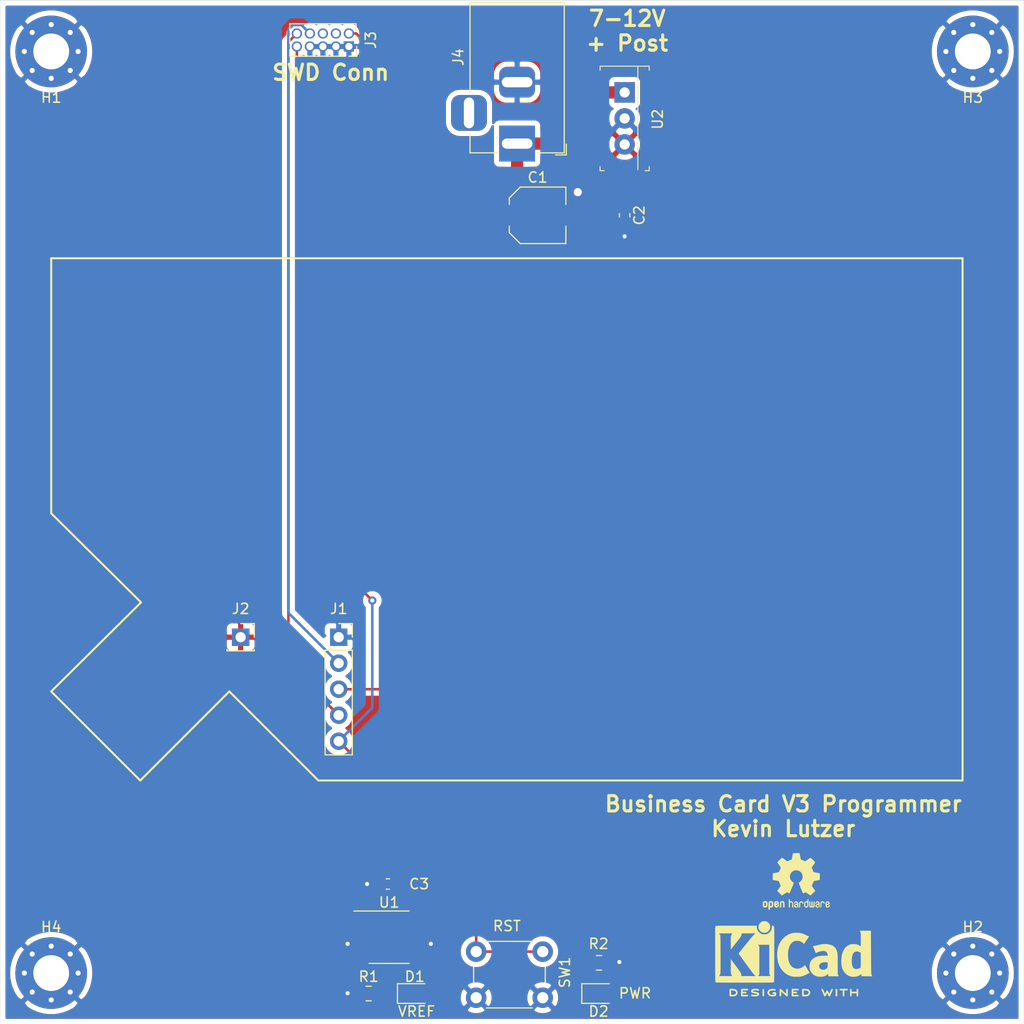
<source format=kicad_pcb>
(kicad_pcb (version 20171130) (host pcbnew "(5.1.5-0-10_14)")

  (general
    (thickness 1.6)
    (drawings 18)
    (tracks 66)
    (zones 0)
    (modules 20)
    (nets 11)
  )

  (page A4)
  (layers
    (0 F.Cu signal)
    (31 B.Cu signal)
    (32 B.Adhes user hide)
    (33 F.Adhes user hide)
    (34 B.Paste user hide)
    (35 F.Paste user hide)
    (36 B.SilkS user hide)
    (37 F.SilkS user)
    (38 B.Mask user hide)
    (39 F.Mask user hide)
    (40 Dwgs.User user hide)
    (41 Cmts.User user hide)
    (42 Eco1.User user hide)
    (43 Eco2.User user hide)
    (44 Edge.Cuts user hide)
    (45 Margin user hide)
    (46 B.CrtYd user hide)
    (47 F.CrtYd user hide)
    (48 B.Fab user hide)
    (49 F.Fab user hide)
  )

  (setup
    (last_trace_width 0.25)
    (user_trace_width 1.2)
    (trace_clearance 0.2)
    (zone_clearance 0.508)
    (zone_45_only no)
    (trace_min 0.2)
    (via_size 0.8)
    (via_drill 0.4)
    (via_min_size 0.4)
    (via_min_drill 0.3)
    (uvia_size 0.3)
    (uvia_drill 0.1)
    (uvias_allowed no)
    (uvia_min_size 0.2)
    (uvia_min_drill 0.1)
    (edge_width 0.05)
    (segment_width 0.2)
    (pcb_text_width 0.3)
    (pcb_text_size 1.5 1.5)
    (mod_edge_width 0.12)
    (mod_text_size 1 1)
    (mod_text_width 0.15)
    (pad_size 1.524 1.524)
    (pad_drill 0.762)
    (pad_to_mask_clearance 0.051)
    (solder_mask_min_width 0.25)
    (aux_axis_origin 0 0)
    (visible_elements FFFFFF7F)
    (pcbplotparams
      (layerselection 0x010fc_ffffffff)
      (usegerberextensions false)
      (usegerberattributes false)
      (usegerberadvancedattributes false)
      (creategerberjobfile false)
      (excludeedgelayer true)
      (linewidth 0.100000)
      (plotframeref false)
      (viasonmask false)
      (mode 1)
      (useauxorigin false)
      (hpglpennumber 1)
      (hpglpenspeed 20)
      (hpglpendiameter 15.000000)
      (psnegative false)
      (psa4output false)
      (plotreference true)
      (plotvalue true)
      (plotinvisibletext false)
      (padsonsilk false)
      (subtractmaskfromsilk false)
      (outputformat 1)
      (mirror false)
      (drillshape 1)
      (scaleselection 1)
      (outputdirectory ""))
  )

  (net 0 "")
  (net 1 GND)
  (net 2 +12V)
  (net 3 +5V)
  (net 4 "Net-(D1-Pad1)")
  (net 5 RST)
  (net 6 "Net-(D1-Pad2)")
  (net 7 +3V3)
  (net 8 "Net-(D2-Pad1)")
  (net 9 SWDIO)
  (net 10 SWCLK)

  (net_class Default "This is the default net class."
    (clearance 0.2)
    (trace_width 0.25)
    (via_dia 0.8)
    (via_drill 0.4)
    (uvia_dia 0.3)
    (uvia_drill 0.1)
    (add_net +12V)
    (add_net +3V3)
    (add_net +5V)
    (add_net GND)
    (add_net "Net-(D1-Pad1)")
    (add_net "Net-(D1-Pad2)")
    (add_net "Net-(D2-Pad1)")
    (add_net RST)
    (add_net SWCLK)
    (add_net SWDIO)
  )

  (module Symbol:OSHW-Logo2_7.3x6mm_SilkScreen (layer F.Cu) (tedit 0) (tstamp 5EB7ADF5)
    (at 175.26 146.05)
    (descr "Open Source Hardware Symbol")
    (tags "Logo Symbol OSHW")
    (attr virtual)
    (fp_text reference REF** (at 0 0) (layer F.SilkS) hide
      (effects (font (size 1 1) (thickness 0.15)))
    )
    (fp_text value OSHW-Logo2_7.3x6mm_SilkScreen (at 0.75 0) (layer F.Fab) hide
      (effects (font (size 1 1) (thickness 0.15)))
    )
    (fp_poly (pts (xy 0.10391 -2.757652) (xy 0.182454 -2.757222) (xy 0.239298 -2.756058) (xy 0.278105 -2.753793)
      (xy 0.302538 -2.75006) (xy 0.316262 -2.744494) (xy 0.32294 -2.736727) (xy 0.326236 -2.726395)
      (xy 0.326556 -2.725057) (xy 0.331562 -2.700921) (xy 0.340829 -2.653299) (xy 0.353392 -2.587259)
      (xy 0.368287 -2.507872) (xy 0.384551 -2.420204) (xy 0.385119 -2.417125) (xy 0.40141 -2.331211)
      (xy 0.416652 -2.255304) (xy 0.429861 -2.193955) (xy 0.440054 -2.151718) (xy 0.446248 -2.133145)
      (xy 0.446543 -2.132816) (xy 0.464788 -2.123747) (xy 0.502405 -2.108633) (xy 0.551271 -2.090738)
      (xy 0.551543 -2.090642) (xy 0.613093 -2.067507) (xy 0.685657 -2.038035) (xy 0.754057 -2.008403)
      (xy 0.757294 -2.006938) (xy 0.868702 -1.956374) (xy 1.115399 -2.12484) (xy 1.191077 -2.176197)
      (xy 1.259631 -2.222111) (xy 1.317088 -2.25997) (xy 1.359476 -2.287163) (xy 1.382825 -2.301079)
      (xy 1.385042 -2.302111) (xy 1.40201 -2.297516) (xy 1.433701 -2.275345) (xy 1.481352 -2.234553)
      (xy 1.546198 -2.174095) (xy 1.612397 -2.109773) (xy 1.676214 -2.046388) (xy 1.733329 -1.988549)
      (xy 1.780305 -1.939825) (xy 1.813703 -1.90379) (xy 1.830085 -1.884016) (xy 1.830694 -1.882998)
      (xy 1.832505 -1.869428) (xy 1.825683 -1.847267) (xy 1.80854 -1.813522) (xy 1.779393 -1.7652)
      (xy 1.736555 -1.699308) (xy 1.679448 -1.614483) (xy 1.628766 -1.539823) (xy 1.583461 -1.47286)
      (xy 1.54615 -1.417484) (xy 1.519452 -1.37758) (xy 1.505985 -1.357038) (xy 1.505137 -1.355644)
      (xy 1.506781 -1.335962) (xy 1.519245 -1.297707) (xy 1.540048 -1.248111) (xy 1.547462 -1.232272)
      (xy 1.579814 -1.16171) (xy 1.614328 -1.081647) (xy 1.642365 -1.012371) (xy 1.662568 -0.960955)
      (xy 1.678615 -0.921881) (xy 1.687888 -0.901459) (xy 1.689041 -0.899886) (xy 1.706096 -0.897279)
      (xy 1.746298 -0.890137) (xy 1.804302 -0.879477) (xy 1.874763 -0.866315) (xy 1.952335 -0.851667)
      (xy 2.031672 -0.836551) (xy 2.107431 -0.821982) (xy 2.174264 -0.808978) (xy 2.226828 -0.798555)
      (xy 2.259776 -0.79173) (xy 2.267857 -0.789801) (xy 2.276205 -0.785038) (xy 2.282506 -0.774282)
      (xy 2.287045 -0.753902) (xy 2.290104 -0.720266) (xy 2.291967 -0.669745) (xy 2.292918 -0.598708)
      (xy 2.29324 -0.503524) (xy 2.293257 -0.464508) (xy 2.293257 -0.147201) (xy 2.217057 -0.132161)
      (xy 2.174663 -0.124005) (xy 2.1114 -0.112101) (xy 2.034962 -0.097884) (xy 1.953043 -0.08279)
      (xy 1.9304 -0.078645) (xy 1.854806 -0.063947) (xy 1.788953 -0.049495) (xy 1.738366 -0.036625)
      (xy 1.708574 -0.026678) (xy 1.703612 -0.023713) (xy 1.691426 -0.002717) (xy 1.673953 0.037967)
      (xy 1.654577 0.090322) (xy 1.650734 0.1016) (xy 1.625339 0.171523) (xy 1.593817 0.250418)
      (xy 1.562969 0.321266) (xy 1.562817 0.321595) (xy 1.511447 0.432733) (xy 1.680399 0.681253)
      (xy 1.849352 0.929772) (xy 1.632429 1.147058) (xy 1.566819 1.211726) (xy 1.506979 1.268733)
      (xy 1.456267 1.315033) (xy 1.418046 1.347584) (xy 1.395675 1.363343) (xy 1.392466 1.364343)
      (xy 1.373626 1.356469) (xy 1.33518 1.334578) (xy 1.28133 1.301267) (xy 1.216276 1.259131)
      (xy 1.14594 1.211943) (xy 1.074555 1.16381) (xy 1.010908 1.121928) (xy 0.959041 1.088871)
      (xy 0.922995 1.067218) (xy 0.906867 1.059543) (xy 0.887189 1.066037) (xy 0.849875 1.08315)
      (xy 0.802621 1.107326) (xy 0.797612 1.110013) (xy 0.733977 1.141927) (xy 0.690341 1.157579)
      (xy 0.663202 1.157745) (xy 0.649057 1.143204) (xy 0.648975 1.143) (xy 0.641905 1.125779)
      (xy 0.625042 1.084899) (xy 0.599695 1.023525) (xy 0.567171 0.944819) (xy 0.528778 0.851947)
      (xy 0.485822 0.748072) (xy 0.444222 0.647502) (xy 0.398504 0.536516) (xy 0.356526 0.433703)
      (xy 0.319548 0.342215) (xy 0.288827 0.265201) (xy 0.265622 0.205815) (xy 0.25119 0.167209)
      (xy 0.246743 0.1528) (xy 0.257896 0.136272) (xy 0.287069 0.10993) (xy 0.325971 0.080887)
      (xy 0.436757 -0.010961) (xy 0.523351 -0.116241) (xy 0.584716 -0.232734) (xy 0.619815 -0.358224)
      (xy 0.627608 -0.490493) (xy 0.621943 -0.551543) (xy 0.591078 -0.678205) (xy 0.53792 -0.790059)
      (xy 0.465767 -0.885999) (xy 0.377917 -0.964924) (xy 0.277665 -1.02573) (xy 0.16831 -1.067313)
      (xy 0.053147 -1.088572) (xy -0.064525 -1.088401) (xy -0.18141 -1.065699) (xy -0.294211 -1.019362)
      (xy -0.399631 -0.948287) (xy -0.443632 -0.908089) (xy -0.528021 -0.804871) (xy -0.586778 -0.692075)
      (xy -0.620296 -0.57299) (xy -0.628965 -0.450905) (xy -0.613177 -0.329107) (xy -0.573322 -0.210884)
      (xy -0.509793 -0.099525) (xy -0.422979 0.001684) (xy -0.325971 0.080887) (xy -0.285563 0.111162)
      (xy -0.257018 0.137219) (xy -0.246743 0.152825) (xy -0.252123 0.169843) (xy -0.267425 0.2105)
      (xy -0.291388 0.271642) (xy -0.322756 0.350119) (xy -0.360268 0.44278) (xy -0.402667 0.546472)
      (xy -0.444337 0.647526) (xy -0.49031 0.758607) (xy -0.532893 0.861541) (xy -0.570779 0.953165)
      (xy -0.60266 1.030316) (xy -0.627229 1.089831) (xy -0.64318 1.128544) (xy -0.64909 1.143)
      (xy -0.663052 1.157685) (xy -0.69006 1.157642) (xy -0.733587 1.142099) (xy -0.79711 1.110284)
      (xy -0.797612 1.110013) (xy -0.84544 1.085323) (xy -0.884103 1.067338) (xy -0.905905 1.059614)
      (xy -0.906867 1.059543) (xy -0.923279 1.067378) (xy -0.959513 1.089165) (xy -1.011526 1.122328)
      (xy -1.075275 1.164291) (xy -1.14594 1.211943) (xy -1.217884 1.260191) (xy -1.282726 1.302151)
      (xy -1.336265 1.335227) (xy -1.374303 1.356821) (xy -1.392467 1.364343) (xy -1.409192 1.354457)
      (xy -1.44282 1.326826) (xy -1.48999 1.284495) (xy -1.547342 1.230505) (xy -1.611516 1.167899)
      (xy -1.632503 1.146983) (xy -1.849501 0.929623) (xy -1.684332 0.68722) (xy -1.634136 0.612781)
      (xy -1.590081 0.545972) (xy -1.554638 0.490665) (xy -1.530281 0.450729) (xy -1.519478 0.430036)
      (xy -1.519162 0.428563) (xy -1.524857 0.409058) (xy -1.540174 0.369822) (xy -1.562463 0.31743)
      (xy -1.578107 0.282355) (xy -1.607359 0.215201) (xy -1.634906 0.147358) (xy -1.656263 0.090034)
      (xy -1.662065 0.072572) (xy -1.678548 0.025938) (xy -1.69466 -0.010095) (xy -1.70351 -0.023713)
      (xy -1.72304 -0.032048) (xy -1.765666 -0.043863) (xy -1.825855 -0.057819) (xy -1.898078 -0.072578)
      (xy -1.9304 -0.078645) (xy -2.012478 -0.093727) (xy -2.091205 -0.108331) (xy -2.158891 -0.12102)
      (xy -2.20784 -0.130358) (xy -2.217057 -0.132161) (xy -2.293257 -0.147201) (xy -2.293257 -0.464508)
      (xy -2.293086 -0.568846) (xy -2.292384 -0.647787) (xy -2.290866 -0.704962) (xy -2.288251 -0.744001)
      (xy -2.284254 -0.768535) (xy -2.278591 -0.782195) (xy -2.27098 -0.788611) (xy -2.267857 -0.789801)
      (xy -2.249022 -0.79402) (xy -2.207412 -0.802438) (xy -2.14837 -0.814039) (xy -2.077243 -0.827805)
      (xy -1.999375 -0.84272) (xy -1.920113 -0.857768) (xy -1.844802 -0.871931) (xy -1.778787 -0.884194)
      (xy -1.727413 -0.893539) (xy -1.696025 -0.89895) (xy -1.689041 -0.899886) (xy -1.682715 -0.912404)
      (xy -1.66871 -0.945754) (xy -1.649645 -0.993623) (xy -1.642366 -1.012371) (xy -1.613004 -1.084805)
      (xy -1.578429 -1.16483) (xy -1.547463 -1.232272) (xy -1.524677 -1.283841) (xy -1.509518 -1.326215)
      (xy -1.504458 -1.352166) (xy -1.505264 -1.355644) (xy -1.515959 -1.372064) (xy -1.54038 -1.408583)
      (xy -1.575905 -1.461313) (xy -1.619913 -1.526365) (xy -1.669783 -1.599849) (xy -1.679644 -1.614355)
      (xy -1.737508 -1.700296) (xy -1.780044 -1.765739) (xy -1.808946 -1.813696) (xy -1.82591 -1.84718)
      (xy -1.832633 -1.869205) (xy -1.83081 -1.882783) (xy -1.830764 -1.882869) (xy -1.816414 -1.900703)
      (xy -1.784677 -1.935183) (xy -1.73899 -1.982732) (xy -1.682796 -2.039778) (xy -1.619532 -2.102745)
      (xy -1.612398 -2.109773) (xy -1.53267 -2.18698) (xy -1.471143 -2.24367) (xy -1.426579 -2.28089)
      (xy -1.397743 -2.299685) (xy -1.385042 -2.302111) (xy -1.366506 -2.291529) (xy -1.328039 -2.267084)
      (xy -1.273614 -2.231388) (xy -1.207202 -2.187053) (xy -1.132775 -2.136689) (xy -1.115399 -2.12484)
      (xy -0.868703 -1.956374) (xy -0.757294 -2.006938) (xy -0.689543 -2.036405) (xy -0.616817 -2.066041)
      (xy -0.554297 -2.08967) (xy -0.551543 -2.090642) (xy -0.50264 -2.108543) (xy -0.464943 -2.12368)
      (xy -0.446575 -2.13279) (xy -0.446544 -2.132816) (xy -0.440715 -2.149283) (xy -0.430808 -2.189781)
      (xy -0.417805 -2.249758) (xy -0.402691 -2.32466) (xy -0.386448 -2.409936) (xy -0.385119 -2.417125)
      (xy -0.368825 -2.504986) (xy -0.353867 -2.58474) (xy -0.341209 -2.651319) (xy -0.331814 -2.699653)
      (xy -0.326646 -2.724675) (xy -0.326556 -2.725057) (xy -0.323411 -2.735701) (xy -0.317296 -2.743738)
      (xy -0.304547 -2.749533) (xy -0.2815 -2.753453) (xy -0.244491 -2.755865) (xy -0.189856 -2.757135)
      (xy -0.113933 -2.757629) (xy -0.013056 -2.757714) (xy 0 -2.757714) (xy 0.10391 -2.757652)) (layer F.SilkS) (width 0.01))
    (fp_poly (pts (xy 3.153595 1.966966) (xy 3.211021 2.004497) (xy 3.238719 2.038096) (xy 3.260662 2.099064)
      (xy 3.262405 2.147308) (xy 3.258457 2.211816) (xy 3.109686 2.276934) (xy 3.037349 2.310202)
      (xy 2.990084 2.336964) (xy 2.965507 2.360144) (xy 2.961237 2.382667) (xy 2.974889 2.407455)
      (xy 2.989943 2.423886) (xy 3.033746 2.450235) (xy 3.081389 2.452081) (xy 3.125145 2.431546)
      (xy 3.157289 2.390752) (xy 3.163038 2.376347) (xy 3.190576 2.331356) (xy 3.222258 2.312182)
      (xy 3.265714 2.295779) (xy 3.265714 2.357966) (xy 3.261872 2.400283) (xy 3.246823 2.435969)
      (xy 3.21528 2.476943) (xy 3.210592 2.482267) (xy 3.175506 2.51872) (xy 3.145347 2.538283)
      (xy 3.107615 2.547283) (xy 3.076335 2.55023) (xy 3.020385 2.550965) (xy 2.980555 2.54166)
      (xy 2.955708 2.527846) (xy 2.916656 2.497467) (xy 2.889625 2.464613) (xy 2.872517 2.423294)
      (xy 2.863238 2.367521) (xy 2.859693 2.291305) (xy 2.85941 2.252622) (xy 2.860372 2.206247)
      (xy 2.948007 2.206247) (xy 2.949023 2.231126) (xy 2.951556 2.2352) (xy 2.968274 2.229665)
      (xy 3.004249 2.215017) (xy 3.052331 2.19419) (xy 3.062386 2.189714) (xy 3.123152 2.158814)
      (xy 3.156632 2.131657) (xy 3.16399 2.10622) (xy 3.146391 2.080481) (xy 3.131856 2.069109)
      (xy 3.07941 2.046364) (xy 3.030322 2.050122) (xy 2.989227 2.077884) (xy 2.960758 2.127152)
      (xy 2.951631 2.166257) (xy 2.948007 2.206247) (xy 2.860372 2.206247) (xy 2.861285 2.162249)
      (xy 2.868196 2.095384) (xy 2.881884 2.046695) (xy 2.904096 2.010849) (xy 2.936574 1.982513)
      (xy 2.950733 1.973355) (xy 3.015053 1.949507) (xy 3.085473 1.948006) (xy 3.153595 1.966966)) (layer F.SilkS) (width 0.01))
    (fp_poly (pts (xy 2.6526 1.958752) (xy 2.669948 1.966334) (xy 2.711356 1.999128) (xy 2.746765 2.046547)
      (xy 2.768664 2.097151) (xy 2.772229 2.122098) (xy 2.760279 2.156927) (xy 2.734067 2.175357)
      (xy 2.705964 2.186516) (xy 2.693095 2.188572) (xy 2.686829 2.173649) (xy 2.674456 2.141175)
      (xy 2.669028 2.126502) (xy 2.63859 2.075744) (xy 2.59452 2.050427) (xy 2.53801 2.051206)
      (xy 2.533825 2.052203) (xy 2.503655 2.066507) (xy 2.481476 2.094393) (xy 2.466327 2.139287)
      (xy 2.45725 2.204615) (xy 2.453286 2.293804) (xy 2.452914 2.341261) (xy 2.45273 2.416071)
      (xy 2.451522 2.467069) (xy 2.448309 2.499471) (xy 2.442109 2.518495) (xy 2.43194 2.529356)
      (xy 2.416819 2.537272) (xy 2.415946 2.53767) (xy 2.386828 2.549981) (xy 2.372403 2.554514)
      (xy 2.370186 2.540809) (xy 2.368289 2.502925) (xy 2.366847 2.445715) (xy 2.365998 2.374027)
      (xy 2.365829 2.321565) (xy 2.366692 2.220047) (xy 2.37007 2.143032) (xy 2.377142 2.086023)
      (xy 2.389088 2.044526) (xy 2.40709 2.014043) (xy 2.432327 1.99008) (xy 2.457247 1.973355)
      (xy 2.517171 1.951097) (xy 2.586911 1.946076) (xy 2.6526 1.958752)) (layer F.SilkS) (width 0.01))
    (fp_poly (pts (xy 2.144876 1.956335) (xy 2.186667 1.975344) (xy 2.219469 1.998378) (xy 2.243503 2.024133)
      (xy 2.260097 2.057358) (xy 2.270577 2.1028) (xy 2.276271 2.165207) (xy 2.278507 2.249327)
      (xy 2.278743 2.304721) (xy 2.278743 2.520826) (xy 2.241774 2.53767) (xy 2.212656 2.549981)
      (xy 2.198231 2.554514) (xy 2.195472 2.541025) (xy 2.193282 2.504653) (xy 2.191942 2.451542)
      (xy 2.191657 2.409372) (xy 2.190434 2.348447) (xy 2.187136 2.300115) (xy 2.182321 2.270518)
      (xy 2.178496 2.264229) (xy 2.152783 2.270652) (xy 2.112418 2.287125) (xy 2.065679 2.309458)
      (xy 2.020845 2.333457) (xy 1.986193 2.35493) (xy 1.970002 2.369685) (xy 1.969938 2.369845)
      (xy 1.97133 2.397152) (xy 1.983818 2.423219) (xy 2.005743 2.444392) (xy 2.037743 2.451474)
      (xy 2.065092 2.450649) (xy 2.103826 2.450042) (xy 2.124158 2.459116) (xy 2.136369 2.483092)
      (xy 2.137909 2.487613) (xy 2.143203 2.521806) (xy 2.129047 2.542568) (xy 2.092148 2.552462)
      (xy 2.052289 2.554292) (xy 1.980562 2.540727) (xy 1.943432 2.521355) (xy 1.897576 2.475845)
      (xy 1.873256 2.419983) (xy 1.871073 2.360957) (xy 1.891629 2.305953) (xy 1.922549 2.271486)
      (xy 1.95342 2.252189) (xy 2.001942 2.227759) (xy 2.058485 2.202985) (xy 2.06791 2.199199)
      (xy 2.130019 2.171791) (xy 2.165822 2.147634) (xy 2.177337 2.123619) (xy 2.16658 2.096635)
      (xy 2.148114 2.075543) (xy 2.104469 2.049572) (xy 2.056446 2.047624) (xy 2.012406 2.067637)
      (xy 1.980709 2.107551) (xy 1.976549 2.117848) (xy 1.952327 2.155724) (xy 1.916965 2.183842)
      (xy 1.872343 2.206917) (xy 1.872343 2.141485) (xy 1.874969 2.101506) (xy 1.88623 2.069997)
      (xy 1.911199 2.036378) (xy 1.935169 2.010484) (xy 1.972441 1.973817) (xy 2.001401 1.954121)
      (xy 2.032505 1.94622) (xy 2.067713 1.944914) (xy 2.144876 1.956335)) (layer F.SilkS) (width 0.01))
    (fp_poly (pts (xy 1.779833 1.958663) (xy 1.782048 1.99685) (xy 1.783784 2.054886) (xy 1.784899 2.12818)
      (xy 1.785257 2.205055) (xy 1.785257 2.465196) (xy 1.739326 2.511127) (xy 1.707675 2.539429)
      (xy 1.67989 2.550893) (xy 1.641915 2.550168) (xy 1.62684 2.548321) (xy 1.579726 2.542948)
      (xy 1.540756 2.539869) (xy 1.531257 2.539585) (xy 1.499233 2.541445) (xy 1.453432 2.546114)
      (xy 1.435674 2.548321) (xy 1.392057 2.551735) (xy 1.362745 2.54432) (xy 1.33368 2.521427)
      (xy 1.323188 2.511127) (xy 1.277257 2.465196) (xy 1.277257 1.978602) (xy 1.314226 1.961758)
      (xy 1.346059 1.949282) (xy 1.364683 1.944914) (xy 1.369458 1.958718) (xy 1.373921 1.997286)
      (xy 1.377775 2.056356) (xy 1.380722 2.131663) (xy 1.382143 2.195286) (xy 1.386114 2.445657)
      (xy 1.420759 2.450556) (xy 1.452268 2.447131) (xy 1.467708 2.436041) (xy 1.472023 2.415308)
      (xy 1.475708 2.371145) (xy 1.478469 2.309146) (xy 1.480012 2.234909) (xy 1.480235 2.196706)
      (xy 1.480457 1.976783) (xy 1.526166 1.960849) (xy 1.558518 1.950015) (xy 1.576115 1.944962)
      (xy 1.576623 1.944914) (xy 1.578388 1.958648) (xy 1.580329 1.99673) (xy 1.582282 2.054482)
      (xy 1.584084 2.127227) (xy 1.585343 2.195286) (xy 1.589314 2.445657) (xy 1.6764 2.445657)
      (xy 1.680396 2.21724) (xy 1.684392 1.988822) (xy 1.726847 1.966868) (xy 1.758192 1.951793)
      (xy 1.776744 1.944951) (xy 1.777279 1.944914) (xy 1.779833 1.958663)) (layer F.SilkS) (width 0.01))
    (fp_poly (pts (xy 1.190117 2.065358) (xy 1.189933 2.173837) (xy 1.189219 2.257287) (xy 1.187675 2.319704)
      (xy 1.185001 2.365085) (xy 1.180894 2.397429) (xy 1.175055 2.420733) (xy 1.167182 2.438995)
      (xy 1.161221 2.449418) (xy 1.111855 2.505945) (xy 1.049264 2.541377) (xy 0.980013 2.55409)
      (xy 0.910668 2.542463) (xy 0.869375 2.521568) (xy 0.826025 2.485422) (xy 0.796481 2.441276)
      (xy 0.778655 2.383462) (xy 0.770463 2.306313) (xy 0.769302 2.249714) (xy 0.769458 2.245647)
      (xy 0.870857 2.245647) (xy 0.871476 2.31055) (xy 0.874314 2.353514) (xy 0.88084 2.381622)
      (xy 0.892523 2.401953) (xy 0.906483 2.417288) (xy 0.953365 2.44689) (xy 1.003701 2.449419)
      (xy 1.051276 2.424705) (xy 1.054979 2.421356) (xy 1.070783 2.403935) (xy 1.080693 2.383209)
      (xy 1.086058 2.352362) (xy 1.088228 2.304577) (xy 1.088571 2.251748) (xy 1.087827 2.185381)
      (xy 1.084748 2.141106) (xy 1.078061 2.112009) (xy 1.066496 2.091173) (xy 1.057013 2.080107)
      (xy 1.01296 2.052198) (xy 0.962224 2.048843) (xy 0.913796 2.070159) (xy 0.90445 2.078073)
      (xy 0.88854 2.095647) (xy 0.87861 2.116587) (xy 0.873278 2.147782) (xy 0.871163 2.196122)
      (xy 0.870857 2.245647) (xy 0.769458 2.245647) (xy 0.77281 2.158568) (xy 0.784726 2.090086)
      (xy 0.807135 2.0386) (xy 0.842124 1.998443) (xy 0.869375 1.977861) (xy 0.918907 1.955625)
      (xy 0.976316 1.945304) (xy 1.029682 1.948067) (xy 1.059543 1.959212) (xy 1.071261 1.962383)
      (xy 1.079037 1.950557) (xy 1.084465 1.918866) (xy 1.088571 1.870593) (xy 1.093067 1.816829)
      (xy 1.099313 1.784482) (xy 1.110676 1.765985) (xy 1.130528 1.75377) (xy 1.143 1.748362)
      (xy 1.190171 1.728601) (xy 1.190117 2.065358)) (layer F.SilkS) (width 0.01))
    (fp_poly (pts (xy 0.529926 1.949755) (xy 0.595858 1.974084) (xy 0.649273 2.017117) (xy 0.670164 2.047409)
      (xy 0.692939 2.102994) (xy 0.692466 2.143186) (xy 0.668562 2.170217) (xy 0.659717 2.174813)
      (xy 0.62153 2.189144) (xy 0.602028 2.185472) (xy 0.595422 2.161407) (xy 0.595086 2.148114)
      (xy 0.582992 2.09921) (xy 0.551471 2.064999) (xy 0.507659 2.048476) (xy 0.458695 2.052634)
      (xy 0.418894 2.074227) (xy 0.40545 2.086544) (xy 0.395921 2.101487) (xy 0.389485 2.124075)
      (xy 0.385317 2.159328) (xy 0.382597 2.212266) (xy 0.380502 2.287907) (xy 0.37996 2.311857)
      (xy 0.377981 2.39379) (xy 0.375731 2.451455) (xy 0.372357 2.489608) (xy 0.367006 2.513004)
      (xy 0.358824 2.526398) (xy 0.346959 2.534545) (xy 0.339362 2.538144) (xy 0.307102 2.550452)
      (xy 0.288111 2.554514) (xy 0.281836 2.540948) (xy 0.278006 2.499934) (xy 0.2766 2.430999)
      (xy 0.277598 2.333669) (xy 0.277908 2.318657) (xy 0.280101 2.229859) (xy 0.282693 2.165019)
      (xy 0.286382 2.119067) (xy 0.291864 2.086935) (xy 0.299835 2.063553) (xy 0.310993 2.043852)
      (xy 0.31683 2.03541) (xy 0.350296 1.998057) (xy 0.387727 1.969003) (xy 0.392309 1.966467)
      (xy 0.459426 1.946443) (xy 0.529926 1.949755)) (layer F.SilkS) (width 0.01))
    (fp_poly (pts (xy 0.039744 1.950968) (xy 0.096616 1.972087) (xy 0.097267 1.972493) (xy 0.13244 1.99838)
      (xy 0.158407 2.028633) (xy 0.17667 2.068058) (xy 0.188732 2.121462) (xy 0.196096 2.193651)
      (xy 0.200264 2.289432) (xy 0.200629 2.303078) (xy 0.205876 2.508842) (xy 0.161716 2.531678)
      (xy 0.129763 2.54711) (xy 0.11047 2.554423) (xy 0.109578 2.554514) (xy 0.106239 2.541022)
      (xy 0.103587 2.504626) (xy 0.101956 2.451452) (xy 0.1016 2.408393) (xy 0.101592 2.338641)
      (xy 0.098403 2.294837) (xy 0.087288 2.273944) (xy 0.063501 2.272925) (xy 0.022296 2.288741)
      (xy -0.039914 2.317815) (xy -0.085659 2.341963) (xy -0.109187 2.362913) (xy -0.116104 2.385747)
      (xy -0.116114 2.386877) (xy -0.104701 2.426212) (xy -0.070908 2.447462) (xy -0.019191 2.450539)
      (xy 0.018061 2.450006) (xy 0.037703 2.460735) (xy 0.049952 2.486505) (xy 0.057002 2.519337)
      (xy 0.046842 2.537966) (xy 0.043017 2.540632) (xy 0.007001 2.55134) (xy -0.043434 2.552856)
      (xy -0.095374 2.545759) (xy -0.132178 2.532788) (xy -0.183062 2.489585) (xy -0.211986 2.429446)
      (xy -0.217714 2.382462) (xy -0.213343 2.340082) (xy -0.197525 2.305488) (xy -0.166203 2.274763)
      (xy -0.115322 2.24399) (xy -0.040824 2.209252) (xy -0.036286 2.207288) (xy 0.030821 2.176287)
      (xy 0.072232 2.150862) (xy 0.089981 2.128014) (xy 0.086107 2.104745) (xy 0.062643 2.078056)
      (xy 0.055627 2.071914) (xy 0.00863 2.0481) (xy -0.040067 2.049103) (xy -0.082478 2.072451)
      (xy -0.110616 2.115675) (xy -0.113231 2.12416) (xy -0.138692 2.165308) (xy -0.170999 2.185128)
      (xy -0.217714 2.20477) (xy -0.217714 2.15395) (xy -0.203504 2.080082) (xy -0.161325 2.012327)
      (xy -0.139376 1.989661) (xy -0.089483 1.960569) (xy -0.026033 1.9474) (xy 0.039744 1.950968)) (layer F.SilkS) (width 0.01))
    (fp_poly (pts (xy -0.624114 1.851289) (xy -0.619861 1.910613) (xy -0.614975 1.945572) (xy -0.608205 1.96082)
      (xy -0.598298 1.961015) (xy -0.595086 1.959195) (xy -0.552356 1.946015) (xy -0.496773 1.946785)
      (xy -0.440263 1.960333) (xy -0.404918 1.977861) (xy -0.368679 2.005861) (xy -0.342187 2.037549)
      (xy -0.324001 2.077813) (xy -0.312678 2.131543) (xy -0.306778 2.203626) (xy -0.304857 2.298951)
      (xy -0.304823 2.317237) (xy -0.3048 2.522646) (xy -0.350509 2.53858) (xy -0.382973 2.54942)
      (xy -0.400785 2.554468) (xy -0.401309 2.554514) (xy -0.403063 2.540828) (xy -0.404556 2.503076)
      (xy -0.405674 2.446224) (xy -0.406303 2.375234) (xy -0.4064 2.332073) (xy -0.406602 2.246973)
      (xy -0.407642 2.185981) (xy -0.410169 2.144177) (xy -0.414836 2.116642) (xy -0.422293 2.098456)
      (xy -0.433189 2.084698) (xy -0.439993 2.078073) (xy -0.486728 2.051375) (xy -0.537728 2.049375)
      (xy -0.583999 2.071955) (xy -0.592556 2.080107) (xy -0.605107 2.095436) (xy -0.613812 2.113618)
      (xy -0.619369 2.139909) (xy -0.622474 2.179562) (xy -0.623824 2.237832) (xy -0.624114 2.318173)
      (xy -0.624114 2.522646) (xy -0.669823 2.53858) (xy -0.702287 2.54942) (xy -0.720099 2.554468)
      (xy -0.720623 2.554514) (xy -0.721963 2.540623) (xy -0.723172 2.501439) (xy -0.724199 2.4407)
      (xy -0.724998 2.362141) (xy -0.725519 2.269498) (xy -0.725714 2.166509) (xy -0.725714 1.769342)
      (xy -0.678543 1.749444) (xy -0.631371 1.729547) (xy -0.624114 1.851289)) (layer F.SilkS) (width 0.01))
    (fp_poly (pts (xy -1.831697 1.931239) (xy -1.774473 1.969735) (xy -1.730251 2.025335) (xy -1.703833 2.096086)
      (xy -1.69849 2.148162) (xy -1.699097 2.169893) (xy -1.704178 2.186531) (xy -1.718145 2.201437)
      (xy -1.745411 2.217973) (xy -1.790388 2.239498) (xy -1.857489 2.269374) (xy -1.857829 2.269524)
      (xy -1.919593 2.297813) (xy -1.970241 2.322933) (xy -2.004596 2.342179) (xy -2.017482 2.352848)
      (xy -2.017486 2.352934) (xy -2.006128 2.376166) (xy -1.979569 2.401774) (xy -1.949077 2.420221)
      (xy -1.93363 2.423886) (xy -1.891485 2.411212) (xy -1.855192 2.379471) (xy -1.837483 2.344572)
      (xy -1.820448 2.318845) (xy -1.787078 2.289546) (xy -1.747851 2.264235) (xy -1.713244 2.250471)
      (xy -1.706007 2.249714) (xy -1.697861 2.26216) (xy -1.69737 2.293972) (xy -1.703357 2.336866)
      (xy -1.714643 2.382558) (xy -1.73005 2.422761) (xy -1.730829 2.424322) (xy -1.777196 2.489062)
      (xy -1.837289 2.533097) (xy -1.905535 2.554711) (xy -1.976362 2.552185) (xy -2.044196 2.523804)
      (xy -2.047212 2.521808) (xy -2.100573 2.473448) (xy -2.13566 2.410352) (xy -2.155078 2.327387)
      (xy -2.157684 2.304078) (xy -2.162299 2.194055) (xy -2.156767 2.142748) (xy -2.017486 2.142748)
      (xy -2.015676 2.174753) (xy -2.005778 2.184093) (xy -1.981102 2.177105) (xy -1.942205 2.160587)
      (xy -1.898725 2.139881) (xy -1.897644 2.139333) (xy -1.860791 2.119949) (xy -1.846 2.107013)
      (xy -1.849647 2.093451) (xy -1.865005 2.075632) (xy -1.904077 2.049845) (xy -1.946154 2.04795)
      (xy -1.983897 2.066717) (xy -2.009966 2.102915) (xy -2.017486 2.142748) (xy -2.156767 2.142748)
      (xy -2.152806 2.106027) (xy -2.12845 2.036212) (xy -2.094544 1.987302) (xy -2.033347 1.937878)
      (xy -1.965937 1.913359) (xy -1.89712 1.911797) (xy -1.831697 1.931239)) (layer F.SilkS) (width 0.01))
    (fp_poly (pts (xy -2.958885 1.921962) (xy -2.890855 1.957733) (xy -2.840649 2.015301) (xy -2.822815 2.052312)
      (xy -2.808937 2.107882) (xy -2.801833 2.178096) (xy -2.80116 2.254727) (xy -2.806573 2.329552)
      (xy -2.81773 2.394342) (xy -2.834286 2.440873) (xy -2.839374 2.448887) (xy -2.899645 2.508707)
      (xy -2.971231 2.544535) (xy -3.048908 2.55502) (xy -3.127452 2.53881) (xy -3.149311 2.529092)
      (xy -3.191878 2.499143) (xy -3.229237 2.459433) (xy -3.232768 2.454397) (xy -3.247119 2.430124)
      (xy -3.256606 2.404178) (xy -3.26221 2.370022) (xy -3.264914 2.321119) (xy -3.265701 2.250935)
      (xy -3.265714 2.2352) (xy -3.265678 2.230192) (xy -3.120571 2.230192) (xy -3.119727 2.29643)
      (xy -3.116404 2.340386) (xy -3.109417 2.368779) (xy -3.097584 2.388325) (xy -3.091543 2.394857)
      (xy -3.056814 2.41968) (xy -3.023097 2.418548) (xy -2.989005 2.397016) (xy -2.968671 2.374029)
      (xy -2.956629 2.340478) (xy -2.949866 2.287569) (xy -2.949402 2.281399) (xy -2.948248 2.185513)
      (xy -2.960312 2.114299) (xy -2.98543 2.068194) (xy -3.02344 2.047635) (xy -3.037008 2.046514)
      (xy -3.072636 2.052152) (xy -3.097006 2.071686) (xy -3.111907 2.109042) (xy -3.119125 2.16815)
      (xy -3.120571 2.230192) (xy -3.265678 2.230192) (xy -3.265174 2.160413) (xy -3.262904 2.108159)
      (xy -3.257932 2.071949) (xy -3.249287 2.045299) (xy -3.235995 2.021722) (xy -3.233057 2.017338)
      (xy -3.183687 1.958249) (xy -3.129891 1.923947) (xy -3.064398 1.910331) (xy -3.042158 1.909665)
      (xy -2.958885 1.921962)) (layer F.SilkS) (width 0.01))
    (fp_poly (pts (xy -1.283907 1.92778) (xy -1.237328 1.954723) (xy -1.204943 1.981466) (xy -1.181258 2.009484)
      (xy -1.164941 2.043748) (xy -1.154661 2.089227) (xy -1.149086 2.150892) (xy -1.146884 2.233711)
      (xy -1.146629 2.293246) (xy -1.146629 2.512391) (xy -1.208314 2.540044) (xy -1.27 2.567697)
      (xy -1.277257 2.32767) (xy -1.280256 2.238028) (xy -1.283402 2.172962) (xy -1.287299 2.128026)
      (xy -1.292553 2.09877) (xy -1.299769 2.080748) (xy -1.30955 2.069511) (xy -1.312688 2.067079)
      (xy -1.360239 2.048083) (xy -1.408303 2.0556) (xy -1.436914 2.075543) (xy -1.448553 2.089675)
      (xy -1.456609 2.10822) (xy -1.461729 2.136334) (xy -1.464559 2.179173) (xy -1.465744 2.241895)
      (xy -1.465943 2.307261) (xy -1.465982 2.389268) (xy -1.467386 2.447316) (xy -1.472086 2.486465)
      (xy -1.482013 2.51178) (xy -1.499097 2.528323) (xy -1.525268 2.541156) (xy -1.560225 2.554491)
      (xy -1.598404 2.569007) (xy -1.593859 2.311389) (xy -1.592029 2.218519) (xy -1.589888 2.149889)
      (xy -1.586819 2.100711) (xy -1.582206 2.066198) (xy -1.575432 2.041562) (xy -1.565881 2.022016)
      (xy -1.554366 2.00477) (xy -1.49881 1.94968) (xy -1.43102 1.917822) (xy -1.357287 1.910191)
      (xy -1.283907 1.92778)) (layer F.SilkS) (width 0.01))
    (fp_poly (pts (xy -2.400256 1.919918) (xy -2.344799 1.947568) (xy -2.295852 1.99848) (xy -2.282371 2.017338)
      (xy -2.267686 2.042015) (xy -2.258158 2.068816) (xy -2.252707 2.104587) (xy -2.250253 2.156169)
      (xy -2.249714 2.224267) (xy -2.252148 2.317588) (xy -2.260606 2.387657) (xy -2.276826 2.439931)
      (xy -2.302546 2.479869) (xy -2.339503 2.512929) (xy -2.342218 2.514886) (xy -2.37864 2.534908)
      (xy -2.422498 2.544815) (xy -2.478276 2.547257) (xy -2.568952 2.547257) (xy -2.56899 2.635283)
      (xy -2.569834 2.684308) (xy -2.574976 2.713065) (xy -2.588413 2.730311) (xy -2.614142 2.744808)
      (xy -2.620321 2.747769) (xy -2.649236 2.761648) (xy -2.671624 2.770414) (xy -2.688271 2.771171)
      (xy -2.699964 2.761023) (xy -2.70749 2.737073) (xy -2.711634 2.696426) (xy -2.713185 2.636186)
      (xy -2.712929 2.553455) (xy -2.711651 2.445339) (xy -2.711252 2.413) (xy -2.709815 2.301524)
      (xy -2.708528 2.228603) (xy -2.569029 2.228603) (xy -2.568245 2.290499) (xy -2.56476 2.330997)
      (xy -2.556876 2.357708) (xy -2.542895 2.378244) (xy -2.533403 2.38826) (xy -2.494596 2.417567)
      (xy -2.460237 2.419952) (xy -2.424784 2.39575) (xy -2.423886 2.394857) (xy -2.409461 2.376153)
      (xy -2.400687 2.350732) (xy -2.396261 2.311584) (xy -2.394882 2.251697) (xy -2.394857 2.23843)
      (xy -2.398188 2.155901) (xy -2.409031 2.098691) (xy -2.42866 2.063766) (xy -2.45835 2.048094)
      (xy -2.475509 2.046514) (xy -2.516234 2.053926) (xy -2.544168 2.07833) (xy -2.560983 2.12298)
      (xy -2.56835 2.19113) (xy -2.569029 2.228603) (xy -2.708528 2.228603) (xy -2.708292 2.215245)
      (xy -2.706323 2.150333) (xy -2.70355 2.102958) (xy -2.699612 2.06929) (xy -2.694151 2.045498)
      (xy -2.686808 2.027753) (xy -2.677223 2.012224) (xy -2.673113 2.006381) (xy -2.618595 1.951185)
      (xy -2.549664 1.91989) (xy -2.469928 1.911165) (xy -2.400256 1.919918)) (layer F.SilkS) (width 0.01))
  )

  (module Symbol:KiCad-Logo2_6mm_SilkScreen (layer F.Cu) (tedit 0) (tstamp 5EB7AA54)
    (at 175.006 152.908)
    (descr "KiCad Logo")
    (tags "Logo KiCad")
    (attr virtual)
    (fp_text reference REF** (at 0 -5.08) (layer F.SilkS) hide
      (effects (font (size 1 1) (thickness 0.15)))
    )
    (fp_text value KiCad-Logo2_6mm_SilkScreen (at 0 6.35) (layer F.Fab) hide
      (effects (font (size 1 1) (thickness 0.15)))
    )
    (fp_poly (pts (xy -6.109663 3.635258) (xy -6.070181 3.635659) (xy -5.954492 3.638451) (xy -5.857603 3.646742)
      (xy -5.776211 3.661424) (xy -5.707015 3.683385) (xy -5.646712 3.713514) (xy -5.592 3.752702)
      (xy -5.572459 3.769724) (xy -5.540042 3.809555) (xy -5.510812 3.863605) (xy -5.488283 3.923515)
      (xy -5.475971 3.980931) (xy -5.474692 4.002148) (xy -5.482709 4.060961) (xy -5.504191 4.125205)
      (xy -5.535291 4.186013) (xy -5.572158 4.234522) (xy -5.578146 4.240374) (xy -5.628871 4.281513)
      (xy -5.684417 4.313627) (xy -5.747988 4.337557) (xy -5.822786 4.354145) (xy -5.912014 4.364233)
      (xy -6.018874 4.368661) (xy -6.06782 4.369037) (xy -6.130054 4.368737) (xy -6.17382 4.367484)
      (xy -6.203223 4.364746) (xy -6.222371 4.359993) (xy -6.235369 4.352693) (xy -6.242337 4.346459)
      (xy -6.248918 4.338886) (xy -6.25408 4.329116) (xy -6.257995 4.314532) (xy -6.260835 4.292518)
      (xy -6.262772 4.260456) (xy -6.263976 4.215728) (xy -6.26462 4.155718) (xy -6.264875 4.077809)
      (xy -6.264914 4.002148) (xy -6.265162 3.901233) (xy -6.265109 3.820619) (xy -6.264149 3.782014)
      (xy -6.118159 3.782014) (xy -6.118159 4.222281) (xy -6.025026 4.222196) (xy -5.968985 4.220588)
      (xy -5.910291 4.216448) (xy -5.86132 4.210656) (xy -5.85983 4.210418) (xy -5.780684 4.191282)
      (xy -5.719294 4.161479) (xy -5.672597 4.11907) (xy -5.642927 4.073153) (xy -5.624645 4.022218)
      (xy -5.626063 3.974392) (xy -5.64728 3.923125) (xy -5.688781 3.870091) (xy -5.74629 3.830792)
      (xy -5.821042 3.804523) (xy -5.871 3.795227) (xy -5.927708 3.788699) (xy -5.987811 3.783974)
      (xy -6.038931 3.782009) (xy -6.041959 3.782) (xy -6.118159 3.782014) (xy -6.264149 3.782014)
      (xy -6.263552 3.758043) (xy -6.25929 3.711247) (xy -6.251122 3.67797) (xy -6.237848 3.655951)
      (xy -6.218266 3.642931) (xy -6.191175 3.636649) (xy -6.155374 3.634845) (xy -6.109663 3.635258)) (layer F.SilkS) (width 0.01))
    (fp_poly (pts (xy -4.701086 3.635338) (xy -4.631678 3.63571) (xy -4.579289 3.636577) (xy -4.541139 3.638138)
      (xy -4.514451 3.640595) (xy -4.496445 3.644149) (xy -4.484341 3.649002) (xy -4.475361 3.655353)
      (xy -4.47211 3.658276) (xy -4.452335 3.689334) (xy -4.448774 3.72502) (xy -4.461783 3.756702)
      (xy -4.467798 3.763105) (xy -4.477527 3.769313) (xy -4.493193 3.774102) (xy -4.5177 3.777706)
      (xy -4.553953 3.780356) (xy -4.604857 3.782287) (xy -4.673318 3.783731) (xy -4.735909 3.78461)
      (xy -4.983626 3.787659) (xy -4.987011 3.85257) (xy -4.990397 3.917481) (xy -4.82225 3.917481)
      (xy -4.749251 3.918111) (xy -4.695809 3.920745) (xy -4.65892 3.926501) (xy -4.63558 3.936496)
      (xy -4.622786 3.951848) (xy -4.617534 3.973674) (xy -4.616737 3.99393) (xy -4.619215 4.018784)
      (xy -4.628569 4.037098) (xy -4.647675 4.049829) (xy -4.67941 4.057933) (xy -4.726651 4.062368)
      (xy -4.792275 4.064091) (xy -4.828093 4.064237) (xy -4.98927 4.064237) (xy -4.98927 4.222281)
      (xy -4.740914 4.222281) (xy -4.659505 4.222394) (xy -4.597634 4.222904) (xy -4.55226 4.224062)
      (xy -4.520346 4.226122) (xy -4.498851 4.229338) (xy -4.484735 4.233964) (xy -4.47496 4.240251)
      (xy -4.469981 4.244859) (xy -4.452902 4.271752) (xy -4.447403 4.295659) (xy -4.455255 4.324859)
      (xy -4.469981 4.346459) (xy -4.477838 4.353258) (xy -4.48798 4.358538) (xy -4.503136 4.36249)
      (xy -4.526033 4.365305) (xy -4.559401 4.367174) (xy -4.605967 4.36829) (xy -4.668459 4.368843)
      (xy -4.749606 4.369025) (xy -4.791714 4.369037) (xy -4.88189 4.368957) (xy -4.952216 4.36859)
      (xy -5.005421 4.367744) (xy -5.044232 4.366228) (xy -5.071379 4.363851) (xy -5.08959 4.360421)
      (xy -5.101592 4.355746) (xy -5.110114 4.349636) (xy -5.113448 4.346459) (xy -5.120047 4.338862)
      (xy -5.125219 4.329062) (xy -5.129138 4.314431) (xy -5.131976 4.292344) (xy -5.133907 4.260174)
      (xy -5.135104 4.215295) (xy -5.13574 4.155081) (xy -5.135989 4.076905) (xy -5.136026 4.004115)
      (xy -5.135992 3.910899) (xy -5.135757 3.837623) (xy -5.135122 3.78165) (xy -5.133886 3.740343)
      (xy -5.131848 3.711064) (xy -5.128809 3.691176) (xy -5.124569 3.678042) (xy -5.118927 3.669024)
      (xy -5.111683 3.661485) (xy -5.109898 3.659804) (xy -5.101237 3.652364) (xy -5.091174 3.646601)
      (xy -5.076917 3.642304) (xy -5.055675 3.639256) (xy -5.024656 3.637243) (xy -4.981069 3.636052)
      (xy -4.922123 3.635467) (xy -4.845026 3.635275) (xy -4.790293 3.635259) (xy -4.701086 3.635338)) (layer F.SilkS) (width 0.01))
    (fp_poly (pts (xy -3.679995 3.636543) (xy -3.60518 3.641773) (xy -3.535598 3.649942) (xy -3.475294 3.660742)
      (xy -3.428312 3.673865) (xy -3.398698 3.689005) (xy -3.394152 3.693461) (xy -3.378346 3.728042)
      (xy -3.383139 3.763543) (xy -3.407656 3.793917) (xy -3.408826 3.794788) (xy -3.423246 3.804146)
      (xy -3.4383 3.809068) (xy -3.459297 3.809665) (xy -3.491549 3.806053) (xy -3.540365 3.798346)
      (xy -3.544292 3.797697) (xy -3.617031 3.788761) (xy -3.695509 3.784353) (xy -3.774219 3.784311)
      (xy -3.847653 3.788471) (xy -3.910303 3.796671) (xy -3.956662 3.808749) (xy -3.959708 3.809963)
      (xy -3.99334 3.828807) (xy -4.005156 3.847877) (xy -3.995906 3.866631) (xy -3.966339 3.884529)
      (xy -3.917203 3.901029) (xy -3.849249 3.915588) (xy -3.803937 3.922598) (xy -3.709748 3.936081)
      (xy -3.634836 3.948406) (xy -3.576009 3.960641) (xy -3.530077 3.973853) (xy -3.493847 3.989109)
      (xy -3.46413 4.007477) (xy -3.437734 4.030023) (xy -3.416522 4.052163) (xy -3.391357 4.083011)
      (xy -3.378973 4.109537) (xy -3.3751 4.142218) (xy -3.374959 4.154187) (xy -3.377868 4.193904)
      (xy -3.389494 4.223451) (xy -3.409615 4.249678) (xy -3.450508 4.289768) (xy -3.496109 4.320341)
      (xy -3.549805 4.342395) (xy -3.614984 4.356927) (xy -3.695036 4.364933) (xy -3.793349 4.36741)
      (xy -3.809581 4.367369) (xy -3.875141 4.36601) (xy -3.940158 4.362922) (xy -3.997544 4.358548)
      (xy -4.040214 4.353332) (xy -4.043664 4.352733) (xy -4.086088 4.342683) (xy -4.122072 4.329988)
      (xy -4.142442 4.318382) (xy -4.161399 4.287764) (xy -4.162719 4.25211) (xy -4.146377 4.220336)
      (xy -4.142721 4.216743) (xy -4.127607 4.206068) (xy -4.108707 4.201468) (xy -4.079454 4.202251)
      (xy -4.043943 4.206319) (xy -4.004262 4.209954) (xy -3.948637 4.21302) (xy -3.883698 4.215245)
      (xy -3.816077 4.216356) (xy -3.798292 4.216429) (xy -3.73042 4.216156) (xy -3.680746 4.214838)
      (xy -3.644902 4.212019) (xy -3.618516 4.207242) (xy -3.597218 4.200049) (xy -3.584418 4.194059)
      (xy -3.556292 4.177425) (xy -3.53836 4.16236) (xy -3.535739 4.158089) (xy -3.541268 4.140455)
      (xy -3.567552 4.123384) (xy -3.61277 4.10765) (xy -3.6751 4.09403) (xy -3.693463 4.090996)
      (xy -3.789382 4.07593) (xy -3.865933 4.063338) (xy -3.926072 4.052303) (xy -3.972752 4.041912)
      (xy -4.008929 4.031248) (xy -4.037557 4.019397) (xy -4.06159 4.005443) (xy -4.083984 3.988473)
      (xy -4.107694 3.96757) (xy -4.115672 3.960241) (xy -4.143645 3.932891) (xy -4.158452 3.911221)
      (xy -4.164244 3.886424) (xy -4.165181 3.855175) (xy -4.154867 3.793897) (xy -4.124044 3.741832)
      (xy -4.072887 3.69915) (xy -4.001575 3.666017) (xy -3.950692 3.651156) (xy -3.895392 3.641558)
      (xy -3.829145 3.636128) (xy -3.755998 3.634559) (xy -3.679995 3.636543)) (layer F.SilkS) (width 0.01))
    (fp_poly (pts (xy -2.912114 3.657837) (xy -2.905534 3.66541) (xy -2.900371 3.675179) (xy -2.896456 3.689763)
      (xy -2.893616 3.711777) (xy -2.891679 3.74384) (xy -2.890475 3.788567) (xy -2.889831 3.848577)
      (xy -2.889576 3.926486) (xy -2.889537 4.002148) (xy -2.889606 4.095994) (xy -2.88993 4.169881)
      (xy -2.890678 4.226424) (xy -2.892024 4.268241) (xy -2.894138 4.297949) (xy -2.897192 4.318165)
      (xy -2.901358 4.331506) (xy -2.906808 4.34059) (xy -2.912114 4.346459) (xy -2.945118 4.366139)
      (xy -2.980283 4.364373) (xy -3.011747 4.342909) (xy -3.018976 4.334529) (xy -3.024626 4.324806)
      (xy -3.028891 4.311053) (xy -3.031965 4.290581) (xy -3.034044 4.260704) (xy -3.035322 4.218733)
      (xy -3.035993 4.161981) (xy -3.036251 4.087759) (xy -3.036292 4.003729) (xy -3.036292 3.690677)
      (xy -3.008583 3.662968) (xy -2.974429 3.639655) (xy -2.941298 3.638815) (xy -2.912114 3.657837)) (layer F.SilkS) (width 0.01))
    (fp_poly (pts (xy -1.938373 3.640791) (xy -1.869857 3.652287) (xy -1.817235 3.670159) (xy -1.783 3.693691)
      (xy -1.773671 3.707116) (xy -1.764185 3.73834) (xy -1.770569 3.766587) (xy -1.790722 3.793374)
      (xy -1.822037 3.805905) (xy -1.867475 3.804888) (xy -1.902618 3.798098) (xy -1.980711 3.785163)
      (xy -2.060518 3.783934) (xy -2.149847 3.794433) (xy -2.174521 3.798882) (xy -2.257583 3.8223)
      (xy -2.322565 3.857137) (xy -2.368753 3.902796) (xy -2.395437 3.958686) (xy -2.400955 3.98758)
      (xy -2.397343 4.046204) (xy -2.374021 4.098071) (xy -2.333116 4.14217) (xy -2.276751 4.177491)
      (xy -2.207052 4.203021) (xy -2.126144 4.217751) (xy -2.036152 4.22067) (xy -1.939202 4.210767)
      (xy -1.933728 4.209833) (xy -1.895167 4.202651) (xy -1.873786 4.195713) (xy -1.864519 4.185419)
      (xy -1.862298 4.168168) (xy -1.862248 4.159033) (xy -1.862248 4.120681) (xy -1.930723 4.120681)
      (xy -1.991192 4.116539) (xy -2.032457 4.103339) (xy -2.056467 4.079922) (xy -2.065169 4.045128)
      (xy -2.065275 4.040586) (xy -2.060184 4.010846) (xy -2.042725 3.989611) (xy -2.010231 3.975558)
      (xy -1.960035 3.967365) (xy -1.911415 3.964353) (xy -1.840748 3.962625) (xy -1.78949 3.965262)
      (xy -1.754531 3.974992) (xy -1.732762 3.994545) (xy -1.721072 4.026648) (xy -1.716352 4.07403)
      (xy -1.715492 4.136263) (xy -1.716901 4.205727) (xy -1.72114 4.252978) (xy -1.728228 4.278204)
      (xy -1.729603 4.28018) (xy -1.76852 4.3117) (xy -1.825578 4.336662) (xy -1.897161 4.354532)
      (xy -1.97965 4.364778) (xy -2.069431 4.366865) (xy -2.162884 4.36026) (xy -2.217848 4.352148)
      (xy -2.304058 4.327746) (xy -2.384184 4.287854) (xy -2.451269 4.236079) (xy -2.461465 4.225731)
      (xy -2.494594 4.182227) (xy -2.524486 4.12831) (xy -2.547649 4.071784) (xy -2.56059 4.020451)
      (xy -2.56215 4.000736) (xy -2.55551 3.959611) (xy -2.53786 3.908444) (xy -2.512589 3.854586)
      (xy -2.483081 3.805387) (xy -2.457011 3.772526) (xy -2.396057 3.723644) (xy -2.317261 3.684737)
      (xy -2.223449 3.656686) (xy -2.117442 3.640371) (xy -2.020292 3.636384) (xy -1.938373 3.640791)) (layer F.SilkS) (width 0.01))
    (fp_poly (pts (xy -1.288406 3.63964) (xy -1.26484 3.653465) (xy -1.234027 3.676073) (xy -1.19437 3.70853)
      (xy -1.144272 3.7519) (xy -1.082135 3.80725) (xy -1.006364 3.875643) (xy -0.919626 3.954276)
      (xy -0.739003 4.11807) (xy -0.733359 3.898221) (xy -0.731321 3.822543) (xy -0.729355 3.766186)
      (xy -0.727026 3.725898) (xy -0.723898 3.698427) (xy -0.719537 3.680521) (xy -0.713508 3.668929)
      (xy -0.705376 3.6604) (xy -0.701064 3.656815) (xy -0.666533 3.637862) (xy -0.633675 3.640633)
      (xy -0.60761 3.656825) (xy -0.580959 3.678391) (xy -0.577644 3.993343) (xy -0.576727 4.085971)
      (xy -0.57626 4.158736) (xy -0.576405 4.214353) (xy -0.577324 4.255534) (xy -0.579179 4.284995)
      (xy -0.582131 4.305447) (xy -0.586342 4.319605) (xy -0.591974 4.330183) (xy -0.598219 4.338666)
      (xy -0.611731 4.354399) (xy -0.625175 4.364828) (xy -0.640416 4.368831) (xy -0.659318 4.365286)
      (xy -0.683747 4.353071) (xy -0.715565 4.331063) (xy -0.75664 4.298141) (xy -0.808834 4.253183)
      (xy -0.874014 4.195067) (xy -0.947848 4.128291) (xy -1.213137 3.88765) (xy -1.218781 4.106781)
      (xy -1.220823 4.18232) (xy -1.222794 4.238546) (xy -1.225131 4.278716) (xy -1.228273 4.306088)
      (xy -1.232656 4.32392) (xy -1.238716 4.335471) (xy -1.246892 4.343999) (xy -1.251076 4.347474)
      (xy -1.288057 4.366564) (xy -1.323 4.363685) (xy -1.353428 4.339292) (xy -1.360389 4.329478)
      (xy -1.365815 4.318018) (xy -1.369895 4.30216) (xy -1.372821 4.279155) (xy -1.374784 4.246254)
      (xy -1.375975 4.200708) (xy -1.376584 4.139765) (xy -1.376803 4.060678) (xy -1.376826 4.002148)
      (xy -1.376752 3.910599) (xy -1.376405 3.838879) (xy -1.375593 3.784237) (xy -1.374125 3.743924)
      (xy -1.371811 3.71519) (xy -1.368459 3.695285) (xy -1.36388 3.68146) (xy -1.357881 3.670964)
      (xy -1.353428 3.665003) (xy -1.342142 3.650883) (xy -1.331593 3.640221) (xy -1.320185 3.634084)
      (xy -1.306322 3.633535) (xy -1.288406 3.63964)) (layer F.SilkS) (width 0.01))
    (fp_poly (pts (xy 0.242051 3.635452) (xy 0.318409 3.636366) (xy 0.376925 3.638503) (xy 0.419963 3.642367)
      (xy 0.449891 3.648459) (xy 0.469076 3.657282) (xy 0.479884 3.669338) (xy 0.484681 3.685131)
      (xy 0.485835 3.705162) (xy 0.485841 3.707527) (xy 0.484839 3.730184) (xy 0.480104 3.747695)
      (xy 0.469041 3.760766) (xy 0.449056 3.770105) (xy 0.417554 3.776419) (xy 0.37194 3.780414)
      (xy 0.309621 3.782798) (xy 0.228001 3.784278) (xy 0.202985 3.784606) (xy -0.039092 3.787659)
      (xy -0.042478 3.85257) (xy -0.045863 3.917481) (xy 0.122284 3.917481) (xy 0.187974 3.917723)
      (xy 0.23488 3.918748) (xy 0.266791 3.921003) (xy 0.287499 3.924934) (xy 0.300792 3.93099)
      (xy 0.310463 3.939616) (xy 0.310525 3.939685) (xy 0.328064 3.973304) (xy 0.32743 4.00964)
      (xy 0.309022 4.040615) (xy 0.305379 4.043799) (xy 0.292449 4.052004) (xy 0.274732 4.057713)
      (xy 0.248278 4.061354) (xy 0.20914 4.063359) (xy 0.15337 4.064156) (xy 0.117702 4.064237)
      (xy -0.044737 4.064237) (xy -0.044737 4.222281) (xy 0.201869 4.222281) (xy 0.283288 4.222423)
      (xy 0.345118 4.223006) (xy 0.390345 4.22426) (xy 0.421956 4.226419) (xy 0.442939 4.229715)
      (xy 0.456281 4.234381) (xy 0.464969 4.240649) (xy 0.467158 4.242925) (xy 0.483322 4.274472)
      (xy 0.484505 4.31036) (xy 0.471244 4.341477) (xy 0.460751 4.351463) (xy 0.449837 4.356961)
      (xy 0.432925 4.361214) (xy 0.407341 4.364372) (xy 0.370409 4.366584) (xy 0.319454 4.367998)
      (xy 0.251802 4.368764) (xy 0.164777 4.36903) (xy 0.145102 4.369037) (xy 0.056619 4.368979)
      (xy -0.012065 4.368659) (xy -0.063728 4.367859) (xy -0.101147 4.366359) (xy -0.127102 4.363941)
      (xy -0.14437 4.360386) (xy -0.15573 4.355474) (xy -0.16396 4.348987) (xy -0.168475 4.34433)
      (xy -0.175271 4.336081) (xy -0.18058 4.325861) (xy -0.184586 4.310992) (xy -0.187471 4.288794)
      (xy -0.189418 4.256585) (xy -0.190611 4.211688) (xy -0.191231 4.15142) (xy -0.191463 4.073103)
      (xy -0.191492 4.007186) (xy -0.191421 3.91482) (xy -0.191084 3.842309) (xy -0.190294 3.786929)
      (xy -0.188866 3.745957) (xy -0.186613 3.71667) (xy -0.183349 3.696345) (xy -0.178888 3.682258)
      (xy -0.173044 3.671687) (xy -0.168095 3.665003) (xy -0.144698 3.635259) (xy 0.145482 3.635259)
      (xy 0.242051 3.635452)) (layer F.SilkS) (width 0.01))
    (fp_poly (pts (xy 1.030017 3.635467) (xy 1.158996 3.639828) (xy 1.268699 3.653053) (xy 1.360934 3.675933)
      (xy 1.43751 3.709262) (xy 1.500235 3.75383) (xy 1.55092 3.810428) (xy 1.591371 3.87985)
      (xy 1.592167 3.881543) (xy 1.616309 3.943675) (xy 1.624911 3.998701) (xy 1.617939 4.054079)
      (xy 1.595362 4.117265) (xy 1.59108 4.126881) (xy 1.56188 4.183158) (xy 1.529064 4.226643)
      (xy 1.48671 4.263609) (xy 1.428898 4.300327) (xy 1.425539 4.302244) (xy 1.375212 4.326419)
      (xy 1.318329 4.344474) (xy 1.251235 4.357031) (xy 1.170273 4.364714) (xy 1.07179 4.368145)
      (xy 1.036994 4.368443) (xy 0.871302 4.369037) (xy 0.847905 4.339292) (xy 0.840965 4.329511)
      (xy 0.83555 4.318089) (xy 0.831473 4.302287) (xy 0.828545 4.279367) (xy 0.826575 4.246588)
      (xy 0.825933 4.222281) (xy 0.982552 4.222281) (xy 1.076434 4.222281) (xy 1.131372 4.220675)
      (xy 1.187768 4.216447) (xy 1.234053 4.210484) (xy 1.236847 4.209982) (xy 1.319056 4.187928)
      (xy 1.382822 4.154792) (xy 1.43016 4.109039) (xy 1.46309 4.049131) (xy 1.468816 4.033253)
      (xy 1.474429 4.008525) (xy 1.471999 3.984094) (xy 1.460175 3.951592) (xy 1.453048 3.935626)
      (xy 1.429708 3.893198) (xy 1.401588 3.863432) (xy 1.370648 3.842703) (xy 1.308674 3.815729)
      (xy 1.229359 3.79619) (xy 1.136961 3.784938) (xy 1.070041 3.782462) (xy 0.982552 3.782014)
      (xy 0.982552 4.222281) (xy 0.825933 4.222281) (xy 0.825376 4.201213) (xy 0.824758 4.140503)
      (xy 0.824533 4.061718) (xy 0.824508 4.000112) (xy 0.824508 3.690677) (xy 0.852217 3.662968)
      (xy 0.864514 3.651736) (xy 0.877811 3.644045) (xy 0.89638 3.639232) (xy 0.924494 3.636638)
      (xy 0.966425 3.635602) (xy 1.026445 3.635462) (xy 1.030017 3.635467)) (layer F.SilkS) (width 0.01))
    (fp_poly (pts (xy 3.756373 3.637226) (xy 3.775963 3.644227) (xy 3.776718 3.644569) (xy 3.803321 3.66487)
      (xy 3.817978 3.685753) (xy 3.820846 3.695544) (xy 3.820704 3.708553) (xy 3.816669 3.727087)
      (xy 3.807854 3.753449) (xy 3.793377 3.789944) (xy 3.772353 3.838879) (xy 3.743896 3.902557)
      (xy 3.707123 3.983285) (xy 3.686883 4.027408) (xy 3.650333 4.106177) (xy 3.616023 4.178615)
      (xy 3.58526 4.242072) (xy 3.559356 4.2939) (xy 3.539618 4.331451) (xy 3.527358 4.352076)
      (xy 3.524932 4.354925) (xy 3.493891 4.367494) (xy 3.458829 4.365811) (xy 3.430708 4.350524)
      (xy 3.429562 4.349281) (xy 3.418376 4.332346) (xy 3.399612 4.299362) (xy 3.375583 4.254572)
      (xy 3.348605 4.202224) (xy 3.338909 4.182934) (xy 3.265722 4.036342) (xy 3.185948 4.195585)
      (xy 3.157475 4.250607) (xy 3.131058 4.298324) (xy 3.108856 4.335085) (xy 3.093027 4.357236)
      (xy 3.087662 4.361933) (xy 3.045965 4.368294) (xy 3.011557 4.354925) (xy 3.001436 4.340638)
      (xy 2.983922 4.308884) (xy 2.960443 4.262789) (xy 2.932428 4.205477) (xy 2.901307 4.140072)
      (xy 2.868507 4.069699) (xy 2.835458 3.997483) (xy 2.803589 3.926547) (xy 2.774327 3.860017)
      (xy 2.749103 3.801018) (xy 2.729344 3.752673) (xy 2.71648 3.718107) (xy 2.711939 3.700445)
      (xy 2.711985 3.699805) (xy 2.723034 3.67758) (xy 2.745118 3.654945) (xy 2.746418 3.65396)
      (xy 2.773561 3.638617) (xy 2.798666 3.638766) (xy 2.808076 3.641658) (xy 2.819542 3.64791)
      (xy 2.831718 3.660206) (xy 2.846065 3.6811) (xy 2.864044 3.713141) (xy 2.887115 3.75888)
      (xy 2.916738 3.820869) (xy 2.943453 3.87809) (xy 2.974188 3.944418) (xy 3.001729 4.004066)
      (xy 3.024646 4.053917) (xy 3.041506 4.090856) (xy 3.050881 4.111765) (xy 3.052248 4.115037)
      (xy 3.058397 4.109689) (xy 3.07253 4.087301) (xy 3.092765 4.051138) (xy 3.117223 4.004469)
      (xy 3.126956 3.985214) (xy 3.159925 3.920196) (xy 3.185351 3.872846) (xy 3.20532 3.840411)
      (xy 3.221918 3.820138) (xy 3.237232 3.809274) (xy 3.253348 3.805067) (xy 3.263851 3.804592)
      (xy 3.282378 3.806234) (xy 3.298612 3.813023) (xy 3.314743 3.827758) (xy 3.332959 3.853236)
      (xy 3.355447 3.892253) (xy 3.384397 3.947606) (xy 3.40037 3.979095) (xy 3.426278 4.029279)
      (xy 3.448875 4.070896) (xy 3.466166 4.100434) (xy 3.476158 4.114381) (xy 3.477517 4.114962)
      (xy 3.483969 4.103985) (xy 3.498416 4.075482) (xy 3.519411 4.032436) (xy 3.545505 3.97783)
      (xy 3.575254 3.914646) (xy 3.589888 3.883263) (xy 3.627958 3.80227) (xy 3.658613 3.739948)
      (xy 3.683445 3.694263) (xy 3.704045 3.663181) (xy 3.722006 3.64467) (xy 3.738918 3.636696)
      (xy 3.756373 3.637226)) (layer F.SilkS) (width 0.01))
    (fp_poly (pts (xy 4.200322 3.642069) (xy 4.224035 3.656839) (xy 4.250686 3.678419) (xy 4.250686 3.999965)
      (xy 4.250601 4.094022) (xy 4.250237 4.168124) (xy 4.249432 4.224896) (xy 4.248021 4.26696)
      (xy 4.245841 4.29694) (xy 4.242729 4.317459) (xy 4.238522 4.331141) (xy 4.233056 4.340608)
      (xy 4.22918 4.345274) (xy 4.197742 4.365767) (xy 4.161941 4.364931) (xy 4.130581 4.347456)
      (xy 4.10393 4.325876) (xy 4.10393 3.678419) (xy 4.130581 3.656839) (xy 4.156302 3.641141)
      (xy 4.177308 3.635259) (xy 4.200322 3.642069)) (layer F.SilkS) (width 0.01))
    (fp_poly (pts (xy 4.974773 3.635355) (xy 5.05348 3.635734) (xy 5.114571 3.636525) (xy 5.160525 3.637862)
      (xy 5.193822 3.639875) (xy 5.216944 3.642698) (xy 5.23237 3.646461) (xy 5.242579 3.651297)
      (xy 5.247521 3.655014) (xy 5.273165 3.68755) (xy 5.276267 3.72133) (xy 5.260419 3.752018)
      (xy 5.250056 3.764281) (xy 5.238904 3.772642) (xy 5.222743 3.777849) (xy 5.19735 3.780649)
      (xy 5.158506 3.781788) (xy 5.101988 3.782013) (xy 5.090888 3.782014) (xy 4.944952 3.782014)
      (xy 4.944952 4.052948) (xy 4.944856 4.138346) (xy 4.944419 4.204056) (xy 4.94342 4.252966)
      (xy 4.941636 4.287965) (xy 4.938845 4.311941) (xy 4.934825 4.327785) (xy 4.929353 4.338383)
      (xy 4.922374 4.346459) (xy 4.889442 4.366304) (xy 4.855062 4.36474) (xy 4.823884 4.342098)
      (xy 4.821594 4.339292) (xy 4.814137 4.328684) (xy 4.808455 4.316273) (xy 4.804309 4.299042)
      (xy 4.801458 4.273976) (xy 4.799662 4.238059) (xy 4.79868 4.188275) (xy 4.798272 4.121609)
      (xy 4.798197 4.045781) (xy 4.798197 3.782014) (xy 4.658835 3.782014) (xy 4.59903 3.78161)
      (xy 4.557626 3.780032) (xy 4.530456 3.776739) (xy 4.513354 3.771184) (xy 4.502151 3.762823)
      (xy 4.500791 3.76137) (xy 4.484433 3.728131) (xy 4.48588 3.690554) (xy 4.504686 3.657837)
      (xy 4.511958 3.65149) (xy 4.521335 3.646458) (xy 4.535317 3.642588) (xy 4.556404 3.639729)
      (xy 4.587097 3.637727) (xy 4.629897 3.636431) (xy 4.687303 3.63569) (xy 4.761818 3.63535)
      (xy 4.855941 3.63526) (xy 4.875968 3.635259) (xy 4.974773 3.635355)) (layer F.SilkS) (width 0.01))
    (fp_poly (pts (xy 6.240531 3.640725) (xy 6.27191 3.662968) (xy 6.299619 3.690677) (xy 6.299619 4.000112)
      (xy 6.299546 4.091991) (xy 6.299203 4.164032) (xy 6.2984 4.218972) (xy 6.296949 4.259552)
      (xy 6.29466 4.288509) (xy 6.291344 4.308583) (xy 6.286813 4.322513) (xy 6.280877 4.333037)
      (xy 6.276222 4.339292) (xy 6.245491 4.363865) (xy 6.210204 4.366533) (xy 6.177953 4.351463)
      (xy 6.167296 4.342566) (xy 6.160172 4.330749) (xy 6.155875 4.311718) (xy 6.153699 4.281184)
      (xy 6.152936 4.234854) (xy 6.152863 4.199063) (xy 6.152863 4.064237) (xy 5.656152 4.064237)
      (xy 5.656152 4.186892) (xy 5.655639 4.242979) (xy 5.653584 4.281525) (xy 5.649216 4.307553)
      (xy 5.641764 4.326089) (xy 5.632755 4.339292) (xy 5.601852 4.363796) (xy 5.566904 4.366698)
      (xy 5.533446 4.349281) (xy 5.524312 4.340151) (xy 5.51786 4.328047) (xy 5.513605 4.309193)
      (xy 5.51106 4.279812) (xy 5.509737 4.236129) (xy 5.509151 4.174367) (xy 5.509083 4.160192)
      (xy 5.508599 4.043823) (xy 5.508349 3.947919) (xy 5.508431 3.870369) (xy 5.508939 3.809061)
      (xy 5.50997 3.761882) (xy 5.511621 3.726722) (xy 5.513987 3.701468) (xy 5.517165 3.684009)
      (xy 5.521252 3.672233) (xy 5.526342 3.664027) (xy 5.531974 3.657837) (xy 5.563836 3.638036)
      (xy 5.597065 3.640725) (xy 5.628443 3.662968) (xy 5.641141 3.677318) (xy 5.649234 3.69317)
      (xy 5.65375 3.715746) (xy 5.655714 3.75027) (xy 5.656152 3.801968) (xy 5.656152 3.917481)
      (xy 6.152863 3.917481) (xy 6.152863 3.798948) (xy 6.15337 3.74434) (xy 6.155406 3.707467)
      (xy 6.159743 3.683499) (xy 6.167155 3.667607) (xy 6.175441 3.657837) (xy 6.207302 3.638036)
      (xy 6.240531 3.640725)) (layer F.SilkS) (width 0.01))
    (fp_poly (pts (xy -2.726079 -2.96351) (xy -2.622973 -2.927762) (xy -2.526978 -2.871493) (xy -2.441247 -2.794712)
      (xy -2.36893 -2.697427) (xy -2.336445 -2.636108) (xy -2.308332 -2.55034) (xy -2.294705 -2.451323)
      (xy -2.296214 -2.349529) (xy -2.312969 -2.257286) (xy -2.358763 -2.144568) (xy -2.425168 -2.046793)
      (xy -2.508809 -1.965885) (xy -2.606312 -1.903768) (xy -2.7143 -1.862366) (xy -2.829399 -1.843603)
      (xy -2.948234 -1.849402) (xy -3.006811 -1.861794) (xy -3.120972 -1.906203) (xy -3.222365 -1.973967)
      (xy -3.308545 -2.062999) (xy -3.377066 -2.171209) (xy -3.382864 -2.183027) (xy -3.402904 -2.227372)
      (xy -3.415487 -2.26472) (xy -3.422319 -2.30412) (xy -3.425105 -2.354619) (xy -3.425568 -2.409567)
      (xy -3.424803 -2.475585) (xy -3.421352 -2.523311) (xy -3.413477 -2.561897) (xy -3.399443 -2.600494)
      (xy -3.38212 -2.638574) (xy -3.317505 -2.746672) (xy -3.237934 -2.834197) (xy -3.14656 -2.901159)
      (xy -3.046536 -2.947564) (xy -2.941012 -2.973419) (xy -2.833142 -2.978732) (xy -2.726079 -2.96351)) (layer F.SilkS) (width 0.01))
    (fp_poly (pts (xy 6.84227 -2.043175) (xy 6.959041 -2.042696) (xy 6.998729 -2.042455) (xy 7.544486 -2.038865)
      (xy 7.551351 0.054919) (xy 7.552258 0.338842) (xy 7.553062 0.59664) (xy 7.553815 0.829646)
      (xy 7.554569 1.039194) (xy 7.555375 1.226618) (xy 7.556285 1.39325) (xy 7.557351 1.540425)
      (xy 7.558624 1.669477) (xy 7.560156 1.781739) (xy 7.561998 1.878544) (xy 7.564203 1.961226)
      (xy 7.566822 2.031119) (xy 7.569906 2.089557) (xy 7.573508 2.137872) (xy 7.577678 2.1774)
      (xy 7.582469 2.209473) (xy 7.587931 2.235424) (xy 7.594118 2.256589) (xy 7.60108 2.274299)
      (xy 7.608869 2.289889) (xy 7.617537 2.304693) (xy 7.627135 2.320044) (xy 7.637715 2.337276)
      (xy 7.639884 2.340946) (xy 7.676268 2.403031) (xy 7.150431 2.399434) (xy 6.624594 2.395838)
      (xy 6.617729 2.280331) (xy 6.613992 2.224899) (xy 6.610097 2.192851) (xy 6.604811 2.180135)
      (xy 6.596903 2.182696) (xy 6.59027 2.190024) (xy 6.561374 2.216714) (xy 6.514279 2.251021)
      (xy 6.45562 2.288846) (xy 6.392031 2.32609) (xy 6.330149 2.358653) (xy 6.282634 2.380077)
      (xy 6.171316 2.415283) (xy 6.043596 2.440222) (xy 5.908901 2.453941) (xy 5.776663 2.455486)
      (xy 5.656308 2.443906) (xy 5.654326 2.443574) (xy 5.489641 2.40225) (xy 5.335479 2.336412)
      (xy 5.193328 2.247474) (xy 5.064675 2.136852) (xy 4.951007 2.005961) (xy 4.85381 1.856216)
      (xy 4.774572 1.689033) (xy 4.73143 1.56519) (xy 4.702979 1.461581) (xy 4.68188 1.361252)
      (xy 4.667488 1.258109) (xy 4.659158 1.146057) (xy 4.656245 1.019001) (xy 4.657535 0.915252)
      (xy 5.67065 0.915252) (xy 5.675444 1.089222) (xy 5.690568 1.238895) (xy 5.716485 1.365597)
      (xy 5.753663 1.470658) (xy 5.802565 1.555406) (xy 5.863658 1.621169) (xy 5.934177 1.667659)
      (xy 5.970871 1.685014) (xy 6.002696 1.695419) (xy 6.038177 1.700179) (xy 6.085841 1.700601)
      (xy 6.137189 1.698748) (xy 6.238169 1.689841) (xy 6.318035 1.672398) (xy 6.343135 1.663661)
      (xy 6.400448 1.637857) (xy 6.460897 1.605453) (xy 6.487297 1.589233) (xy 6.555946 1.544205)
      (xy 6.555946 0.116982) (xy 6.480432 0.071718) (xy 6.375121 0.020572) (xy 6.267525 -0.009676)
      (xy 6.161581 -0.019205) (xy 6.061224 -0.008193) (xy 5.970387 0.023181) (xy 5.893007 0.07474)
      (xy 5.868039 0.099488) (xy 5.807856 0.180577) (xy 5.759145 0.278734) (xy 5.721499 0.395643)
      (xy 5.694512 0.532985) (xy 5.677775 0.692444) (xy 5.670883 0.8757) (xy 5.67065 0.915252)
      (xy 4.657535 0.915252) (xy 4.658073 0.872067) (xy 4.669647 0.646053) (xy 4.69292 0.442192)
      (xy 4.728504 0.257513) (xy 4.777013 0.089048) (xy 4.83906 -0.066174) (xy 4.861201 -0.112192)
      (xy 4.950385 -0.262261) (xy 5.058159 -0.395623) (xy 5.18199 -0.510123) (xy 5.319342 -0.603611)
      (xy 5.467683 -0.673932) (xy 5.556604 -0.70294) (xy 5.643933 -0.72016) (xy 5.749011 -0.730406)
      (xy 5.863029 -0.733682) (xy 5.977177 -0.729991) (xy 6.082648 -0.71934) (xy 6.167334 -0.70263)
      (xy 6.268128 -0.66986) (xy 6.365822 -0.627721) (xy 6.451296 -0.580481) (xy 6.496789 -0.548419)
      (xy 6.528169 -0.524578) (xy 6.550142 -0.510061) (xy 6.555141 -0.508) (xy 6.55669 -0.521282)
      (xy 6.558135 -0.559337) (xy 6.559443 -0.619481) (xy 6.560583 -0.699027) (xy 6.561521 -0.795289)
      (xy 6.562226 -0.905581) (xy 6.562667 -1.027219) (xy 6.562811 -1.151115) (xy 6.56273 -1.309804)
      (xy 6.562335 -1.443592) (xy 6.561395 -1.55504) (xy 6.55968 -1.646705) (xy 6.556957 -1.721147)
      (xy 6.552997 -1.780925) (xy 6.547569 -1.828598) (xy 6.540441 -1.866726) (xy 6.531384 -1.897866)
      (xy 6.520167 -1.924579) (xy 6.506558 -1.949423) (xy 6.490328 -1.974957) (xy 6.48824 -1.978119)
      (xy 6.467306 -2.01119) (xy 6.454667 -2.033931) (xy 6.452973 -2.038728) (xy 6.466216 -2.040241)
      (xy 6.504002 -2.041472) (xy 6.563416 -2.042401) (xy 6.641542 -2.043008) (xy 6.735465 -2.043273)
      (xy 6.84227 -2.043175)) (layer F.SilkS) (width 0.01))
    (fp_poly (pts (xy 3.167505 -0.735771) (xy 3.235531 -0.730622) (xy 3.430163 -0.704727) (xy 3.602529 -0.663425)
      (xy 3.75347 -0.606147) (xy 3.883825 -0.532326) (xy 3.994434 -0.441392) (xy 4.086135 -0.332778)
      (xy 4.15977 -0.205915) (xy 4.213539 -0.068648) (xy 4.227187 -0.024863) (xy 4.239073 0.016141)
      (xy 4.249334 0.056569) (xy 4.258113 0.09863) (xy 4.265548 0.144531) (xy 4.27178 0.19648)
      (xy 4.27695 0.256685) (xy 4.281196 0.327352) (xy 4.28466 0.410689) (xy 4.287481 0.508905)
      (xy 4.2898 0.624205) (xy 4.291757 0.758799) (xy 4.293491 0.914893) (xy 4.295143 1.094695)
      (xy 4.296324 1.235676) (xy 4.30427 2.203622) (xy 4.355756 2.29677) (xy 4.380137 2.341645)
      (xy 4.39828 2.376501) (xy 4.406935 2.395054) (xy 4.407243 2.396311) (xy 4.394014 2.397749)
      (xy 4.356326 2.399074) (xy 4.297183 2.400249) (xy 4.219586 2.401237) (xy 4.126536 2.401999)
      (xy 4.021035 2.4025) (xy 3.906084 2.402701) (xy 3.892378 2.402703) (xy 3.377513 2.402703)
      (xy 3.377513 2.286) (xy 3.376635 2.23326) (xy 3.374292 2.192926) (xy 3.370921 2.1713)
      (xy 3.369431 2.169298) (xy 3.355804 2.177683) (xy 3.327757 2.199692) (xy 3.291303 2.230601)
      (xy 3.290485 2.231316) (xy 3.223962 2.280843) (xy 3.139948 2.330575) (xy 3.047937 2.375626)
      (xy 2.957421 2.41111) (xy 2.917567 2.423236) (xy 2.838255 2.438637) (xy 2.740935 2.448465)
      (xy 2.634516 2.45258) (xy 2.527907 2.450841) (xy 2.430017 2.443108) (xy 2.361513 2.431981)
      (xy 2.19352 2.382648) (xy 2.042281 2.312342) (xy 1.908782 2.221933) (xy 1.794006 2.112295)
      (xy 1.698937 1.984299) (xy 1.62456 1.838818) (xy 1.592474 1.750541) (xy 1.572365 1.664739)
      (xy 1.559038 1.561736) (xy 1.552872 1.451034) (xy 1.553074 1.434925) (xy 2.481648 1.434925)
      (xy 2.489348 1.517184) (xy 2.514989 1.585546) (xy 2.562378 1.64897) (xy 2.580579 1.667567)
      (xy 2.645282 1.717846) (xy 2.720066 1.750056) (xy 2.809662 1.765648) (xy 2.904012 1.766796)
      (xy 2.993501 1.759216) (xy 3.062018 1.744389) (xy 3.091775 1.733253) (xy 3.145408 1.702904)
      (xy 3.202235 1.660221) (xy 3.254082 1.612317) (xy 3.292778 1.566301) (xy 3.303054 1.549421)
      (xy 3.311042 1.525782) (xy 3.316721 1.488168) (xy 3.320356 1.432985) (xy 3.322211 1.35664)
      (xy 3.322594 1.283981) (xy 3.322335 1.19927) (xy 3.321287 1.138018) (xy 3.319045 1.096227)
      (xy 3.315206 1.069899) (xy 3.309365 1.055035) (xy 3.301118 1.047639) (xy 3.298567 1.046461)
      (xy 3.2764 1.042833) (xy 3.23268 1.039866) (xy 3.173311 1.037827) (xy 3.104196 1.036983)
      (xy 3.089189 1.036982) (xy 2.996805 1.038457) (xy 2.925432 1.042842) (xy 2.868719 1.050738)
      (xy 2.821872 1.06227) (xy 2.705669 1.106215) (xy 2.614543 1.160243) (xy 2.547705 1.225219)
      (xy 2.504365 1.302005) (xy 2.483734 1.391467) (xy 2.481648 1.434925) (xy 1.553074 1.434925)
      (xy 1.554244 1.342133) (xy 1.563532 1.244536) (xy 1.570777 1.205105) (xy 1.617039 1.058701)
      (xy 1.687384 0.923995) (xy 1.780484 0.80228) (xy 1.895012 0.694847) (xy 2.02964 0.602988)
      (xy 2.18304 0.527996) (xy 2.313459 0.482458) (xy 2.400623 0.458533) (xy 2.483996 0.439943)
      (xy 2.568976 0.426084) (xy 2.660965 0.416351) (xy 2.765362 0.410141) (xy 2.887568 0.406851)
      (xy 2.998055 0.405924) (xy 3.325677 0.405027) (xy 3.319401 0.306547) (xy 3.301579 0.199695)
      (xy 3.263667 0.107852) (xy 3.20728 0.03331) (xy 3.134031 -0.021636) (xy 3.069535 -0.048448)
      (xy 2.977123 -0.065346) (xy 2.867111 -0.067773) (xy 2.744656 -0.056622) (xy 2.614914 -0.03279)
      (xy 2.483042 0.00283) (xy 2.354198 0.049343) (xy 2.260566 0.091883) (xy 2.215517 0.113728)
      (xy 2.181156 0.128984) (xy 2.163681 0.134937) (xy 2.162733 0.134746) (xy 2.156703 0.121412)
      (xy 2.141645 0.086068) (xy 2.118977 0.032101) (xy 2.090115 -0.037104) (xy 2.056477 -0.11816)
      (xy 2.022284 -0.200882) (xy 1.885586 -0.532197) (xy 1.98282 -0.548167) (xy 2.024964 -0.55618)
      (xy 2.088319 -0.569639) (xy 2.167457 -0.587321) (xy 2.256951 -0.608004) (xy 2.351373 -0.630468)
      (xy 2.388973 -0.639597) (xy 2.551637 -0.677326) (xy 2.69405 -0.705612) (xy 2.821527 -0.725028)
      (xy 2.939384 -0.736146) (xy 3.052938 -0.739536) (xy 3.167505 -0.735771)) (layer F.SilkS) (width 0.01))
    (fp_poly (pts (xy 0.439962 -1.839501) (xy 0.588014 -1.823293) (xy 0.731452 -1.794282) (xy 0.87611 -1.750955)
      (xy 1.027824 -1.691799) (xy 1.192428 -1.6153) (xy 1.222071 -1.600483) (xy 1.290098 -1.566969)
      (xy 1.354256 -1.536792) (xy 1.408215 -1.512834) (xy 1.44564 -1.497976) (xy 1.451389 -1.496105)
      (xy 1.506486 -1.479598) (xy 1.259851 -1.120799) (xy 1.199552 -1.033107) (xy 1.144422 -0.952988)
      (xy 1.096336 -0.883164) (xy 1.057168 -0.826353) (xy 1.028794 -0.785277) (xy 1.013087 -0.762654)
      (xy 1.010536 -0.759072) (xy 1.000171 -0.766562) (xy 0.97466 -0.789082) (xy 0.938563 -0.822539)
      (xy 0.918642 -0.84145) (xy 0.805773 -0.931222) (xy 0.679014 -0.999439) (xy 0.569783 -1.036805)
      (xy 0.504214 -1.04854) (xy 0.422116 -1.055692) (xy 0.333144 -1.058126) (xy 0.246956 -1.055712)
      (xy 0.173205 -1.048317) (xy 0.143776 -1.042653) (xy 0.011133 -0.997018) (xy -0.108394 -0.927337)
      (xy -0.214717 -0.83374) (xy -0.307747 -0.716351) (xy -0.387395 -0.5753) (xy -0.453574 -0.410714)
      (xy -0.506194 -0.22272) (xy -0.537467 -0.061783) (xy -0.545626 0.009263) (xy -0.551185 0.101046)
      (xy -0.554198 0.206968) (xy -0.554719 0.320434) (xy -0.5528 0.434849) (xy -0.548497 0.543617)
      (xy -0.541863 0.640143) (xy -0.532951 0.717831) (xy -0.531021 0.729817) (xy -0.488501 0.922892)
      (xy -0.430567 1.093773) (xy -0.356867 1.243224) (xy -0.267049 1.372011) (xy -0.203293 1.441639)
      (xy -0.088714 1.536173) (xy 0.036942 1.606246) (xy 0.171557 1.651477) (xy 0.313011 1.671484)
      (xy 0.459183 1.665885) (xy 0.607955 1.6343) (xy 0.695911 1.603394) (xy 0.817629 1.541506)
      (xy 0.94308 1.452729) (xy 1.013353 1.392694) (xy 1.052811 1.357947) (xy 1.083812 1.332454)
      (xy 1.101458 1.32017) (xy 1.103648 1.319795) (xy 1.111524 1.332347) (xy 1.131932 1.365516)
      (xy 1.163132 1.416458) (xy 1.203386 1.482331) (xy 1.250957 1.560289) (xy 1.304104 1.64749)
      (xy 1.333687 1.696067) (xy 1.559648 2.067215) (xy 1.277527 2.206639) (xy 1.175522 2.256719)
      (xy 1.092889 2.29621) (xy 1.024578 2.327073) (xy 0.965537 2.351268) (xy 0.910714 2.370758)
      (xy 0.85506 2.387503) (xy 0.793523 2.403465) (xy 0.73454 2.417482) (xy 0.682115 2.428329)
      (xy 0.627288 2.436526) (xy 0.564572 2.442528) (xy 0.488477 2.44679) (xy 0.393516 2.449767)
      (xy 0.329513 2.451052) (xy 0.238192 2.45193) (xy 0.150627 2.451487) (xy 0.072612 2.449852)
      (xy 0.009942 2.447149) (xy -0.031587 2.443505) (xy -0.034048 2.443142) (xy -0.249697 2.396487)
      (xy -0.452207 2.325729) (xy -0.641505 2.230914) (xy -0.817521 2.112089) (xy -0.980184 1.9693)
      (xy -1.129422 1.802594) (xy -1.237504 1.654433) (xy -1.352566 1.460502) (xy -1.445577 1.255699)
      (xy -1.516987 1.038383) (xy -1.567244 0.806912) (xy -1.596799 0.559643) (xy -1.606111 0.308559)
      (xy -1.598452 0.06567) (xy -1.574387 -0.15843) (xy -1.533148 -0.367523) (xy -1.473973 -0.565387)
      (xy -1.396096 -0.755804) (xy -1.386797 -0.775532) (xy -1.284352 -0.959941) (xy -1.158528 -1.135424)
      (xy -1.012888 -1.29835) (xy -0.850999 -1.445086) (xy -0.676424 -1.571999) (xy -0.513756 -1.665095)
      (xy -0.349427 -1.738009) (xy -0.184749 -1.790826) (xy -0.013348 -1.824985) (xy 0.171153 -1.841922)
      (xy 0.281459 -1.84442) (xy 0.439962 -1.839501)) (layer F.SilkS) (width 0.01))
    (fp_poly (pts (xy -5.955743 -2.526311) (xy -5.69122 -2.526275) (xy -5.568088 -2.52627) (xy -3.597189 -2.52627)
      (xy -3.597189 -2.41009) (xy -3.584789 -2.268709) (xy -3.547364 -2.138316) (xy -3.484577 -2.018138)
      (xy -3.396094 -1.907398) (xy -3.366157 -1.877489) (xy -3.258466 -1.792652) (xy -3.139725 -1.730779)
      (xy -3.01346 -1.691841) (xy -2.883197 -1.67581) (xy -2.752465 -1.682658) (xy -2.624788 -1.712357)
      (xy -2.503695 -1.76488) (xy -2.392712 -1.840197) (xy -2.342868 -1.885637) (xy -2.249983 -1.997048)
      (xy -2.181873 -2.119565) (xy -2.139129 -2.251785) (xy -2.122347 -2.392308) (xy -2.122124 -2.406133)
      (xy -2.121244 -2.526266) (xy -2.068443 -2.526268) (xy -2.021604 -2.519911) (xy -1.978817 -2.504444)
      (xy -1.975989 -2.502846) (xy -1.966325 -2.497832) (xy -1.957451 -2.493927) (xy -1.949335 -2.489993)
      (xy -1.941943 -2.484894) (xy -1.935245 -2.477492) (xy -1.929208 -2.466649) (xy -1.923801 -2.451228)
      (xy -1.91899 -2.430091) (xy -1.914745 -2.402101) (xy -1.911032 -2.366121) (xy -1.907821 -2.321013)
      (xy -1.905078 -2.26564) (xy -1.902772 -2.198863) (xy -1.900871 -2.119547) (xy -1.899342 -2.026553)
      (xy -1.898154 -1.918743) (xy -1.897274 -1.794981) (xy -1.89667 -1.654129) (xy -1.896311 -1.49505)
      (xy -1.896165 -1.316605) (xy -1.896198 -1.117658) (xy -1.89638 -0.897071) (xy -1.896677 -0.653707)
      (xy -1.897059 -0.386428) (xy -1.897492 -0.094097) (xy -1.897945 0.224424) (xy -1.897998 0.26323)
      (xy -1.898404 0.583782) (xy -1.898749 0.878012) (xy -1.899069 1.147056) (xy -1.8994 1.392052)
      (xy -1.899779 1.614137) (xy -1.900243 1.814447) (xy -1.900828 1.994119) (xy -1.90157 2.15429)
      (xy -1.902506 2.296098) (xy -1.903673 2.420679) (xy -1.905107 2.52917) (xy -1.906844 2.622707)
      (xy -1.908922 2.702429) (xy -1.911376 2.769472) (xy -1.914244 2.824973) (xy -1.917561 2.870068)
      (xy -1.921364 2.905895) (xy -1.92569 2.933591) (xy -1.930575 2.954293) (xy -1.936055 2.969137)
      (xy -1.942168 2.97926) (xy -1.94895 2.9858) (xy -1.956437 2.989893) (xy -1.964666 2.992676)
      (xy -1.973673 2.995287) (xy -1.983495 2.998862) (xy -1.985894 2.99995) (xy -1.993435 3.002396)
      (xy -2.006056 3.004642) (xy -2.024859 3.006698) (xy -2.050947 3.008572) (xy -2.085422 3.010271)
      (xy -2.129385 3.011803) (xy -2.183939 3.013177) (xy -2.250185 3.0144) (xy -2.329226 3.015481)
      (xy -2.422163 3.016427) (xy -2.530099 3.017247) (xy -2.654136 3.017947) (xy -2.795376 3.018538)
      (xy -2.954921 3.019025) (xy -3.133872 3.019419) (xy -3.333332 3.019725) (xy -3.554404 3.019953)
      (xy -3.798188 3.02011) (xy -4.065787 3.020205) (xy -4.358303 3.020245) (xy -4.676839 3.020238)
      (xy -4.780021 3.020228) (xy -5.105623 3.020176) (xy -5.404881 3.020091) (xy -5.678909 3.019963)
      (xy -5.928824 3.019785) (xy -6.15574 3.019548) (xy -6.360773 3.019242) (xy -6.545038 3.01886)
      (xy -6.70965 3.018392) (xy -6.855725 3.01783) (xy -6.984376 3.017165) (xy -7.096721 3.016388)
      (xy -7.193874 3.015491) (xy -7.27695 3.014465) (xy -7.347064 3.013301) (xy -7.405332 3.011991)
      (xy -7.452869 3.010525) (xy -7.49079 3.008896) (xy -7.52021 3.007093) (xy -7.542245 3.00511)
      (xy -7.55801 3.002936) (xy -7.56862 3.000563) (xy -7.574404 2.998391) (xy -7.584684 2.994056)
      (xy -7.594122 2.990859) (xy -7.602755 2.987665) (xy -7.610619 2.983338) (xy -7.617748 2.976744)
      (xy -7.624179 2.966747) (xy -7.629947 2.952212) (xy -7.635089 2.932003) (xy -7.63964 2.904985)
      (xy -7.643635 2.870023) (xy -7.647111 2.825981) (xy -7.650102 2.771724) (xy -7.652646 2.706117)
      (xy -7.654777 2.628024) (xy -7.656532 2.53631) (xy -7.657945 2.42984) (xy -7.658315 2.388973)
      (xy -7.291884 2.388973) (xy -5.996734 2.388973) (xy -6.021655 2.351217) (xy -6.046447 2.312417)
      (xy -6.06744 2.275469) (xy -6.084935 2.237788) (xy -6.09923 2.196788) (xy -6.110623 2.149883)
      (xy -6.119413 2.094487) (xy -6.125898 2.028016) (xy -6.130377 1.947883) (xy -6.13315 1.851502)
      (xy -6.134513 1.736289) (xy -6.134767 1.599657) (xy -6.134209 1.43902) (xy -6.133893 1.379382)
      (xy -6.130325 0.740041) (xy -5.725298 1.291449) (xy -5.610554 1.447876) (xy -5.511143 1.584088)
      (xy -5.42599 1.70189) (xy -5.354022 1.803084) (xy -5.294166 1.889477) (xy -5.245348 1.962874)
      (xy -5.206495 2.025077) (xy -5.176534 2.077893) (xy -5.154391 2.123125) (xy -5.138993 2.162578)
      (xy -5.129266 2.198058) (xy -5.124137 2.231368) (xy -5.122532 2.264313) (xy -5.123379 2.298697)
      (xy -5.123595 2.303019) (xy -5.128054 2.389031) (xy -3.708692 2.388973) (xy -3.814265 2.282522)
      (xy -3.842913 2.253406) (xy -3.87009 2.225076) (xy -3.896989 2.195968) (xy -3.924803 2.16452)
      (xy -3.954725 2.129169) (xy -3.987946 2.088354) (xy -4.025661 2.040511) (xy -4.06906 1.984079)
      (xy -4.119338 1.917494) (xy -4.177688 1.839195) (xy -4.2453 1.747619) (xy -4.323369 1.641204)
      (xy -4.413088 1.518387) (xy -4.515648 1.377605) (xy -4.632242 1.217297) (xy -4.727809 1.085798)
      (xy -4.847749 0.920596) (xy -4.95238 0.776152) (xy -5.042648 0.651094) (xy -5.119503 0.544052)
      (xy -5.183891 0.453654) (xy -5.236761 0.378529) (xy -5.27906 0.317304) (xy -5.311736 0.26861)
      (xy -5.335738 0.231074) (xy -5.352013 0.203325) (xy -5.361508 0.183992) (xy -5.365173 0.171703)
      (xy -5.364071 0.165242) (xy -5.350724 0.148048) (xy -5.321866 0.111655) (xy -5.27924 0.058224)
      (xy -5.224585 -0.010081) (xy -5.159644 -0.091097) (xy -5.086158 -0.18266) (xy -5.005868 -0.282608)
      (xy -4.920515 -0.388776) (xy -4.83184 -0.499003) (xy -4.741586 -0.611124) (xy -4.691944 -0.672756)
      (xy -3.459373 -0.672756) (xy -3.408146 -0.580081) (xy -3.356919 -0.487405) (xy -3.356919 2.203622)
      (xy -3.408146 2.296298) (xy -3.459373 2.388973) (xy -2.853396 2.388973) (xy -2.708734 2.388931)
      (xy -2.589244 2.388741) (xy -2.492642 2.388308) (xy -2.416642 2.387536) (xy -2.358957 2.38633)
      (xy -2.317301 2.384594) (xy -2.289389 2.382232) (xy -2.272935 2.37915) (xy -2.265652 2.375251)
      (xy -2.265255 2.37044) (xy -2.269458 2.364622) (xy -2.269501 2.364574) (xy -2.286813 2.339532)
      (xy -2.309736 2.298815) (xy -2.329981 2.258168) (xy -2.368379 2.176162) (xy -2.376211 -0.672756)
      (xy -3.459373 -0.672756) (xy -4.691944 -0.672756) (xy -4.651493 -0.722976) (xy -4.563302 -0.832396)
      (xy -4.478754 -0.937222) (xy -4.399592 -1.035289) (xy -4.327556 -1.124434) (xy -4.264387 -1.202495)
      (xy -4.211827 -1.267308) (xy -4.171617 -1.31671) (xy -4.148 -1.345513) (xy -4.05629 -1.453222)
      (xy -3.96806 -1.55042) (xy -3.886403 -1.633924) (xy -3.81441 -1.700552) (xy -3.763319 -1.741401)
      (xy -3.702907 -1.784865) (xy -5.092298 -1.784865) (xy -5.091908 -1.703334) (xy -5.095791 -1.643394)
      (xy -5.11039 -1.587823) (xy -5.132988 -1.535145) (xy -5.147678 -1.505385) (xy -5.163472 -1.475897)
      (xy -5.181814 -1.444724) (xy -5.204145 -1.409907) (xy -5.231909 -1.36949) (xy -5.266549 -1.321514)
      (xy -5.309507 -1.264022) (xy -5.362227 -1.195057) (xy -5.426151 -1.112661) (xy -5.502721 -1.014876)
      (xy -5.593381 -0.899745) (xy -5.699574 -0.76531) (xy -5.711568 -0.750141) (xy -6.130325 -0.220588)
      (xy -6.134378 -0.807078) (xy -6.135195 -0.982749) (xy -6.135021 -1.131468) (xy -6.133849 -1.253725)
      (xy -6.131669 -1.350011) (xy -6.128474 -1.420817) (xy -6.124256 -1.466631) (xy -6.122838 -1.475321)
      (xy -6.100591 -1.566865) (xy -6.071443 -1.649392) (xy -6.038182 -1.715747) (xy -6.0182 -1.74389)
      (xy -5.983722 -1.784865) (xy -6.637914 -1.784865) (xy -6.793969 -1.784731) (xy -6.924467 -1.784297)
      (xy -7.03131 -1.783511) (xy -7.116398 -1.782324) (xy -7.181635 -1.780683) (xy -7.228921 -1.778539)
      (xy -7.260157 -1.775841) (xy -7.277246 -1.772538) (xy -7.282088 -1.768579) (xy -7.281753 -1.767702)
      (xy -7.267885 -1.746769) (xy -7.244732 -1.713588) (xy -7.232754 -1.696807) (xy -7.220369 -1.68006)
      (xy -7.209237 -1.665085) (xy -7.199288 -1.650406) (xy -7.190451 -1.634551) (xy -7.182657 -1.616045)
      (xy -7.175835 -1.593415) (xy -7.169916 -1.565187) (xy -7.164829 -1.529887) (xy -7.160504 -1.486042)
      (xy -7.156871 -1.432178) (xy -7.15386 -1.36682) (xy -7.151401 -1.288496) (xy -7.149423 -1.195732)
      (xy -7.147858 -1.087053) (xy -7.146634 -0.960987) (xy -7.145681 -0.816058) (xy -7.14493 -0.650794)
      (xy -7.144311 -0.463721) (xy -7.143752 -0.253365) (xy -7.143185 -0.018252) (xy -7.142655 0.197741)
      (xy -7.142155 0.438535) (xy -7.141895 0.668274) (xy -7.141868 0.885493) (xy -7.142067 1.088722)
      (xy -7.142486 1.276496) (xy -7.143118 1.447345) (xy -7.143956 1.599803) (xy -7.144992 1.732403)
      (xy -7.14622 1.843676) (xy -7.147633 1.932156) (xy -7.149225 1.996375) (xy -7.150987 2.034865)
      (xy -7.151321 2.038933) (xy -7.163466 2.132248) (xy -7.182427 2.20719) (xy -7.211302 2.272594)
      (xy -7.25319 2.337293) (xy -7.258429 2.344352) (xy -7.291884 2.388973) (xy -7.658315 2.388973)
      (xy -7.659054 2.307479) (xy -7.659893 2.16809) (xy -7.660498 2.010539) (xy -7.660905 1.833691)
      (xy -7.66115 1.63641) (xy -7.661267 1.41756) (xy -7.661295 1.176007) (xy -7.661267 0.910615)
      (xy -7.66122 0.620249) (xy -7.66119 0.303773) (xy -7.661189 0.240946) (xy -7.661172 -0.078863)
      (xy -7.661112 -0.372339) (xy -7.661002 -0.64061) (xy -7.660833 -0.884802) (xy -7.660597 -1.106043)
      (xy -7.660284 -1.30546) (xy -7.659885 -1.48418) (xy -7.659393 -1.643329) (xy -7.658797 -1.784034)
      (xy -7.65809 -1.907424) (xy -7.657263 -2.014624) (xy -7.656307 -2.106762) (xy -7.655213 -2.184965)
      (xy -7.653973 -2.250359) (xy -7.652578 -2.304072) (xy -7.651018 -2.347231) (xy -7.649286 -2.380963)
      (xy -7.647372 -2.406395) (xy -7.645268 -2.424653) (xy -7.642966 -2.436866) (xy -7.640455 -2.444159)
      (xy -7.640363 -2.444341) (xy -7.635192 -2.455482) (xy -7.630885 -2.465569) (xy -7.626121 -2.474654)
      (xy -7.619578 -2.482788) (xy -7.609935 -2.490024) (xy -7.595871 -2.496414) (xy -7.576063 -2.502011)
      (xy -7.549191 -2.506867) (xy -7.513933 -2.511034) (xy -7.468968 -2.514564) (xy -7.412974 -2.517509)
      (xy -7.344629 -2.519923) (xy -7.262614 -2.521856) (xy -7.165605 -2.523362) (xy -7.052282 -2.524492)
      (xy -6.921323 -2.525298) (xy -6.771407 -2.525834) (xy -6.601213 -2.526151) (xy -6.409418 -2.526301)
      (xy -6.194702 -2.526337) (xy -5.955743 -2.526311)) (layer F.SilkS) (width 0.01))
  )

  (module Capacitor_SMD:C_0603_1608Metric (layer F.Cu) (tedit 5B301BBE) (tstamp 5EB746A9)
    (at 135.382 146.304 180)
    (descr "Capacitor SMD 0603 (1608 Metric), square (rectangular) end terminal, IPC_7351 nominal, (Body size source: http://www.tortai-tech.com/upload/download/2011102023233369053.pdf), generated with kicad-footprint-generator")
    (tags capacitor)
    (path /5EB75675)
    (attr smd)
    (fp_text reference C3 (at -3.048 0) (layer F.SilkS)
      (effects (font (size 1 1) (thickness 0.15)))
    )
    (fp_text value 0.1u (at 0 1.43) (layer F.Fab)
      (effects (font (size 1 1) (thickness 0.15)))
    )
    (fp_text user %R (at 0 0) (layer F.Fab)
      (effects (font (size 0.4 0.4) (thickness 0.06)))
    )
    (fp_line (start 1.48 0.73) (end -1.48 0.73) (layer F.CrtYd) (width 0.05))
    (fp_line (start 1.48 -0.73) (end 1.48 0.73) (layer F.CrtYd) (width 0.05))
    (fp_line (start -1.48 -0.73) (end 1.48 -0.73) (layer F.CrtYd) (width 0.05))
    (fp_line (start -1.48 0.73) (end -1.48 -0.73) (layer F.CrtYd) (width 0.05))
    (fp_line (start -0.162779 0.51) (end 0.162779 0.51) (layer F.SilkS) (width 0.12))
    (fp_line (start -0.162779 -0.51) (end 0.162779 -0.51) (layer F.SilkS) (width 0.12))
    (fp_line (start 0.8 0.4) (end -0.8 0.4) (layer F.Fab) (width 0.1))
    (fp_line (start 0.8 -0.4) (end 0.8 0.4) (layer F.Fab) (width 0.1))
    (fp_line (start -0.8 -0.4) (end 0.8 -0.4) (layer F.Fab) (width 0.1))
    (fp_line (start -0.8 0.4) (end -0.8 -0.4) (layer F.Fab) (width 0.1))
    (pad 2 smd roundrect (at 0.7875 0 180) (size 0.875 0.95) (layers F.Cu F.Paste F.Mask) (roundrect_rratio 0.25)
      (net 1 GND))
    (pad 1 smd roundrect (at -0.7875 0 180) (size 0.875 0.95) (layers F.Cu F.Paste F.Mask) (roundrect_rratio 0.25)
      (net 3 +5V))
    (model ${KISYS3DMOD}/Capacitor_SMD.3dshapes/C_0603_1608Metric.wrl
      (at (xyz 0 0 0))
      (scale (xyz 1 1 1))
      (rotate (xyz 0 0 0))
    )
  )

  (module Resistor_SMD:R_0805_2012Metric (layer F.Cu) (tedit 5B36C52B) (tstamp 5EB6A875)
    (at 156 154 180)
    (descr "Resistor SMD 0805 (2012 Metric), square (rectangular) end terminal, IPC_7351 nominal, (Body size source: https://docs.google.com/spreadsheets/d/1BsfQQcO9C6DZCsRaXUlFlo91Tg2WpOkGARC1WS5S8t0/edit?usp=sharing), generated with kicad-footprint-generator")
    (tags resistor)
    (path /5EBDE7DC)
    (attr smd)
    (fp_text reference R2 (at 0.044 1.854) (layer F.SilkS)
      (effects (font (size 1 1) (thickness 0.15)))
    )
    (fp_text value 220 (at 0 1.65) (layer F.Fab) hide
      (effects (font (size 1 1) (thickness 0.15)))
    )
    (fp_text user %R (at 0 0) (layer F.Fab) hide
      (effects (font (size 0.5 0.5) (thickness 0.08)))
    )
    (fp_line (start 1.68 0.95) (end -1.68 0.95) (layer F.CrtYd) (width 0.05))
    (fp_line (start 1.68 -0.95) (end 1.68 0.95) (layer F.CrtYd) (width 0.05))
    (fp_line (start -1.68 -0.95) (end 1.68 -0.95) (layer F.CrtYd) (width 0.05))
    (fp_line (start -1.68 0.95) (end -1.68 -0.95) (layer F.CrtYd) (width 0.05))
    (fp_line (start -0.258578 0.71) (end 0.258578 0.71) (layer F.SilkS) (width 0.12))
    (fp_line (start -0.258578 -0.71) (end 0.258578 -0.71) (layer F.SilkS) (width 0.12))
    (fp_line (start 1 0.6) (end -1 0.6) (layer F.Fab) (width 0.1))
    (fp_line (start 1 -0.6) (end 1 0.6) (layer F.Fab) (width 0.1))
    (fp_line (start -1 -0.6) (end 1 -0.6) (layer F.Fab) (width 0.1))
    (fp_line (start -1 0.6) (end -1 -0.6) (layer F.Fab) (width 0.1))
    (pad 2 smd roundrect (at 0.9375 0 180) (size 0.975 1.4) (layers F.Cu F.Paste F.Mask) (roundrect_rratio 0.25)
      (net 8 "Net-(D2-Pad1)"))
    (pad 1 smd roundrect (at -0.9375 0 180) (size 0.975 1.4) (layers F.Cu F.Paste F.Mask) (roundrect_rratio 0.25)
      (net 1 GND))
    (model ${KISYS3DMOD}/Resistor_SMD.3dshapes/R_0805_2012Metric.wrl
      (at (xyz 0 0 0))
      (scale (xyz 1 1 1))
      (rotate (xyz 0 0 0))
    )
  )

  (module Connector_BarrelJack:BarrelJack_Horizontal (layer F.Cu) (tedit 5A1DBF6A) (tstamp 5EB683E7)
    (at 148 74 270)
    (descr "DC Barrel Jack")
    (tags "Power Jack")
    (path /5EBE21BA)
    (fp_text reference J4 (at -8.45 5.75 90) (layer F.SilkS)
      (effects (font (size 1 1) (thickness 0.15)))
    )
    (fp_text value Jack-DC (at -6.2 -5.5 90) (layer F.Fab) hide
      (effects (font (size 1 1) (thickness 0.15)))
    )
    (fp_line (start 0 -4.5) (end -13.7 -4.5) (layer F.Fab) (width 0.1))
    (fp_line (start 0.8 4.5) (end 0.8 -3.75) (layer F.Fab) (width 0.1))
    (fp_line (start -13.7 4.5) (end 0.8 4.5) (layer F.Fab) (width 0.1))
    (fp_line (start -13.7 -4.5) (end -13.7 4.5) (layer F.Fab) (width 0.1))
    (fp_line (start -10.2 -4.5) (end -10.2 4.5) (layer F.Fab) (width 0.1))
    (fp_line (start 0.9 -4.6) (end 0.9 -2) (layer F.SilkS) (width 0.12))
    (fp_line (start -13.8 -4.6) (end 0.9 -4.6) (layer F.SilkS) (width 0.12))
    (fp_line (start 0.9 4.6) (end -1 4.6) (layer F.SilkS) (width 0.12))
    (fp_line (start 0.9 1.9) (end 0.9 4.6) (layer F.SilkS) (width 0.12))
    (fp_line (start -13.8 4.6) (end -13.8 -4.6) (layer F.SilkS) (width 0.12))
    (fp_line (start -5 4.6) (end -13.8 4.6) (layer F.SilkS) (width 0.12))
    (fp_line (start -14 4.75) (end -14 -4.75) (layer F.CrtYd) (width 0.05))
    (fp_line (start -5 4.75) (end -14 4.75) (layer F.CrtYd) (width 0.05))
    (fp_line (start -5 6.75) (end -5 4.75) (layer F.CrtYd) (width 0.05))
    (fp_line (start -1 6.75) (end -5 6.75) (layer F.CrtYd) (width 0.05))
    (fp_line (start -1 4.75) (end -1 6.75) (layer F.CrtYd) (width 0.05))
    (fp_line (start 1 4.75) (end -1 4.75) (layer F.CrtYd) (width 0.05))
    (fp_line (start 1 2) (end 1 4.75) (layer F.CrtYd) (width 0.05))
    (fp_line (start 2 2) (end 1 2) (layer F.CrtYd) (width 0.05))
    (fp_line (start 2 -2) (end 2 2) (layer F.CrtYd) (width 0.05))
    (fp_line (start 1 -2) (end 2 -2) (layer F.CrtYd) (width 0.05))
    (fp_line (start 1 -4.5) (end 1 -2) (layer F.CrtYd) (width 0.05))
    (fp_line (start 1 -4.75) (end -14 -4.75) (layer F.CrtYd) (width 0.05))
    (fp_line (start 1 -4.5) (end 1 -4.75) (layer F.CrtYd) (width 0.05))
    (fp_line (start 0.05 -4.8) (end 1.1 -4.8) (layer F.SilkS) (width 0.12))
    (fp_line (start 1.1 -3.75) (end 1.1 -4.8) (layer F.SilkS) (width 0.12))
    (fp_line (start -0.003213 -4.505425) (end 0.8 -3.75) (layer F.Fab) (width 0.1))
    (fp_text user %R (at -3 -2.95 90) (layer F.Fab) hide
      (effects (font (size 1 1) (thickness 0.15)))
    )
    (pad 3 thru_hole roundrect (at -3 4.7 270) (size 3.5 3.5) (drill oval 3 1) (layers *.Cu *.Mask) (roundrect_rratio 0.25))
    (pad 2 thru_hole roundrect (at -6 0 270) (size 3 3.5) (drill oval 1 3) (layers *.Cu *.Mask) (roundrect_rratio 0.25)
      (net 1 GND))
    (pad 1 thru_hole rect (at 0 0 270) (size 3.5 3.5) (drill oval 1 3) (layers *.Cu *.Mask)
      (net 2 +12V))
    (model ${KISYS3DMOD}/Connector_BarrelJack.3dshapes/BarrelJack_Horizontal.wrl
      (at (xyz 0 0 0))
      (scale (xyz 1 1 1))
      (rotate (xyz 0 0 0))
    )
  )

  (module LED_SMD:LED_0805_2012Metric (layer F.Cu) (tedit 5B36C52C) (tstamp 5EB6A5AD)
    (at 156 157)
    (descr "LED SMD 0805 (2012 Metric), square (rectangular) end terminal, IPC_7351 nominal, (Body size source: https://docs.google.com/spreadsheets/d/1BsfQQcO9C6DZCsRaXUlFlo91Tg2WpOkGARC1WS5S8t0/edit?usp=sharing), generated with kicad-footprint-generator")
    (tags diode)
    (path /5EBDE7D5)
    (attr smd)
    (fp_text reference D2 (at -0.044 1.75) (layer F.SilkS)
      (effects (font (size 1 1) (thickness 0.15)))
    )
    (fp_text value LED (at 0 1.65) (layer F.Fab) hide
      (effects (font (size 1 1) (thickness 0.15)))
    )
    (fp_text user %R (at 0 0) (layer F.Fab) hide
      (effects (font (size 0.5 0.5) (thickness 0.08)))
    )
    (fp_line (start 1.68 0.95) (end -1.68 0.95) (layer F.CrtYd) (width 0.05))
    (fp_line (start 1.68 -0.95) (end 1.68 0.95) (layer F.CrtYd) (width 0.05))
    (fp_line (start -1.68 -0.95) (end 1.68 -0.95) (layer F.CrtYd) (width 0.05))
    (fp_line (start -1.68 0.95) (end -1.68 -0.95) (layer F.CrtYd) (width 0.05))
    (fp_line (start -1.685 0.96) (end 1 0.96) (layer F.SilkS) (width 0.12))
    (fp_line (start -1.685 -0.96) (end -1.685 0.96) (layer F.SilkS) (width 0.12))
    (fp_line (start 1 -0.96) (end -1.685 -0.96) (layer F.SilkS) (width 0.12))
    (fp_line (start 1 0.6) (end 1 -0.6) (layer F.Fab) (width 0.1))
    (fp_line (start -1 0.6) (end 1 0.6) (layer F.Fab) (width 0.1))
    (fp_line (start -1 -0.3) (end -1 0.6) (layer F.Fab) (width 0.1))
    (fp_line (start -0.7 -0.6) (end -1 -0.3) (layer F.Fab) (width 0.1))
    (fp_line (start 1 -0.6) (end -0.7 -0.6) (layer F.Fab) (width 0.1))
    (pad 2 smd roundrect (at 0.9375 0) (size 0.975 1.4) (layers F.Cu F.Paste F.Mask) (roundrect_rratio 0.25)
      (net 3 +5V))
    (pad 1 smd roundrect (at -0.9375 0) (size 0.975 1.4) (layers F.Cu F.Paste F.Mask) (roundrect_rratio 0.25)
      (net 8 "Net-(D2-Pad1)"))
    (model ${KISYS3DMOD}/LED_SMD.3dshapes/LED_0805_2012Metric.wrl
      (at (xyz 0 0 0))
      (scale (xyz 1 1 1))
      (rotate (xyz 0 0 0))
    )
  )

  (module Connector_PinSocket_2.54mm:PinSocket_1x01_P2.54mm_Vertical (layer F.Cu) (tedit 5A19A434) (tstamp 5EB675B0)
    (at 121 122.2)
    (descr "Through hole straight socket strip, 1x01, 2.54mm pitch, single row (from Kicad 4.0.7), script generated")
    (tags "Through hole socket strip THT 1x01 2.54mm single row")
    (path /5EB92E80)
    (fp_text reference J2 (at 0 -2.77) (layer F.SilkS)
      (effects (font (size 1 1) (thickness 0.15)))
    )
    (fp_text value Power_TP (at 0 2.77) (layer F.Fab) hide
      (effects (font (size 1 1) (thickness 0.15)))
    )
    (fp_text user %R (at 0 0) (layer F.Fab) hide
      (effects (font (size 1 1) (thickness 0.15)))
    )
    (fp_line (start -1.8 1.75) (end -1.8 -1.8) (layer F.CrtYd) (width 0.05))
    (fp_line (start 1.75 1.75) (end -1.8 1.75) (layer F.CrtYd) (width 0.05))
    (fp_line (start 1.75 -1.8) (end 1.75 1.75) (layer F.CrtYd) (width 0.05))
    (fp_line (start -1.8 -1.8) (end 1.75 -1.8) (layer F.CrtYd) (width 0.05))
    (fp_line (start 0 -1.33) (end 1.33 -1.33) (layer F.SilkS) (width 0.12))
    (fp_line (start 1.33 -1.33) (end 1.33 0) (layer F.SilkS) (width 0.12))
    (fp_line (start 1.33 1.21) (end 1.33 1.33) (layer F.SilkS) (width 0.12))
    (fp_line (start -1.33 1.21) (end -1.33 1.33) (layer F.SilkS) (width 0.12))
    (fp_line (start -1.33 1.33) (end 1.33 1.33) (layer F.SilkS) (width 0.12))
    (fp_line (start -1.27 1.27) (end -1.27 -1.27) (layer F.Fab) (width 0.1))
    (fp_line (start 1.27 1.27) (end -1.27 1.27) (layer F.Fab) (width 0.1))
    (fp_line (start 1.27 -0.635) (end 1.27 1.27) (layer F.Fab) (width 0.1))
    (fp_line (start 0.635 -1.27) (end 1.27 -0.635) (layer F.Fab) (width 0.1))
    (fp_line (start -1.27 -1.27) (end 0.635 -1.27) (layer F.Fab) (width 0.1))
    (pad 1 thru_hole rect (at 0 0) (size 1.7 1.7) (drill 1) (layers *.Cu *.Mask)
      (net 3 +5V))
    (model ${KISYS3DMOD}/Connector_PinSocket_2.54mm.3dshapes/PinSocket_1x01_P2.54mm_Vertical.wrl
      (at (xyz 0 0 0))
      (scale (xyz 1 1 1))
      (rotate (xyz 0 0 0))
    )
  )

  (module Connector_PinSocket_2.54mm:PinSocket_1x05_P2.54mm_Vertical (layer F.Cu) (tedit 5A19A420) (tstamp 5EB66D23)
    (at 130.576 122.2)
    (descr "Through hole straight socket strip, 1x05, 2.54mm pitch, single row (from Kicad 4.0.7), script generated")
    (tags "Through hole socket strip THT 1x05 2.54mm single row")
    (path /5EB8EC61)
    (fp_text reference J1 (at 0 -2.77) (layer F.SilkS)
      (effects (font (size 1 1) (thickness 0.15)))
    )
    (fp_text value Pogo_Pin_Conn (at 0 12.93) (layer F.Fab) hide
      (effects (font (size 1 1) (thickness 0.15)))
    )
    (fp_text user %R (at 0 5.08 90) (layer F.Fab) hide
      (effects (font (size 1 1) (thickness 0.15)))
    )
    (fp_line (start -1.8 11.9) (end -1.8 -1.8) (layer F.CrtYd) (width 0.05))
    (fp_line (start 1.75 11.9) (end -1.8 11.9) (layer F.CrtYd) (width 0.05))
    (fp_line (start 1.75 -1.8) (end 1.75 11.9) (layer F.CrtYd) (width 0.05))
    (fp_line (start -1.8 -1.8) (end 1.75 -1.8) (layer F.CrtYd) (width 0.05))
    (fp_line (start 0 -1.33) (end 1.33 -1.33) (layer F.SilkS) (width 0.12))
    (fp_line (start 1.33 -1.33) (end 1.33 0) (layer F.SilkS) (width 0.12))
    (fp_line (start 1.33 1.27) (end 1.33 11.49) (layer F.SilkS) (width 0.12))
    (fp_line (start -1.33 11.49) (end 1.33 11.49) (layer F.SilkS) (width 0.12))
    (fp_line (start -1.33 1.27) (end -1.33 11.49) (layer F.SilkS) (width 0.12))
    (fp_line (start -1.33 1.27) (end 1.33 1.27) (layer F.SilkS) (width 0.12))
    (fp_line (start -1.27 11.43) (end -1.27 -1.27) (layer F.Fab) (width 0.1))
    (fp_line (start 1.27 11.43) (end -1.27 11.43) (layer F.Fab) (width 0.1))
    (fp_line (start 1.27 -0.635) (end 1.27 11.43) (layer F.Fab) (width 0.1))
    (fp_line (start 0.635 -1.27) (end 1.27 -0.635) (layer F.Fab) (width 0.1))
    (fp_line (start -1.27 -1.27) (end 0.635 -1.27) (layer F.Fab) (width 0.1))
    (pad 5 thru_hole oval (at 0 10.16) (size 1.7 1.7) (drill 1) (layers *.Cu *.Mask)
      (net 7 +3V3))
    (pad 4 thru_hole oval (at 0 7.62) (size 1.7 1.7) (drill 1) (layers *.Cu *.Mask)
      (net 9 SWDIO))
    (pad 3 thru_hole oval (at 0 5.08) (size 1.7 1.7) (drill 1) (layers *.Cu *.Mask)
      (net 5 RST))
    (pad 2 thru_hole oval (at 0 2.54) (size 1.7 1.7) (drill 1) (layers *.Cu *.Mask)
      (net 10 SWCLK))
    (pad 1 thru_hole rect (at 0 0) (size 1.7 1.7) (drill 1) (layers *.Cu *.Mask)
      (net 1 GND))
    (model ${KISYS3DMOD}/Connector_PinSocket_2.54mm.3dshapes/PinSocket_1x05_P2.54mm_Vertical.wrl
      (at (xyz 0 0 0))
      (scale (xyz 1 1 1))
      (rotate (xyz 0 0 0))
    )
  )

  (module Package_SO:SOP-8_3.9x4.9mm_P1.27mm (layer F.Cu) (tedit 5D9F72B1) (tstamp 5EB69675)
    (at 135.5 151.5)
    (descr "SOP, 8 Pin (http://www.macronix.com/Lists/Datasheet/Attachments/7534/MX25R3235F,%20Wide%20Range,%2032Mb,%20v1.6.pdf#page=79), generated with kicad-footprint-generator ipc_gullwing_generator.py")
    (tags "SOP SO")
    (path /5EB83165)
    (attr smd)
    (fp_text reference U1 (at 0 -3.4) (layer F.SilkS)
      (effects (font (size 1 1) (thickness 0.15)))
    )
    (fp_text value LM2904 (at 0 3.4) (layer F.Fab) hide
      (effects (font (size 1 1) (thickness 0.15)))
    )
    (fp_text user %R (at 0 0) (layer F.Fab) hide
      (effects (font (size 0.98 0.98) (thickness 0.15)))
    )
    (fp_line (start 3.7 -2.7) (end -3.7 -2.7) (layer F.CrtYd) (width 0.05))
    (fp_line (start 3.7 2.7) (end 3.7 -2.7) (layer F.CrtYd) (width 0.05))
    (fp_line (start -3.7 2.7) (end 3.7 2.7) (layer F.CrtYd) (width 0.05))
    (fp_line (start -3.7 -2.7) (end -3.7 2.7) (layer F.CrtYd) (width 0.05))
    (fp_line (start -1.95 -1.475) (end -0.975 -2.45) (layer F.Fab) (width 0.1))
    (fp_line (start -1.95 2.45) (end -1.95 -1.475) (layer F.Fab) (width 0.1))
    (fp_line (start 1.95 2.45) (end -1.95 2.45) (layer F.Fab) (width 0.1))
    (fp_line (start 1.95 -2.45) (end 1.95 2.45) (layer F.Fab) (width 0.1))
    (fp_line (start -0.975 -2.45) (end 1.95 -2.45) (layer F.Fab) (width 0.1))
    (fp_line (start 0 -2.56) (end -3.45 -2.56) (layer F.SilkS) (width 0.12))
    (fp_line (start 0 -2.56) (end 1.95 -2.56) (layer F.SilkS) (width 0.12))
    (fp_line (start 0 2.56) (end -1.95 2.56) (layer F.SilkS) (width 0.12))
    (fp_line (start 0 2.56) (end 1.95 2.56) (layer F.SilkS) (width 0.12))
    (pad 8 smd roundrect (at 2.625 -1.905) (size 1.65 0.6) (layers F.Cu F.Paste F.Mask) (roundrect_rratio 0.25)
      (net 3 +5V))
    (pad 7 smd roundrect (at 2.625 -0.635) (size 1.65 0.6) (layers F.Cu F.Paste F.Mask) (roundrect_rratio 0.25)
      (net 6 "Net-(D1-Pad2)"))
    (pad 6 smd roundrect (at 2.625 0.635) (size 1.65 0.6) (layers F.Cu F.Paste F.Mask) (roundrect_rratio 0.25)
      (net 1 GND))
    (pad 5 smd roundrect (at 2.625 1.905) (size 1.65 0.6) (layers F.Cu F.Paste F.Mask) (roundrect_rratio 0.25)
      (net 7 +3V3))
    (pad 4 smd roundrect (at -2.625 1.905) (size 1.65 0.6) (layers F.Cu F.Paste F.Mask) (roundrect_rratio 0.25)
      (net 1 GND))
    (pad 3 smd roundrect (at -2.625 0.635) (size 1.65 0.6) (layers F.Cu F.Paste F.Mask) (roundrect_rratio 0.25)
      (net 1 GND))
    (pad 2 smd roundrect (at -2.625 -0.635) (size 1.65 0.6) (layers F.Cu F.Paste F.Mask) (roundrect_rratio 0.25)
      (net 1 GND))
    (pad 1 smd roundrect (at -2.625 -1.905) (size 1.65 0.6) (layers F.Cu F.Paste F.Mask) (roundrect_rratio 0.25))
    (model ${KISYS3DMOD}/Package_SO.3dshapes/SOP-8_3.9x4.9mm_P1.27mm.wrl
      (at (xyz 0 0 0))
      (scale (xyz 1 1 1))
      (rotate (xyz 0 0 0))
    )
  )

  (module digikey-footprints:TO-220-3 (layer F.Cu) (tedit 5AFA02CB) (tstamp 5EB6949D)
    (at 158.5 69 270)
    (descr http://www.st.com/content/ccc/resource/technical/document/datasheet/f9/ed/f5/44/26/b9/43/a4/CD00000911.pdf/files/CD00000911.pdf/jcr:content/translations/en.CD00000911.pdf)
    (path /5EBA737E)
    (fp_text reference U2 (at 2.62 -3.22 90) (layer F.SilkS)
      (effects (font (size 1 1) (thickness 0.15)))
    )
    (fp_text value L7805CV (at 2.27 3.63 90) (layer F.Fab) hide
      (effects (font (size 1 1) (thickness 0.15)))
    )
    (fp_line (start -2.46 2.25) (end 7.54 2.25) (layer F.Fab) (width 0.1))
    (fp_line (start -2.46 -2.25) (end 7.54 -2.25) (layer F.Fab) (width 0.1))
    (fp_line (start -2.46 -2.25) (end -2.46 2.25) (layer F.Fab) (width 0.1))
    (fp_line (start 7.54 2.25) (end 7.54 -2.25) (layer F.Fab) (width 0.1))
    (fp_text user %R (at 2.52 -0.01 90) (layer F.Fab) hide
      (effects (font (size 1 1) (thickness 0.15)))
    )
    (fp_line (start 7.64 -2.4) (end 7.64 -2) (layer F.SilkS) (width 0.1))
    (fp_line (start 7.24 -2.4) (end 7.64 -2.4) (layer F.SilkS) (width 0.1))
    (fp_line (start -2.56 -2.4) (end -2.16 -2.4) (layer F.SilkS) (width 0.1))
    (fp_line (start -2.56 -2.4) (end -2.56 -2) (layer F.SilkS) (width 0.1))
    (fp_line (start -2.56 2.4) (end -2.16 2.4) (layer F.SilkS) (width 0.1))
    (fp_line (start -2.56 2.4) (end -2.56 -2) (layer F.SilkS) (width 0.1))
    (fp_line (start 7.64 2.4) (end 7.24 2.4) (layer F.SilkS) (width 0.1))
    (fp_line (start 7.64 2.4) (end 7.64 2) (layer F.SilkS) (width 0.1))
    (fp_line (start 7.79 -2.5) (end 7.79 2.5) (layer F.CrtYd) (width 0.05))
    (fp_line (start -2.71 -2.5) (end -2.71 2.5) (layer F.CrtYd) (width 0.05))
    (fp_line (start -2.71 -2.5) (end 7.79 -2.5) (layer F.CrtYd) (width 0.05))
    (fp_line (start -2.71 2.5) (end 7.79 2.5) (layer F.CrtYd) (width 0.05))
    (fp_line (start -2.45 -1.3) (end 7.54 -1.3) (layer F.Fab) (width 0.1))
    (fp_line (start -2.56 -1.29) (end 7.54 -1.29) (layer F.SilkS) (width 0.1))
    (pad 3 thru_hole circle (at 5.08 0 270) (size 2 2) (drill 1) (layers *.Cu *.Mask)
      (net 3 +5V))
    (pad 2 thru_hole circle (at 2.54 0 270) (size 2 2) (drill 1) (layers *.Cu *.Mask)
      (net 1 GND))
    (pad 1 thru_hole rect (at 0 0 270) (size 2 2) (drill 1) (layers *.Cu *.Mask)
      (net 2 +12V))
  )

  (module Button_Switch_THT:SW_PUSH_6mm_H5mm (layer F.Cu) (tedit 5A02FE31) (tstamp 5EB697E5)
    (at 144 152.908)
    (descr "tactile push button, 6x6mm e.g. PHAP33xx series, height=5mm")
    (tags "tact sw push 6mm")
    (path /5EBC5A89)
    (fp_text reference SW1 (at 8.654 2.032 90) (layer F.SilkS)
      (effects (font (size 1 1) (thickness 0.15)))
    )
    (fp_text value RST (at 3 -2.5 180) (layer F.SilkS)
      (effects (font (size 1 1) (thickness 0.15)))
    )
    (fp_circle (center 3.25 2.25) (end 1.25 2.5) (layer F.Fab) (width 0.1))
    (fp_line (start 6.75 3) (end 6.75 1.5) (layer F.SilkS) (width 0.12))
    (fp_line (start 5.5 -1) (end 1 -1) (layer F.SilkS) (width 0.12))
    (fp_line (start -0.25 1.5) (end -0.25 3) (layer F.SilkS) (width 0.12))
    (fp_line (start 1 5.5) (end 5.5 5.5) (layer F.SilkS) (width 0.12))
    (fp_line (start 8 -1.25) (end 8 5.75) (layer F.CrtYd) (width 0.05))
    (fp_line (start 7.75 6) (end -1.25 6) (layer F.CrtYd) (width 0.05))
    (fp_line (start -1.5 5.75) (end -1.5 -1.25) (layer F.CrtYd) (width 0.05))
    (fp_line (start -1.25 -1.5) (end 7.75 -1.5) (layer F.CrtYd) (width 0.05))
    (fp_line (start -1.5 6) (end -1.25 6) (layer F.CrtYd) (width 0.05))
    (fp_line (start -1.5 5.75) (end -1.5 6) (layer F.CrtYd) (width 0.05))
    (fp_line (start -1.5 -1.5) (end -1.25 -1.5) (layer F.CrtYd) (width 0.05))
    (fp_line (start -1.5 -1.25) (end -1.5 -1.5) (layer F.CrtYd) (width 0.05))
    (fp_line (start 8 -1.5) (end 8 -1.25) (layer F.CrtYd) (width 0.05))
    (fp_line (start 7.75 -1.5) (end 8 -1.5) (layer F.CrtYd) (width 0.05))
    (fp_line (start 8 6) (end 8 5.75) (layer F.CrtYd) (width 0.05))
    (fp_line (start 7.75 6) (end 8 6) (layer F.CrtYd) (width 0.05))
    (fp_line (start 0.25 -0.75) (end 3.25 -0.75) (layer F.Fab) (width 0.1))
    (fp_line (start 0.25 5.25) (end 0.25 -0.75) (layer F.Fab) (width 0.1))
    (fp_line (start 6.25 5.25) (end 0.25 5.25) (layer F.Fab) (width 0.1))
    (fp_line (start 6.25 -0.75) (end 6.25 5.25) (layer F.Fab) (width 0.1))
    (fp_line (start 3.25 -0.75) (end 6.25 -0.75) (layer F.Fab) (width 0.1))
    (fp_text user %R (at 3.25 2.25) (layer F.Fab)
      (effects (font (size 1 1) (thickness 0.15)))
    )
    (pad 1 thru_hole circle (at 6.5 0 90) (size 2 2) (drill 1.1) (layers *.Cu *.Mask)
      (net 5 RST))
    (pad 2 thru_hole circle (at 6.5 4.5 90) (size 2 2) (drill 1.1) (layers *.Cu *.Mask)
      (net 1 GND))
    (pad 1 thru_hole circle (at 0 0 90) (size 2 2) (drill 1.1) (layers *.Cu *.Mask)
      (net 5 RST))
    (pad 2 thru_hole circle (at 0 4.5 90) (size 2 2) (drill 1.1) (layers *.Cu *.Mask)
      (net 1 GND))
    (model ${KISYS3DMOD}/Button_Switch_THT.3dshapes/SW_PUSH_6mm_H5mm.wrl
      (at (xyz 0 0 0))
      (scale (xyz 1 1 1))
      (rotate (xyz 0 0 0))
    )
  )

  (module Resistor_SMD:R_0805_2012Metric (layer F.Cu) (tedit 5B36C52B) (tstamp 5EB65C04)
    (at 133.5 157)
    (descr "Resistor SMD 0805 (2012 Metric), square (rectangular) end terminal, IPC_7351 nominal, (Body size source: https://docs.google.com/spreadsheets/d/1BsfQQcO9C6DZCsRaXUlFlo91Tg2WpOkGARC1WS5S8t0/edit?usp=sharing), generated with kicad-footprint-generator")
    (tags resistor)
    (path /5EB9B8F5)
    (attr smd)
    (fp_text reference R1 (at 0 -1.65) (layer F.SilkS)
      (effects (font (size 1 1) (thickness 0.15)))
    )
    (fp_text value 220 (at 0 1.65) (layer F.Fab) hide
      (effects (font (size 1 1) (thickness 0.15)))
    )
    (fp_text user %R (at 5.0625 3) (layer F.Fab) hide
      (effects (font (size 0.5 0.5) (thickness 0.08)))
    )
    (fp_line (start 1.68 0.95) (end -1.68 0.95) (layer F.CrtYd) (width 0.05))
    (fp_line (start 1.68 -0.95) (end 1.68 0.95) (layer F.CrtYd) (width 0.05))
    (fp_line (start -1.68 -0.95) (end 1.68 -0.95) (layer F.CrtYd) (width 0.05))
    (fp_line (start -1.68 0.95) (end -1.68 -0.95) (layer F.CrtYd) (width 0.05))
    (fp_line (start -0.258578 0.71) (end 0.258578 0.71) (layer F.SilkS) (width 0.12))
    (fp_line (start -0.258578 -0.71) (end 0.258578 -0.71) (layer F.SilkS) (width 0.12))
    (fp_line (start 1 0.6) (end -1 0.6) (layer F.Fab) (width 0.1))
    (fp_line (start 1 -0.6) (end 1 0.6) (layer F.Fab) (width 0.1))
    (fp_line (start -1 -0.6) (end 1 -0.6) (layer F.Fab) (width 0.1))
    (fp_line (start -1 0.6) (end -1 -0.6) (layer F.Fab) (width 0.1))
    (pad 2 smd roundrect (at 0.9375 0) (size 0.975 1.4) (layers F.Cu F.Paste F.Mask) (roundrect_rratio 0.25)
      (net 4 "Net-(D1-Pad1)"))
    (pad 1 smd roundrect (at -0.9375 0) (size 0.975 1.4) (layers F.Cu F.Paste F.Mask) (roundrect_rratio 0.25)
      (net 1 GND))
    (model ${KISYS3DMOD}/Resistor_SMD.3dshapes/R_0805_2012Metric.wrl
      (at (xyz 0 0 0))
      (scale (xyz 1 1 1))
      (rotate (xyz 0 0 0))
    )
  )

  (module Connector_PinSocket_1.27mm:PinSocket_2x05_P1.27mm_Vertical (layer F.Cu) (tedit 5A19A420) (tstamp 5EB6A3AF)
    (at 131.572 64.516 270)
    (descr "Through hole straight socket strip, 2x05, 1.27mm pitch, double cols (from Kicad 4.0.7), script generated")
    (tags "Through hole socket strip THT 2x05 1.27mm double row")
    (path /5EB9F754)
    (fp_text reference J3 (at -0.635 -2.135 90) (layer F.SilkS)
      (effects (font (size 1 1) (thickness 0.15)))
    )
    (fp_text value Programmer_Conn (at -0.635 7.215 90) (layer F.Fab) hide
      (effects (font (size 1 1) (thickness 0.15)))
    )
    (fp_text user %R (at -0.635 2.54) (layer F.Fab) hide
      (effects (font (size 1 1) (thickness 0.15)))
    )
    (fp_line (start -2.67 6.2) (end -2.67 -1.15) (layer F.CrtYd) (width 0.05))
    (fp_line (start 1.38 6.2) (end -2.67 6.2) (layer F.CrtYd) (width 0.05))
    (fp_line (start 1.38 -1.15) (end 1.38 6.2) (layer F.CrtYd) (width 0.05))
    (fp_line (start -2.67 -1.15) (end 1.38 -1.15) (layer F.CrtYd) (width 0.05))
    (fp_line (start 0 -0.76) (end 0.95 -0.76) (layer F.SilkS) (width 0.12))
    (fp_line (start 0.95 -0.76) (end 0.95 0) (layer F.SilkS) (width 0.12))
    (fp_line (start 0.76 0.635) (end 0.95 0.635) (layer F.SilkS) (width 0.12))
    (fp_line (start 0.95 0.635) (end 0.95 5.775) (layer F.SilkS) (width 0.12))
    (fp_line (start -0.96247 5.775) (end -0.30753 5.775) (layer F.SilkS) (width 0.12))
    (fp_line (start -2.22 5.775) (end -1.57753 5.775) (layer F.SilkS) (width 0.12))
    (fp_line (start 0.30753 5.775) (end 0.95 5.775) (layer F.SilkS) (width 0.12))
    (fp_line (start -2.22 -0.695) (end -2.22 5.775) (layer F.SilkS) (width 0.12))
    (fp_line (start -0.96247 -0.695) (end -0.76 -0.695) (layer F.SilkS) (width 0.12))
    (fp_line (start -2.22 -0.695) (end -1.57753 -0.695) (layer F.SilkS) (width 0.12))
    (fp_line (start -2.16 5.715) (end -2.16 -0.635) (layer F.Fab) (width 0.1))
    (fp_line (start 0.89 5.715) (end -2.16 5.715) (layer F.Fab) (width 0.1))
    (fp_line (start 0.89 0.1275) (end 0.89 5.715) (layer F.Fab) (width 0.1))
    (fp_line (start 0.1275 -0.635) (end 0.89 0.1275) (layer F.Fab) (width 0.1))
    (fp_line (start -2.16 -0.635) (end 0.1275 -0.635) (layer F.Fab) (width 0.1))
    (pad 10 thru_hole oval (at -1.27 5.08 270) (size 1 1) (drill 0.7) (layers *.Cu *.Mask)
      (net 9 SWDIO))
    (pad 9 thru_hole oval (at 0 5.08 270) (size 1 1) (drill 0.7) (layers *.Cu *.Mask)
      (net 7 +3V3))
    (pad 8 thru_hole oval (at -1.27 3.81 270) (size 1 1) (drill 0.7) (layers *.Cu *.Mask)
      (net 10 SWCLK))
    (pad 7 thru_hole oval (at 0 3.81 270) (size 1 1) (drill 0.7) (layers *.Cu *.Mask)
      (net 1 GND))
    (pad 6 thru_hole oval (at -1.27 2.54 270) (size 1 1) (drill 0.7) (layers *.Cu *.Mask))
    (pad 5 thru_hole oval (at 0 2.54 270) (size 1 1) (drill 0.7) (layers *.Cu *.Mask)
      (net 1 GND))
    (pad 4 thru_hole oval (at -1.27 1.27 270) (size 1 1) (drill 0.7) (layers *.Cu *.Mask))
    (pad 3 thru_hole oval (at 0 1.27 270) (size 1 1) (drill 0.7) (layers *.Cu *.Mask)
      (net 1 GND))
    (pad 2 thru_hole oval (at -1.27 0 270) (size 1 1) (drill 0.7) (layers *.Cu *.Mask)
      (net 5 RST))
    (pad 1 thru_hole rect (at 0 0 270) (size 1 1) (drill 0.7) (layers *.Cu *.Mask)
      (net 1 GND))
    (model ${KISYS3DMOD}/Connector_PinSocket_1.27mm.3dshapes/PinSocket_2x05_P1.27mm_Vertical.wrl
      (at (xyz 0 0 0))
      (scale (xyz 1 1 1))
      (rotate (xyz 0 0 0))
    )
  )

  (module MountingHole:MountingHole_3.5mm_Pad_Via (layer F.Cu) (tedit 56DDBDB4) (tstamp 5EB65BD1)
    (at 102.5 155)
    (descr "Mounting Hole 3.5mm")
    (tags "mounting hole 3.5mm")
    (path /5EB64DA3)
    (attr virtual)
    (fp_text reference H4 (at 0 -4.5) (layer F.SilkS)
      (effects (font (size 1 1) (thickness 0.15)))
    )
    (fp_text value MountingHole_Pad (at 0 4.5) (layer F.Fab) hide
      (effects (font (size 1 1) (thickness 0.15)))
    )
    (fp_circle (center 0 0) (end 3.75 0) (layer F.CrtYd) (width 0.05))
    (fp_circle (center 0 0) (end 3.5 0) (layer Cmts.User) (width 0.15))
    (fp_text user %R (at 0.3 0) (layer F.Fab) hide
      (effects (font (size 1 1) (thickness 0.15)))
    )
    (pad 1 thru_hole circle (at 1.856155 -1.856155) (size 0.8 0.8) (drill 0.5) (layers *.Cu *.Mask)
      (net 1 GND))
    (pad 1 thru_hole circle (at 0 -2.625) (size 0.8 0.8) (drill 0.5) (layers *.Cu *.Mask)
      (net 1 GND))
    (pad 1 thru_hole circle (at -1.856155 -1.856155) (size 0.8 0.8) (drill 0.5) (layers *.Cu *.Mask)
      (net 1 GND))
    (pad 1 thru_hole circle (at -2.625 0) (size 0.8 0.8) (drill 0.5) (layers *.Cu *.Mask)
      (net 1 GND))
    (pad 1 thru_hole circle (at -1.856155 1.856155) (size 0.8 0.8) (drill 0.5) (layers *.Cu *.Mask)
      (net 1 GND))
    (pad 1 thru_hole circle (at 0 2.625) (size 0.8 0.8) (drill 0.5) (layers *.Cu *.Mask)
      (net 1 GND))
    (pad 1 thru_hole circle (at 1.856155 1.856155) (size 0.8 0.8) (drill 0.5) (layers *.Cu *.Mask)
      (net 1 GND))
    (pad 1 thru_hole circle (at 2.625 0) (size 0.8 0.8) (drill 0.5) (layers *.Cu *.Mask)
      (net 1 GND))
    (pad 1 thru_hole circle (at 0 0) (size 7 7) (drill 3.5) (layers *.Cu *.Mask)
      (net 1 GND))
  )

  (module MountingHole:MountingHole_3.5mm_Pad_Via (layer F.Cu) (tedit 56DDBDB4) (tstamp 5EB65BC1)
    (at 192.5 65 180)
    (descr "Mounting Hole 3.5mm")
    (tags "mounting hole 3.5mm")
    (path /5EB64B63)
    (attr virtual)
    (fp_text reference H3 (at 0 -4.5) (layer F.SilkS)
      (effects (font (size 1 1) (thickness 0.15)))
    )
    (fp_text value MountingHole_Pad (at 0 4.5) (layer F.Fab) hide
      (effects (font (size 1 1) (thickness 0.15)))
    )
    (fp_circle (center 0 0) (end 3.75 0) (layer F.CrtYd) (width 0.05))
    (fp_circle (center 0 0) (end 3.5 0) (layer Cmts.User) (width 0.15))
    (fp_text user %R (at 0.3 0) (layer F.Fab) hide
      (effects (font (size 1 1) (thickness 0.15)))
    )
    (pad 1 thru_hole circle (at 1.856155 -1.856155 180) (size 0.8 0.8) (drill 0.5) (layers *.Cu *.Mask)
      (net 1 GND))
    (pad 1 thru_hole circle (at 0 -2.625 180) (size 0.8 0.8) (drill 0.5) (layers *.Cu *.Mask)
      (net 1 GND))
    (pad 1 thru_hole circle (at -1.856155 -1.856155 180) (size 0.8 0.8) (drill 0.5) (layers *.Cu *.Mask)
      (net 1 GND))
    (pad 1 thru_hole circle (at -2.625 0 180) (size 0.8 0.8) (drill 0.5) (layers *.Cu *.Mask)
      (net 1 GND))
    (pad 1 thru_hole circle (at -1.856155 1.856155 180) (size 0.8 0.8) (drill 0.5) (layers *.Cu *.Mask)
      (net 1 GND))
    (pad 1 thru_hole circle (at 0 2.625 180) (size 0.8 0.8) (drill 0.5) (layers *.Cu *.Mask)
      (net 1 GND))
    (pad 1 thru_hole circle (at 1.856155 1.856155 180) (size 0.8 0.8) (drill 0.5) (layers *.Cu *.Mask)
      (net 1 GND))
    (pad 1 thru_hole circle (at 2.625 0 180) (size 0.8 0.8) (drill 0.5) (layers *.Cu *.Mask)
      (net 1 GND))
    (pad 1 thru_hole circle (at 0 0 180) (size 7 7) (drill 3.5) (layers *.Cu *.Mask)
      (net 1 GND))
  )

  (module MountingHole:MountingHole_3.5mm_Pad_Via (layer F.Cu) (tedit 56DDBDB4) (tstamp 5EB65BB1)
    (at 192.5 155)
    (descr "Mounting Hole 3.5mm")
    (tags "mounting hole 3.5mm")
    (path /5EB6488B)
    (attr virtual)
    (fp_text reference H2 (at 0 -4.5) (layer F.SilkS)
      (effects (font (size 1 1) (thickness 0.15)))
    )
    (fp_text value MountingHole_Pad (at 0 4.5) (layer F.Fab) hide
      (effects (font (size 1 1) (thickness 0.15)))
    )
    (fp_circle (center 0 0) (end 3.75 0) (layer F.CrtYd) (width 0.05))
    (fp_circle (center 0 0) (end 3.5 0) (layer Cmts.User) (width 0.15))
    (fp_text user %R (at 0.3 0) (layer F.Fab) hide
      (effects (font (size 1 1) (thickness 0.15)))
    )
    (pad 1 thru_hole circle (at 1.856155 -1.856155) (size 0.8 0.8) (drill 0.5) (layers *.Cu *.Mask)
      (net 1 GND))
    (pad 1 thru_hole circle (at 0 -2.625) (size 0.8 0.8) (drill 0.5) (layers *.Cu *.Mask)
      (net 1 GND))
    (pad 1 thru_hole circle (at -1.856155 -1.856155) (size 0.8 0.8) (drill 0.5) (layers *.Cu *.Mask)
      (net 1 GND))
    (pad 1 thru_hole circle (at -2.625 0) (size 0.8 0.8) (drill 0.5) (layers *.Cu *.Mask)
      (net 1 GND))
    (pad 1 thru_hole circle (at -1.856155 1.856155) (size 0.8 0.8) (drill 0.5) (layers *.Cu *.Mask)
      (net 1 GND))
    (pad 1 thru_hole circle (at 0 2.625) (size 0.8 0.8) (drill 0.5) (layers *.Cu *.Mask)
      (net 1 GND))
    (pad 1 thru_hole circle (at 1.856155 1.856155) (size 0.8 0.8) (drill 0.5) (layers *.Cu *.Mask)
      (net 1 GND))
    (pad 1 thru_hole circle (at 2.625 0) (size 0.8 0.8) (drill 0.5) (layers *.Cu *.Mask)
      (net 1 GND))
    (pad 1 thru_hole circle (at 0 0) (size 7 7) (drill 3.5) (layers *.Cu *.Mask)
      (net 1 GND))
  )

  (module MountingHole:MountingHole_3.5mm_Pad_Via (layer F.Cu) (tedit 56DDBDB4) (tstamp 5EB65BA1)
    (at 102.5 65 180)
    (descr "Mounting Hole 3.5mm")
    (tags "mounting hole 3.5mm")
    (path /5EB64044)
    (attr virtual)
    (fp_text reference H1 (at 0 -4.5) (layer F.SilkS)
      (effects (font (size 1 1) (thickness 0.15)))
    )
    (fp_text value MountingHole_Pad (at 0 4.5) (layer F.Fab) hide
      (effects (font (size 1 1) (thickness 0.15)))
    )
    (fp_circle (center 0 0) (end 3.75 0) (layer F.CrtYd) (width 0.05))
    (fp_circle (center 0 0) (end 3.5 0) (layer Cmts.User) (width 0.15))
    (fp_text user %R (at 0.3 0) (layer F.Fab) hide
      (effects (font (size 1 1) (thickness 0.15)))
    )
    (pad 1 thru_hole circle (at 1.856155 -1.856155 180) (size 0.8 0.8) (drill 0.5) (layers *.Cu *.Mask)
      (net 1 GND))
    (pad 1 thru_hole circle (at 0 -2.625 180) (size 0.8 0.8) (drill 0.5) (layers *.Cu *.Mask)
      (net 1 GND))
    (pad 1 thru_hole circle (at -1.856155 -1.856155 180) (size 0.8 0.8) (drill 0.5) (layers *.Cu *.Mask)
      (net 1 GND))
    (pad 1 thru_hole circle (at -2.625 0 180) (size 0.8 0.8) (drill 0.5) (layers *.Cu *.Mask)
      (net 1 GND))
    (pad 1 thru_hole circle (at -1.856155 1.856155 180) (size 0.8 0.8) (drill 0.5) (layers *.Cu *.Mask)
      (net 1 GND))
    (pad 1 thru_hole circle (at 0 2.625 180) (size 0.8 0.8) (drill 0.5) (layers *.Cu *.Mask)
      (net 1 GND))
    (pad 1 thru_hole circle (at 1.856155 1.856155 180) (size 0.8 0.8) (drill 0.5) (layers *.Cu *.Mask)
      (net 1 GND))
    (pad 1 thru_hole circle (at 2.625 0 180) (size 0.8 0.8) (drill 0.5) (layers *.Cu *.Mask)
      (net 1 GND))
    (pad 1 thru_hole circle (at 0 0 180) (size 7 7) (drill 3.5) (layers *.Cu *.Mask)
      (net 1 GND))
  )

  (module LED_SMD:LED_0805_2012Metric (layer F.Cu) (tedit 5B36C52C) (tstamp 5EB68CC6)
    (at 138 157)
    (descr "LED SMD 0805 (2012 Metric), square (rectangular) end terminal, IPC_7351 nominal, (Body size source: https://docs.google.com/spreadsheets/d/1BsfQQcO9C6DZCsRaXUlFlo91Tg2WpOkGARC1WS5S8t0/edit?usp=sharing), generated with kicad-footprint-generator")
    (tags diode)
    (path /5EB978FE)
    (attr smd)
    (fp_text reference D1 (at 0 -1.65) (layer F.SilkS)
      (effects (font (size 1 1) (thickness 0.15)))
    )
    (fp_text value LED (at 0 1.65) (layer F.Fab)
      (effects (font (size 1 1) (thickness 0.15)))
    )
    (fp_text user %R (at 0 0) (layer F.Fab)
      (effects (font (size 0.5 0.5) (thickness 0.08)))
    )
    (fp_line (start 1.68 0.95) (end -1.68 0.95) (layer F.CrtYd) (width 0.05))
    (fp_line (start 1.68 -0.95) (end 1.68 0.95) (layer F.CrtYd) (width 0.05))
    (fp_line (start -1.68 -0.95) (end 1.68 -0.95) (layer F.CrtYd) (width 0.05))
    (fp_line (start -1.68 0.95) (end -1.68 -0.95) (layer F.CrtYd) (width 0.05))
    (fp_line (start -1.685 0.96) (end 1 0.96) (layer F.SilkS) (width 0.12))
    (fp_line (start -1.685 -0.96) (end -1.685 0.96) (layer F.SilkS) (width 0.12))
    (fp_line (start 1 -0.96) (end -1.685 -0.96) (layer F.SilkS) (width 0.12))
    (fp_line (start 1 0.6) (end 1 -0.6) (layer F.Fab) (width 0.1))
    (fp_line (start -1 0.6) (end 1 0.6) (layer F.Fab) (width 0.1))
    (fp_line (start -1 -0.3) (end -1 0.6) (layer F.Fab) (width 0.1))
    (fp_line (start -0.7 -0.6) (end -1 -0.3) (layer F.Fab) (width 0.1))
    (fp_line (start 1 -0.6) (end -0.7 -0.6) (layer F.Fab) (width 0.1))
    (pad 2 smd roundrect (at 0.9375 0) (size 0.975 1.4) (layers F.Cu F.Paste F.Mask) (roundrect_rratio 0.25)
      (net 6 "Net-(D1-Pad2)"))
    (pad 1 smd roundrect (at -0.9375 0) (size 0.975 1.4) (layers F.Cu F.Paste F.Mask) (roundrect_rratio 0.25)
      (net 4 "Net-(D1-Pad1)"))
    (model ${KISYS3DMOD}/LED_SMD.3dshapes/LED_0805_2012Metric.wrl
      (at (xyz 0 0 0))
      (scale (xyz 1 1 1))
      (rotate (xyz 0 0 0))
    )
  )

  (module Capacitor_SMD:C_0603_1608Metric (layer F.Cu) (tedit 5B301BBE) (tstamp 5EB695D7)
    (at 158.5 81 270)
    (descr "Capacitor SMD 0603 (1608 Metric), square (rectangular) end terminal, IPC_7351 nominal, (Body size source: http://www.tortai-tech.com/upload/download/2011102023233369053.pdf), generated with kicad-footprint-generator")
    (tags capacitor)
    (path /5EBAB85E)
    (attr smd)
    (fp_text reference C2 (at 0 -1.43 90) (layer F.SilkS)
      (effects (font (size 1 1) (thickness 0.15)))
    )
    (fp_text value 0.1u (at 0 1.43 90) (layer F.Fab) hide
      (effects (font (size 1 1) (thickness 0.15)))
    )
    (fp_text user %R (at 0 0 90) (layer F.Fab) hide
      (effects (font (size 0.4 0.4) (thickness 0.06)))
    )
    (fp_line (start 1.48 0.73) (end -1.48 0.73) (layer F.CrtYd) (width 0.05))
    (fp_line (start 1.48 -0.73) (end 1.48 0.73) (layer F.CrtYd) (width 0.05))
    (fp_line (start -1.48 -0.73) (end 1.48 -0.73) (layer F.CrtYd) (width 0.05))
    (fp_line (start -1.48 0.73) (end -1.48 -0.73) (layer F.CrtYd) (width 0.05))
    (fp_line (start -0.162779 0.51) (end 0.162779 0.51) (layer F.SilkS) (width 0.12))
    (fp_line (start -0.162779 -0.51) (end 0.162779 -0.51) (layer F.SilkS) (width 0.12))
    (fp_line (start 0.8 0.4) (end -0.8 0.4) (layer F.Fab) (width 0.1))
    (fp_line (start 0.8 -0.4) (end 0.8 0.4) (layer F.Fab) (width 0.1))
    (fp_line (start -0.8 -0.4) (end 0.8 -0.4) (layer F.Fab) (width 0.1))
    (fp_line (start -0.8 0.4) (end -0.8 -0.4) (layer F.Fab) (width 0.1))
    (pad 2 smd roundrect (at 0.7875 0 270) (size 0.875 0.95) (layers F.Cu F.Paste F.Mask) (roundrect_rratio 0.25)
      (net 1 GND))
    (pad 1 smd roundrect (at -0.7875 0 270) (size 0.875 0.95) (layers F.Cu F.Paste F.Mask) (roundrect_rratio 0.25)
      (net 3 +5V))
    (model ${KISYS3DMOD}/Capacitor_SMD.3dshapes/C_0603_1608Metric.wrl
      (at (xyz 0 0 0))
      (scale (xyz 1 1 1))
      (rotate (xyz 0 0 0))
    )
  )

  (module Capacitor_SMD:C_Elec_5x5.4 (layer F.Cu) (tedit 5BC8D926) (tstamp 5EB68C16)
    (at 150 81)
    (descr "SMD capacitor, aluminum electrolytic nonpolar, 5.0x5.4mm")
    (tags "capacitor electrolyic nonpolar")
    (path /5EBB250D)
    (attr smd)
    (fp_text reference C1 (at 0 -3.7) (layer F.SilkS)
      (effects (font (size 1 1) (thickness 0.15)))
    )
    (fp_text value 10uF (at 0 3.7) (layer F.Fab) hide
      (effects (font (size 1 1) (thickness 0.15)))
    )
    (fp_text user %R (at 0 0) (layer F.Fab) hide
      (effects (font (size 1 1) (thickness 0.15)))
    )
    (fp_line (start -3.7 1.05) (end -2.9 1.05) (layer F.CrtYd) (width 0.05))
    (fp_line (start -3.7 -1.05) (end -3.7 1.05) (layer F.CrtYd) (width 0.05))
    (fp_line (start -2.9 -1.05) (end -3.7 -1.05) (layer F.CrtYd) (width 0.05))
    (fp_line (start -2.9 1.05) (end -2.9 1.75) (layer F.CrtYd) (width 0.05))
    (fp_line (start -2.9 -1.75) (end -2.9 -1.05) (layer F.CrtYd) (width 0.05))
    (fp_line (start -2.9 -1.75) (end -1.75 -2.9) (layer F.CrtYd) (width 0.05))
    (fp_line (start -2.9 1.75) (end -1.75 2.9) (layer F.CrtYd) (width 0.05))
    (fp_line (start -1.75 -2.9) (end 2.9 -2.9) (layer F.CrtYd) (width 0.05))
    (fp_line (start -1.75 2.9) (end 2.9 2.9) (layer F.CrtYd) (width 0.05))
    (fp_line (start 2.9 1.05) (end 2.9 2.9) (layer F.CrtYd) (width 0.05))
    (fp_line (start 3.7 1.05) (end 2.9 1.05) (layer F.CrtYd) (width 0.05))
    (fp_line (start 3.7 -1.05) (end 3.7 1.05) (layer F.CrtYd) (width 0.05))
    (fp_line (start 2.9 -1.05) (end 3.7 -1.05) (layer F.CrtYd) (width 0.05))
    (fp_line (start 2.9 -2.9) (end 2.9 -1.05) (layer F.CrtYd) (width 0.05))
    (fp_line (start -2.76 1.695563) (end -1.695563 2.76) (layer F.SilkS) (width 0.12))
    (fp_line (start -2.76 -1.695563) (end -1.695563 -2.76) (layer F.SilkS) (width 0.12))
    (fp_line (start -2.76 -1.695563) (end -2.76 -1.06) (layer F.SilkS) (width 0.12))
    (fp_line (start -2.76 1.695563) (end -2.76 1.06) (layer F.SilkS) (width 0.12))
    (fp_line (start -1.695563 2.76) (end 2.76 2.76) (layer F.SilkS) (width 0.12))
    (fp_line (start -1.695563 -2.76) (end 2.76 -2.76) (layer F.SilkS) (width 0.12))
    (fp_line (start 2.76 -2.76) (end 2.76 -1.06) (layer F.SilkS) (width 0.12))
    (fp_line (start 2.76 2.76) (end 2.76 1.06) (layer F.SilkS) (width 0.12))
    (fp_line (start -2.65 1.65) (end -1.65 2.65) (layer F.Fab) (width 0.1))
    (fp_line (start -2.65 -1.65) (end -1.65 -2.65) (layer F.Fab) (width 0.1))
    (fp_line (start -2.65 -1.65) (end -2.65 1.65) (layer F.Fab) (width 0.1))
    (fp_line (start -1.65 2.65) (end 2.65 2.65) (layer F.Fab) (width 0.1))
    (fp_line (start -1.65 -2.65) (end 2.65 -2.65) (layer F.Fab) (width 0.1))
    (fp_line (start 2.65 -2.65) (end 2.65 2.65) (layer F.Fab) (width 0.1))
    (fp_circle (center 0 0) (end 2.5 0) (layer F.Fab) (width 0.1))
    (pad 2 smd roundrect (at 2.0625 0) (size 2.775 1.6) (layers F.Cu F.Paste F.Mask) (roundrect_rratio 0.15625)
      (net 1 GND))
    (pad 1 smd roundrect (at -2.0625 0) (size 2.775 1.6) (layers F.Cu F.Paste F.Mask) (roundrect_rratio 0.15625)
      (net 2 +12V))
    (model ${KISYS3DMOD}/Capacitor_SMD.3dshapes/C_Elec_5x5.4.wrl
      (at (xyz 0 0 0))
      (scale (xyz 1 1 1))
      (rotate (xyz 0 0 0))
    )
  )

  (gr_text "7-12V\n+ Post" (at 158.75 62.992) (layer F.SilkS)
    (effects (font (size 1.5 1.5) (thickness 0.3)))
  )
  (gr_text "SWD Conn" (at 129.794 67.056) (layer F.SilkS)
    (effects (font (size 1.5 1.5) (thickness 0.3)))
  )
  (gr_text VREF (at 138.176 158.75) (layer F.SilkS)
    (effects (font (size 1 1) (thickness 0.15)))
  )
  (gr_text PWR (at 159.512 156.972) (layer F.SilkS)
    (effects (font (size 1 1) (thickness 0.15)))
  )
  (gr_text "Business Card V3 Programmer\nKevin Lutzer" (at 173.99 139.7) (layer F.SilkS)
    (effects (font (size 1.5 1.5) (thickness 0.3)))
  )
  (gr_line (start 128.5922 136.1974) (end 191.5 136.1974) (layer F.SilkS) (width 0.2))
  (gr_line (start 119.8948 127.5) (end 128.5922 136.1974) (layer F.SilkS) (width 0.2))
  (gr_line (start 102.5 110.1052) (end 111.2739 118.8026) (layer F.SilkS) (width 0.2))
  (gr_line (start 191.5 85.1974) (end 102.5 85.1974) (layer F.SilkS) (width 0.2))
  (gr_line (start 191.5 136.1974) (end 191.5 85.1974) (layer F.SilkS) (width 0.2))
  (gr_line (start 102.5 85.1974) (end 102.5 110.1052) (layer F.SilkS) (width 0.2))
  (gr_line (start 111.2739 118.8026) (end 102.5 127.5) (layer F.SilkS) (width 0.2))
  (gr_line (start 111.1974 136.1974) (end 119.8948 127.5) (layer F.SilkS) (width 0.2))
  (gr_line (start 102.5 127.5) (end 111.1974 136.1974) (layer F.SilkS) (width 0.2))
  (gr_line (start 197.5 160) (end 97.5 160) (layer Edge.Cuts) (width 0.05) (tstamp 5EB672BC))
  (gr_line (start 197.5 60) (end 197.5 160) (layer Edge.Cuts) (width 0.05))
  (gr_line (start 97.5 60) (end 197.5 60) (layer Edge.Cuts) (width 0.05))
  (gr_line (start 97.5 160) (end 97.5 60) (layer Edge.Cuts) (width 0.05))

  (via (at 158.496 83.058) (size 0.8) (drill 0.4) (layers F.Cu B.Cu) (net 1))
  (via (at 153.924 78.74) (size 1.6) (drill 0.8) (layers F.Cu B.Cu) (net 1))
  (via (at 157.988 153.924) (size 0.8) (drill 0.4) (layers F.Cu B.Cu) (net 1))
  (via (at 131.445 156.972) (size 0.8) (drill 0.4) (layers F.Cu B.Cu) (net 1))
  (via (at 139.573 152.146) (size 0.8) (drill 0.4) (layers F.Cu B.Cu) (net 1) (tstamp 5EB7E21B))
  (via (at 131.445 152.146) (size 0.8) (drill 0.4) (layers F.Cu B.Cu) (net 1))
  (segment (start 132.875 150.865) (end 132.875 153.405) (width 0.25) (layer F.Cu) (net 1))
  (segment (start 132.875 152.135) (end 133.339 152.135) (width 0.25) (layer F.Cu) (net 1))
  (segment (start 131.456 152.135) (end 131.445 152.146) (width 0.25) (layer F.Cu) (net 1))
  (segment (start 132.875 152.135) (end 131.456 152.135) (width 0.25) (layer F.Cu) (net 1))
  (segment (start 139.562 152.135) (end 139.573 152.146) (width 0.25) (layer F.Cu) (net 1))
  (segment (start 138.125 152.135) (end 139.562 152.135) (width 0.25) (layer F.Cu) (net 1))
  (segment (start 132.5345 156.972) (end 132.5625 157) (width 0.25) (layer F.Cu) (net 1))
  (segment (start 131.445 156.972) (end 132.5345 156.972) (width 0.25) (layer F.Cu) (net 1))
  (segment (start 157.912 154) (end 157.988 153.924) (width 0.25) (layer F.Cu) (net 1))
  (segment (start 156.9375 154) (end 157.912 154) (width 0.25) (layer F.Cu) (net 1))
  (segment (start 152.0625 80.6015) (end 153.924 78.74) (width 1.2) (layer F.Cu) (net 1))
  (segment (start 152.0625 81) (end 152.0625 80.6015) (width 1.2) (layer F.Cu) (net 1))
  (segment (start 158.5 83.054) (end 158.496 83.058) (width 0.25) (layer F.Cu) (net 1))
  (segment (start 158.5 81.7875) (end 158.5 83.054) (width 0.25) (layer F.Cu) (net 1))
  (via (at 133.35 146.304) (size 0.8) (drill 0.4) (layers F.Cu B.Cu) (net 1))
  (segment (start 134.5945 146.304) (end 133.35 146.304) (width 0.25) (layer F.Cu) (net 1))
  (segment (start 148 80.9375) (end 147.9375 81) (width 1.2) (layer F.Cu) (net 2))
  (segment (start 148 74) (end 148 80.9375) (width 1.2) (layer F.Cu) (net 2))
  (segment (start 156.3 69) (end 158.5 69) (width 1.2) (layer F.Cu) (net 2))
  (segment (start 155.95 69) (end 156.3 69) (width 1.2) (layer F.Cu) (net 2))
  (segment (start 150.95 74) (end 155.95 69) (width 1.2) (layer F.Cu) (net 2))
  (segment (start 148 74) (end 150.95 74) (width 1.2) (layer F.Cu) (net 2))
  (segment (start 134.4375 157) (end 134.846 157) (width 0.25) (layer F.Cu) (net 4))
  (segment (start 134.846 157) (end 137.0625 157) (width 0.25) (layer F.Cu) (net 4))
  (segment (start 144 152.908) (end 150.5 152.908) (width 0.25) (layer F.Cu) (net 5))
  (segment (start 144 153.5) (end 144 140.704) (width 0.25) (layer F.Cu) (net 5))
  (segment (start 130.576 127.28) (end 135.916 127.28) (width 0.25) (layer F.Cu) (net 5))
  (segment (start 144 135.364) (end 144 140.704) (width 0.25) (layer F.Cu) (net 5))
  (segment (start 135.916 127.28) (end 144 135.364) (width 0.25) (layer F.Cu) (net 5))
  (segment (start 132.279106 63.246) (end 135.89 66.856894) (width 0.25) (layer F.Cu) (net 5))
  (segment (start 131.572 63.246) (end 132.279106 63.246) (width 0.25) (layer F.Cu) (net 5))
  (segment (start 135.89 66.856894) (end 135.89 67.056) (width 0.25) (layer F.Cu) (net 5))
  (segment (start 135.89 127.254) (end 135.89 67.056) (width 0.25) (layer F.Cu) (net 5))
  (segment (start 138.451973 156.514473) (end 138.9375 157) (width 0.25) (layer F.Cu) (net 6))
  (segment (start 136.97499 151.19001) (end 136.97499 155.03749) (width 0.25) (layer F.Cu) (net 6))
  (segment (start 137.3 150.865) (end 136.97499 151.19001) (width 0.25) (layer F.Cu) (net 6))
  (segment (start 136.97499 155.03749) (end 138.451973 156.514473) (width 0.25) (layer F.Cu) (net 6))
  (segment (start 138.125 150.865) (end 137.3 150.865) (width 0.25) (layer F.Cu) (net 6))
  (segment (start 138.125 153.405) (end 139.562 153.405) (width 0.25) (layer F.Cu) (net 7))
  (segment (start 131.425999 133.209999) (end 130.576 132.36) (width 0.25) (layer F.Cu) (net 7))
  (segment (start 140.298001 142.082001) (end 131.425999 133.209999) (width 0.25) (layer F.Cu) (net 7))
  (segment (start 140.298001 152.668999) (end 140.298001 142.082001) (width 0.25) (layer F.Cu) (net 7))
  (segment (start 139.562 153.405) (end 140.298001 152.668999) (width 0.25) (layer F.Cu) (net 7))
  (segment (start 130.576 132.36) (end 133.858 129.078) (width 0.25) (layer B.Cu) (net 7))
  (segment (start 133.858 129.078) (end 133.858 118.618) (width 0.25) (layer B.Cu) (net 7))
  (segment (start 133.858 118.618) (end 133.858 118.618) (width 0.25) (layer B.Cu) (net 7) (tstamp 5EB74B11))
  (via (at 133.858 118.618) (size 0.8) (drill 0.4) (layers F.Cu B.Cu) (net 7))
  (segment (start 126.492 111.252) (end 126.492 64.516) (width 0.25) (layer F.Cu) (net 7))
  (segment (start 133.858 118.618) (end 126.492 111.252) (width 0.25) (layer F.Cu) (net 7))
  (segment (start 155.0625 154) (end 155.0625 157) (width 0.25) (layer F.Cu) (net 8))
  (segment (start 129.726001 128.970001) (end 130.576 129.82) (width 0.25) (layer F.Cu) (net 9))
  (segment (start 125.666999 124.910999) (end 129.726001 128.970001) (width 0.25) (layer F.Cu) (net 9))
  (segment (start 125.666999 64.071001) (end 125.666999 124.910999) (width 0.25) (layer F.Cu) (net 9))
  (segment (start 126.492 63.246) (end 125.666999 64.071001) (width 0.25) (layer F.Cu) (net 9))
  (segment (start 127.262001 62.746001) (end 127.762 63.246) (width 0.25) (layer B.Cu) (net 10))
  (segment (start 126.936999 62.420999) (end 127.262001 62.746001) (width 0.25) (layer B.Cu) (net 10))
  (segment (start 126.095999 62.420999) (end 126.936999 62.420999) (width 0.25) (layer B.Cu) (net 10))
  (segment (start 125.666999 62.849999) (end 126.095999 62.420999) (width 0.25) (layer B.Cu) (net 10))
  (segment (start 125.666999 119.830999) (end 125.666999 62.849999) (width 0.25) (layer B.Cu) (net 10))
  (segment (start 130.576 124.74) (end 125.666999 119.830999) (width 0.25) (layer B.Cu) (net 10))

  (zone (net 3) (net_name +5V) (layer F.Cu) (tstamp 5EB7C075) (hatch edge 0.508)
    (connect_pads (clearance 0.508))
    (min_thickness 0.254)
    (fill yes (arc_segments 32) (thermal_gap 0.508) (thermal_bridge_width 0.508))
    (polygon
      (pts
        (xy 197.5 160) (xy 97.5 160) (xy 97.5 60) (xy 197.5 60)
      )
    )
    (filled_polygon
      (pts
        (xy 196.840001 159.34) (xy 98.16 159.34) (xy 98.16 154.592738) (xy 98.365 154.592738) (xy 98.365 155.407262)
        (xy 98.523906 156.206135) (xy 98.835611 156.958657) (xy 99.288136 157.635909) (xy 99.864091 158.211864) (xy 100.541343 158.664389)
        (xy 101.293865 158.976094) (xy 102.092738 159.135) (xy 102.907262 159.135) (xy 103.706135 158.976094) (xy 104.458657 158.664389)
        (xy 105.135909 158.211864) (xy 105.711864 157.635909) (xy 106.164389 156.958657) (xy 106.476094 156.206135) (xy 106.635 155.407262)
        (xy 106.635 154.592738) (xy 106.476094 153.793865) (xy 106.164389 153.041343) (xy 105.711864 152.364091) (xy 105.391834 152.044061)
        (xy 130.41 152.044061) (xy 130.41 152.247939) (xy 130.449774 152.447898) (xy 130.527795 152.636256) (xy 130.641063 152.805774)
        (xy 130.785226 152.949937) (xy 130.954744 153.063205) (xy 131.143102 153.141226) (xy 131.343061 153.181) (xy 131.419217 153.181)
        (xy 131.411928 153.255) (xy 131.411928 153.555) (xy 131.427071 153.708745) (xy 131.471916 153.856582) (xy 131.544742 153.992829)
        (xy 131.642749 154.112251) (xy 131.762171 154.210258) (xy 131.898418 154.283084) (xy 132.046255 154.327929) (xy 132.2 154.343072)
        (xy 133.55 154.343072) (xy 133.703745 154.327929) (xy 133.851582 154.283084) (xy 133.987829 154.210258) (xy 134.107251 154.112251)
        (xy 134.205258 153.992829) (xy 134.278084 153.856582) (xy 134.322929 153.708745) (xy 134.338072 153.555) (xy 134.338072 153.255)
        (xy 134.322929 153.101255) (xy 134.278084 152.953418) (xy 134.205258 152.817171) (xy 134.166546 152.77) (xy 134.205258 152.722829)
        (xy 134.278084 152.586582) (xy 134.322929 152.438745) (xy 134.338072 152.285) (xy 134.338072 151.985) (xy 134.322929 151.831255)
        (xy 134.278084 151.683418) (xy 134.205258 151.547171) (xy 134.166546 151.5) (xy 134.205258 151.452829) (xy 134.278084 151.316582)
        (xy 134.322929 151.168745) (xy 134.338072 151.015) (xy 134.338072 150.715) (xy 134.322929 150.561255) (xy 134.278084 150.413418)
        (xy 134.205258 150.277171) (xy 134.166546 150.23) (xy 134.205258 150.182829) (xy 134.278084 150.046582) (xy 134.322929 149.898745)
        (xy 134.338072 149.745) (xy 134.338072 149.445) (xy 134.323298 149.295) (xy 136.661928 149.295) (xy 136.665 149.30925)
        (xy 136.82375 149.468) (xy 137.998 149.468) (xy 137.998 148.81875) (xy 137.83925 148.66) (xy 137.3 148.656928)
        (xy 137.175518 148.669188) (xy 137.05582 148.705498) (xy 136.945506 148.764463) (xy 136.848815 148.843815) (xy 136.769463 148.940506)
        (xy 136.710498 149.05082) (xy 136.674188 149.170518) (xy 136.661928 149.295) (xy 134.323298 149.295) (xy 134.322929 149.291255)
        (xy 134.278084 149.143418) (xy 134.205258 149.007171) (xy 134.107251 148.887749) (xy 133.987829 148.789742) (xy 133.851582 148.716916)
        (xy 133.703745 148.672071) (xy 133.55 148.656928) (xy 132.2 148.656928) (xy 132.046255 148.672071) (xy 131.898418 148.716916)
        (xy 131.762171 148.789742) (xy 131.642749 148.887749) (xy 131.544742 149.007171) (xy 131.471916 149.143418) (xy 131.427071 149.291255)
        (xy 131.411928 149.445) (xy 131.411928 149.745) (xy 131.427071 149.898745) (xy 131.471916 150.046582) (xy 131.544742 150.182829)
        (xy 131.583454 150.23) (xy 131.544742 150.277171) (xy 131.471916 150.413418) (xy 131.427071 150.561255) (xy 131.411928 150.715)
        (xy 131.411928 151.015) (xy 131.421383 151.111) (xy 131.343061 151.111) (xy 131.143102 151.150774) (xy 130.954744 151.228795)
        (xy 130.785226 151.342063) (xy 130.641063 151.486226) (xy 130.527795 151.655744) (xy 130.449774 151.844102) (xy 130.41 152.044061)
        (xy 105.391834 152.044061) (xy 105.135909 151.788136) (xy 104.458657 151.335611) (xy 103.706135 151.023906) (xy 102.907262 150.865)
        (xy 102.092738 150.865) (xy 101.293865 151.023906) (xy 100.541343 151.335611) (xy 99.864091 151.788136) (xy 99.288136 152.364091)
        (xy 98.835611 153.041343) (xy 98.523906 153.793865) (xy 98.365 154.592738) (xy 98.16 154.592738) (xy 98.16 146.202061)
        (xy 132.315 146.202061) (xy 132.315 146.405939) (xy 132.354774 146.605898) (xy 132.432795 146.794256) (xy 132.546063 146.963774)
        (xy 132.690226 147.107937) (xy 132.859744 147.221205) (xy 133.048102 147.299226) (xy 133.248061 147.339) (xy 133.451939 147.339)
        (xy 133.651898 147.299226) (xy 133.838101 147.222098) (xy 133.899725 147.272671) (xy 134.047858 147.35185) (xy 134.208592 147.400608)
        (xy 134.37575 147.417072) (xy 134.81325 147.417072) (xy 134.980408 147.400608) (xy 135.141142 147.35185) (xy 135.289275 147.272671)
        (xy 135.31093 147.2549) (xy 135.377506 147.309537) (xy 135.48782 147.368502) (xy 135.607518 147.404812) (xy 135.732 147.417072)
        (xy 135.88375 147.414) (xy 136.0425 147.25525) (xy 136.0425 146.431) (xy 136.2965 146.431) (xy 136.2965 147.25525)
        (xy 136.45525 147.414) (xy 136.607 147.417072) (xy 136.731482 147.404812) (xy 136.85118 147.368502) (xy 136.961494 147.309537)
        (xy 137.058185 147.230185) (xy 137.137537 147.133494) (xy 137.196502 147.02318) (xy 137.232812 146.903482) (xy 137.245072 146.779)
        (xy 137.242 146.58975) (xy 137.08325 146.431) (xy 136.2965 146.431) (xy 136.0425 146.431) (xy 136.0225 146.431)
        (xy 136.0225 146.177) (xy 136.0425 146.177) (xy 136.0425 145.35275) (xy 136.2965 145.35275) (xy 136.2965 146.177)
        (xy 137.08325 146.177) (xy 137.242 146.01825) (xy 137.245072 145.829) (xy 137.232812 145.704518) (xy 137.196502 145.58482)
        (xy 137.137537 145.474506) (xy 137.058185 145.377815) (xy 136.961494 145.298463) (xy 136.85118 145.239498) (xy 136.731482 145.203188)
        (xy 136.607 145.190928) (xy 136.45525 145.194) (xy 136.2965 145.35275) (xy 136.0425 145.35275) (xy 135.88375 145.194)
        (xy 135.732 145.190928) (xy 135.607518 145.203188) (xy 135.48782 145.239498) (xy 135.377506 145.298463) (xy 135.31093 145.3531)
        (xy 135.289275 145.335329) (xy 135.141142 145.25615) (xy 134.980408 145.207392) (xy 134.81325 145.190928) (xy 134.37575 145.190928)
        (xy 134.208592 145.207392) (xy 134.047858 145.25615) (xy 133.899725 145.335329) (xy 133.838101 145.385902) (xy 133.651898 145.308774)
        (xy 133.451939 145.269) (xy 133.248061 145.269) (xy 133.048102 145.308774) (xy 132.859744 145.386795) (xy 132.690226 145.500063)
        (xy 132.546063 145.644226) (xy 132.432795 145.813744) (xy 132.354774 146.002102) (xy 132.315 146.202061) (xy 98.16 146.202061)
        (xy 98.16 123.05) (xy 119.511928 123.05) (xy 119.524188 123.174482) (xy 119.560498 123.29418) (xy 119.619463 123.404494)
        (xy 119.698815 123.501185) (xy 119.795506 123.580537) (xy 119.90582 123.639502) (xy 120.025518 123.675812) (xy 120.15 123.688072)
        (xy 120.71425 123.685) (xy 120.873 123.52625) (xy 120.873 122.327) (xy 121.127 122.327) (xy 121.127 123.52625)
        (xy 121.28575 123.685) (xy 121.85 123.688072) (xy 121.974482 123.675812) (xy 122.09418 123.639502) (xy 122.204494 123.580537)
        (xy 122.301185 123.501185) (xy 122.380537 123.404494) (xy 122.439502 123.29418) (xy 122.475812 123.174482) (xy 122.488072 123.05)
        (xy 122.485 122.48575) (xy 122.32625 122.327) (xy 121.127 122.327) (xy 120.873 122.327) (xy 119.67375 122.327)
        (xy 119.515 122.48575) (xy 119.511928 123.05) (xy 98.16 123.05) (xy 98.16 121.35) (xy 119.511928 121.35)
        (xy 119.515 121.91425) (xy 119.67375 122.073) (xy 120.873 122.073) (xy 120.873 120.87375) (xy 121.127 120.87375)
        (xy 121.127 122.073) (xy 122.32625 122.073) (xy 122.485 121.91425) (xy 122.488072 121.35) (xy 122.475812 121.225518)
        (xy 122.439502 121.10582) (xy 122.380537 120.995506) (xy 122.301185 120.898815) (xy 122.204494 120.819463) (xy 122.09418 120.760498)
        (xy 121.974482 120.724188) (xy 121.85 120.711928) (xy 121.28575 120.715) (xy 121.127 120.87375) (xy 120.873 120.87375)
        (xy 120.71425 120.715) (xy 120.15 120.711928) (xy 120.025518 120.724188) (xy 119.90582 120.760498) (xy 119.795506 120.819463)
        (xy 119.698815 120.898815) (xy 119.619463 120.995506) (xy 119.560498 121.10582) (xy 119.524188 121.225518) (xy 119.511928 121.35)
        (xy 98.16 121.35) (xy 98.16 64.592738) (xy 98.365 64.592738) (xy 98.365 65.407262) (xy 98.523906 66.206135)
        (xy 98.835611 66.958657) (xy 99.288136 67.635909) (xy 99.864091 68.211864) (xy 100.541343 68.664389) (xy 101.293865 68.976094)
        (xy 102.092738 69.135) (xy 102.907262 69.135) (xy 103.706135 68.976094) (xy 104.458657 68.664389) (xy 105.135909 68.211864)
        (xy 105.711864 67.635909) (xy 106.164389 66.958657) (xy 106.476094 66.206135) (xy 106.635 65.407262) (xy 106.635 64.592738)
        (xy 106.53122 64.071001) (xy 124.903323 64.071001) (xy 124.906999 64.108323) (xy 124.907 124.873666) (xy 124.903323 124.910999)
        (xy 124.917997 125.059984) (xy 124.961453 125.203245) (xy 125.032025 125.335275) (xy 125.1032 125.422001) (xy 125.126999 125.451)
        (xy 125.155997 125.474798) (xy 129.13479 129.453592) (xy 129.091 129.67374) (xy 129.091 129.96626) (xy 129.148068 130.253158)
        (xy 129.26001 130.523411) (xy 129.422525 130.766632) (xy 129.629368 130.973475) (xy 129.80376 131.09) (xy 129.629368 131.206525)
        (xy 129.422525 131.413368) (xy 129.26001 131.656589) (xy 129.148068 131.926842) (xy 129.091 132.21374) (xy 129.091 132.50626)
        (xy 129.148068 132.793158) (xy 129.26001 133.063411) (xy 129.422525 133.306632) (xy 129.629368 133.513475) (xy 129.872589 133.67599)
        (xy 130.142842 133.787932) (xy 130.42974 133.845) (xy 130.72226 133.845) (xy 130.942408 133.801209) (xy 139.538002 142.396804)
        (xy 139.538001 149.048013) (xy 139.480537 148.940506) (xy 139.401185 148.843815) (xy 139.304494 148.764463) (xy 139.19418 148.705498)
        (xy 139.074482 148.669188) (xy 138.95 148.656928) (xy 138.41075 148.66) (xy 138.252 148.81875) (xy 138.252 149.468)
        (xy 138.272 149.468) (xy 138.272 149.722) (xy 138.252 149.722) (xy 138.252 149.742) (xy 137.998 149.742)
        (xy 137.998 149.722) (xy 136.82375 149.722) (xy 136.665 149.88075) (xy 136.661928 149.895) (xy 136.674188 150.019482)
        (xy 136.710498 150.13918) (xy 136.769463 150.249494) (xy 136.79373 150.279064) (xy 136.77635 150.31158) (xy 136.759999 150.324999)
        (xy 136.736196 150.354003) (xy 136.463993 150.626206) (xy 136.434989 150.650009) (xy 136.381653 150.715) (xy 136.340016 150.765734)
        (xy 136.286957 150.865) (xy 136.269444 150.897764) (xy 136.225987 151.041025) (xy 136.21499 151.152678) (xy 136.21499 151.152688)
        (xy 136.211314 151.19001) (xy 136.21499 151.227333) (xy 136.214991 155.000158) (xy 136.211314 155.03749) (xy 136.225988 155.186475)
        (xy 136.269444 155.329736) (xy 136.340016 155.461766) (xy 136.411191 155.548492) (xy 136.43499 155.577491) (xy 136.463988 155.601289)
        (xy 136.566043 155.703344) (xy 136.481291 155.729053) (xy 136.328836 155.810542) (xy 136.195208 155.920208) (xy 136.085542 156.053836)
        (xy 136.004053 156.206291) (xy 135.993827 156.24) (xy 135.506173 156.24) (xy 135.495947 156.206291) (xy 135.414458 156.053836)
        (xy 135.304792 155.920208) (xy 135.171164 155.810542) (xy 135.018709 155.729053) (xy 134.853285 155.678872) (xy 134.68125 155.661928)
        (xy 134.19375 155.661928) (xy 134.021715 155.678872) (xy 133.856291 155.729053) (xy 133.703836 155.810542) (xy 133.570208 155.920208)
        (xy 133.5 156.005756) (xy 133.429792 155.920208) (xy 133.296164 155.810542) (xy 133.143709 155.729053) (xy 132.978285 155.678872)
        (xy 132.80625 155.661928) (xy 132.31875 155.661928) (xy 132.146715 155.678872) (xy 131.981291 155.729053) (xy 131.828836 155.810542)
        (xy 131.695208 155.920208) (xy 131.662554 155.959997) (xy 131.546939 155.937) (xy 131.343061 155.937) (xy 131.143102 155.976774)
        (xy 130.954744 156.054795) (xy 130.785226 156.168063) (xy 130.641063 156.312226) (xy 130.527795 156.481744) (xy 130.449774 156.670102)
        (xy 130.41 156.870061) (xy 130.41 157.073939) (xy 130.449774 157.273898) (xy 130.527795 157.462256) (xy 130.641063 157.631774)
        (xy 130.785226 157.775937) (xy 130.954744 157.889205) (xy 131.143102 157.967226) (xy 131.343061 158.007) (xy 131.546939 158.007)
        (xy 131.623045 157.991862) (xy 131.695208 158.079792) (xy 131.828836 158.189458) (xy 131.981291 158.270947) (xy 132.146715 158.321128)
        (xy 132.31875 158.338072) (xy 132.80625 158.338072) (xy 132.978285 158.321128) (xy 133.143709 158.270947) (xy 133.296164 158.189458)
        (xy 133.429792 158.079792) (xy 133.5 157.994244) (xy 133.570208 158.079792) (xy 133.703836 158.189458) (xy 133.856291 158.270947)
        (xy 134.021715 158.321128) (xy 134.19375 158.338072) (xy 134.68125 158.338072) (xy 134.853285 158.321128) (xy 135.018709 158.270947)
        (xy 135.171164 158.189458) (xy 135.304792 158.079792) (xy 135.414458 157.946164) (xy 135.495947 157.793709) (xy 135.506173 157.76)
        (xy 135.993827 157.76) (xy 136.004053 157.793709) (xy 136.085542 157.946164) (xy 136.195208 158.079792) (xy 136.328836 158.189458)
        (xy 136.481291 158.270947) (xy 136.646715 158.321128) (xy 136.81875 158.338072) (xy 137.30625 158.338072) (xy 137.478285 158.321128)
        (xy 137.643709 158.270947) (xy 137.796164 158.189458) (xy 137.929792 158.079792) (xy 138 157.994244) (xy 138.070208 158.079792)
        (xy 138.203836 158.189458) (xy 138.356291 158.270947) (xy 138.521715 158.321128) (xy 138.69375 158.338072) (xy 139.18125 158.338072)
        (xy 139.353285 158.321128) (xy 139.518709 158.270947) (xy 139.671164 158.189458) (xy 139.804792 158.079792) (xy 139.914458 157.946164)
        (xy 139.995947 157.793709) (xy 140.046128 157.628285) (xy 140.063072 157.45625) (xy 140.063072 157.246967) (xy 142.365 157.246967)
        (xy 142.365 157.569033) (xy 142.427832 157.884912) (xy 142.551082 158.182463) (xy 142.730013 158.450252) (xy 142.957748 158.677987)
        (xy 143.225537 158.856918) (xy 143.523088 158.980168) (xy 143.838967 159.043) (xy 144.161033 159.043) (xy 144.476912 158.980168)
        (xy 144.774463 158.856918) (xy 145.042252 158.677987) (xy 145.269987 158.450252) (xy 145.448918 158.182463) (xy 145.572168 157.884912)
        (xy 145.635 157.569033) (xy 145.635 157.246967) (xy 148.865 157.246967) (xy 148.865 157.569033) (xy 148.927832 157.884912)
        (xy 149.051082 158.182463) (xy 149.230013 158.450252) (xy 149.457748 158.677987) (xy 149.725537 158.856918) (xy 150.023088 158.980168)
        (xy 150.338967 159.043) (xy 150.661033 159.043) (xy 150.976912 158.980168) (xy 151.274463 158.856918) (xy 151.542252 158.677987)
        (xy 151.769987 158.450252) (xy 151.948918 158.182463) (xy 152.072168 157.884912) (xy 152.135 157.569033) (xy 152.135 157.246967)
        (xy 152.072168 156.931088) (xy 151.948918 156.633537) (xy 151.769987 156.365748) (xy 151.542252 156.138013) (xy 151.274463 155.959082)
        (xy 150.976912 155.835832) (xy 150.661033 155.773) (xy 150.338967 155.773) (xy 150.023088 155.835832) (xy 149.725537 155.959082)
        (xy 149.457748 156.138013) (xy 149.230013 156.365748) (xy 149.051082 156.633537) (xy 148.927832 156.931088) (xy 148.865 157.246967)
        (xy 145.635 157.246967) (xy 145.572168 156.931088) (xy 145.448918 156.633537) (xy 145.269987 156.365748) (xy 145.042252 156.138013)
        (xy 144.774463 155.959082) (xy 144.476912 155.835832) (xy 144.161033 155.773) (xy 143.838967 155.773) (xy 143.523088 155.835832)
        (xy 143.225537 155.959082) (xy 142.957748 156.138013) (xy 142.730013 156.365748) (xy 142.551082 156.633537) (xy 142.427832 156.931088)
        (xy 142.365 157.246967) (xy 140.063072 157.246967) (xy 140.063072 156.54375) (xy 140.046128 156.371715) (xy 139.995947 156.206291)
        (xy 139.914458 156.053836) (xy 139.804792 155.920208) (xy 139.671164 155.810542) (xy 139.518709 155.729053) (xy 139.353285 155.678872)
        (xy 139.18125 155.661928) (xy 138.69375 155.661928) (xy 138.675981 155.663678) (xy 137.73499 154.722689) (xy 137.73499 154.343072)
        (xy 138.8 154.343072) (xy 138.953745 154.327929) (xy 139.101582 154.283084) (xy 139.237829 154.210258) (xy 139.292976 154.165)
        (xy 139.524678 154.165) (xy 139.562 154.168676) (xy 139.599322 154.165) (xy 139.599333 154.165) (xy 139.710986 154.154003)
        (xy 139.854247 154.110546) (xy 139.986276 154.039974) (xy 140.102001 153.945001) (xy 140.125803 153.915998) (xy 140.809005 153.232797)
        (xy 140.838002 153.209) (xy 140.932975 153.093275) (xy 141.003547 152.961246) (xy 141.047004 152.817985) (xy 141.058001 152.706332)
        (xy 141.058001 152.706331) (xy 141.061678 152.668999) (xy 141.058001 152.631666) (xy 141.058001 142.119334) (xy 141.061678 142.082001)
        (xy 141.047004 141.933015) (xy 141.003547 141.789754) (xy 140.932975 141.657725) (xy 140.8618 141.570998) (xy 140.838002 141.542)
        (xy 140.809004 141.518202) (xy 132.017209 132.726408) (xy 132.061 132.50626) (xy 132.061 132.21374) (xy 132.003932 131.926842)
        (xy 131.89199 131.656589) (xy 131.729475 131.413368) (xy 131.522632 131.206525) (xy 131.34824 131.09) (xy 131.522632 130.973475)
        (xy 131.729475 130.766632) (xy 131.89199 130.523411) (xy 132.003932 130.253158) (xy 132.061 129.96626) (xy 132.061 129.67374)
        (xy 132.003932 129.386842) (xy 131.89199 129.116589) (xy 131.729475 128.873368) (xy 131.522632 128.666525) (xy 131.34824 128.55)
        (xy 131.522632 128.433475) (xy 131.729475 128.226632) (xy 131.854178 128.04) (xy 135.601199 128.04) (xy 143.24 135.678803)
        (xy 143.240001 140.666667) (xy 143.24 151.453091) (xy 143.225537 151.459082) (xy 142.957748 151.638013) (xy 142.730013 151.865748)
        (xy 142.551082 152.133537) (xy 142.427832 152.431088) (xy 142.365 152.746967) (xy 142.365 153.069033) (xy 142.427832 153.384912)
        (xy 142.551082 153.682463) (xy 142.730013 153.950252) (xy 142.957748 154.177987) (xy 143.225537 154.356918) (xy 143.523088 154.480168)
        (xy 143.838967 154.543) (xy 144.161033 154.543) (xy 144.476912 154.480168) (xy 144.774463 154.356918) (xy 145.042252 154.177987)
        (xy 145.269987 153.950252) (xy 145.448918 153.682463) (xy 145.454909 153.668) (xy 149.045091 153.668) (xy 149.051082 153.682463)
        (xy 149.230013 153.950252) (xy 149.457748 154.177987) (xy 149.725537 154.356918) (xy 150.023088 154.480168) (xy 150.338967 154.543)
        (xy 150.661033 154.543) (xy 150.976912 154.480168) (xy 151.274463 154.356918) (xy 151.542252 154.177987) (xy 151.769987 153.950252)
        (xy 151.948918 153.682463) (xy 152.006374 153.54375) (xy 153.936928 153.54375) (xy 153.936928 154.45625) (xy 153.953872 154.628285)
        (xy 154.004053 154.793709) (xy 154.085542 154.946164) (xy 154.195208 155.079792) (xy 154.3025 155.167845) (xy 154.302501 155.832155)
        (xy 154.195208 155.920208) (xy 154.085542 156.053836) (xy 154.004053 156.206291) (xy 153.953872 156.371715) (xy 153.936928 156.54375)
        (xy 153.936928 157.45625) (xy 153.953872 157.628285) (xy 154.004053 157.793709) (xy 154.085542 157.946164) (xy 154.195208 158.079792)
        (xy 154.328836 158.189458) (xy 154.481291 158.270947) (xy 154.646715 158.321128) (xy 154.81875 158.338072) (xy 155.30625 158.338072)
        (xy 155.478285 158.321128) (xy 155.643709 158.270947) (xy 155.796164 158.189458) (xy 155.929792 158.079792) (xy 155.935008 158.073436)
        (xy 155.998815 158.151185) (xy 156.095506 158.230537) (xy 156.20582 158.289502) (xy 156.325518 158.325812) (xy 156.45 158.338072)
        (xy 156.65175 158.335) (xy 156.8105 158.17625) (xy 156.8105 157.127) (xy 157.0645 157.127) (xy 157.0645 158.17625)
        (xy 157.22325 158.335) (xy 157.425 158.338072) (xy 157.549482 158.325812) (xy 157.66918 158.289502) (xy 157.779494 158.230537)
        (xy 157.876185 158.151185) (xy 157.955537 158.054494) (xy 158.014502 157.94418) (xy 158.050812 157.824482) (xy 158.063072 157.7)
        (xy 158.06 157.28575) (xy 157.90125 157.127) (xy 157.0645 157.127) (xy 156.8105 157.127) (xy 156.7905 157.127)
        (xy 156.7905 156.873) (xy 156.8105 156.873) (xy 156.8105 155.82375) (xy 157.0645 155.82375) (xy 157.0645 156.873)
        (xy 157.90125 156.873) (xy 158.06 156.71425) (xy 158.063072 156.3) (xy 158.050812 156.175518) (xy 158.014502 156.05582)
        (xy 157.955537 155.945506) (xy 157.876185 155.848815) (xy 157.779494 155.769463) (xy 157.66918 155.710498) (xy 157.549482 155.674188)
        (xy 157.425 155.661928) (xy 157.22325 155.665) (xy 157.0645 155.82375) (xy 156.8105 155.82375) (xy 156.65175 155.665)
        (xy 156.45 155.661928) (xy 156.325518 155.674188) (xy 156.20582 155.710498) (xy 156.095506 155.769463) (xy 155.998815 155.848815)
        (xy 155.935008 155.926564) (xy 155.929792 155.920208) (xy 155.8225 155.832155) (xy 155.8225 155.167845) (xy 155.929792 155.079792)
        (xy 156 154.994244) (xy 156.070208 155.079792) (xy 156.203836 155.189458) (xy 156.356291 155.270947) (xy 156.521715 155.321128)
        (xy 156.69375 155.338072) (xy 157.18125 155.338072) (xy 157.353285 155.321128) (xy 157.518709 155.270947) (xy 157.671164 155.189458)
        (xy 157.804792 155.079792) (xy 157.903924 154.959) (xy 158.089939 154.959) (xy 158.289898 154.919226) (xy 158.478256 154.841205)
        (xy 158.647774 154.727937) (xy 158.782973 154.592738) (xy 188.365 154.592738) (xy 188.365 155.407262) (xy 188.523906 156.206135)
        (xy 188.835611 156.958657) (xy 189.288136 157.635909) (xy 189.864091 158.211864) (xy 190.541343 158.664389) (xy 191.293865 158.976094)
        (xy 192.092738 159.135) (xy 192.907262 159.135) (xy 193.706135 158.976094) (xy 194.458657 158.664389) (xy 195.135909 158.211864)
        (xy 195.711864 157.635909) (xy 196.164389 156.958657) (xy 196.476094 156.206135) (xy 196.635 155.407262) (xy 196.635 154.592738)
        (xy 196.476094 153.793865) (xy 196.164389 153.041343) (xy 195.711864 152.364091) (xy 195.135909 151.788136) (xy 194.458657 151.335611)
        (xy 193.706135 151.023906) (xy 192.907262 150.865) (xy 192.092738 150.865) (xy 191.293865 151.023906) (xy 190.541343 151.335611)
        (xy 189.864091 151.788136) (xy 189.288136 152.364091) (xy 188.835611 153.041343) (xy 188.523906 153.793865) (xy 188.365 154.592738)
        (xy 158.782973 154.592738) (xy 158.791937 154.583774) (xy 158.905205 154.414256) (xy 158.983226 154.225898) (xy 159.023 154.025939)
        (xy 159.023 153.822061) (xy 158.983226 153.622102) (xy 158.905205 153.433744) (xy 158.791937 153.264226) (xy 158.647774 153.120063)
        (xy 158.478256 153.006795) (xy 158.289898 152.928774) (xy 158.089939 152.889) (xy 157.886061 152.889) (xy 157.790038 152.9081)
        (xy 157.671164 152.810542) (xy 157.518709 152.729053) (xy 157.353285 152.678872) (xy 157.18125 152.661928) (xy 156.69375 152.661928)
        (xy 156.521715 152.678872) (xy 156.356291 152.729053) (xy 156.203836 152.810542) (xy 156.070208 152.920208) (xy 156 153.005756)
        (xy 155.929792 152.920208) (xy 155.796164 152.810542) (xy 155.643709 152.729053) (xy 155.478285 152.678872) (xy 155.30625 152.661928)
        (xy 154.81875 152.661928) (xy 154.646715 152.678872) (xy 154.481291 152.729053) (xy 154.328836 152.810542) (xy 154.195208 152.920208)
        (xy 154.085542 153.053836) (xy 154.004053 153.206291) (xy 153.953872 153.371715) (xy 153.936928 153.54375) (xy 152.006374 153.54375)
        (xy 152.072168 153.384912) (xy 152.135 153.069033) (xy 152.135 152.746967) (xy 152.072168 152.431088) (xy 151.948918 152.133537)
        (xy 151.769987 151.865748) (xy 151.542252 151.638013) (xy 151.274463 151.459082) (xy 150.976912 151.335832) (xy 150.661033 151.273)
        (xy 150.338967 151.273) (xy 150.023088 151.335832) (xy 149.725537 151.459082) (xy 149.457748 151.638013) (xy 149.230013 151.865748)
        (xy 149.051082 152.133537) (xy 149.045091 152.148) (xy 145.454909 152.148) (xy 145.448918 152.133537) (xy 145.269987 151.865748)
        (xy 145.042252 151.638013) (xy 144.774463 151.459082) (xy 144.76 151.453091) (xy 144.76 135.401322) (xy 144.763676 135.363999)
        (xy 144.76 135.326676) (xy 144.76 135.326667) (xy 144.749003 135.215014) (xy 144.705546 135.071753) (xy 144.634974 134.939724)
        (xy 144.621811 134.923685) (xy 144.563799 134.852996) (xy 144.563795 134.852992) (xy 144.540001 134.823999) (xy 144.511009 134.800206)
        (xy 136.65 126.939199) (xy 136.65 70.125) (xy 140.911928 70.125) (xy 140.911928 71.875) (xy 140.941001 72.170186)
        (xy 141.027104 72.454028) (xy 141.166927 72.715618) (xy 141.355097 72.944903) (xy 141.584382 73.133073) (xy 141.845972 73.272896)
        (xy 142.129814 73.358999) (xy 142.425 73.388072) (xy 144.175 73.388072) (xy 144.470186 73.358999) (xy 144.754028 73.272896)
        (xy 145.015618 73.133073) (xy 145.244903 72.944903) (xy 145.433073 72.715618) (xy 145.572896 72.454028) (xy 145.611928 72.325357)
        (xy 145.611928 75.75) (xy 145.624188 75.874482) (xy 145.660498 75.99418) (xy 145.719463 76.104494) (xy 145.798815 76.201185)
        (xy 145.895506 76.280537) (xy 146.00582 76.339502) (xy 146.125518 76.375812) (xy 146.25 76.388072) (xy 146.765 76.388072)
        (xy 146.765001 79.565375) (xy 146.626746 79.578992) (xy 146.46015 79.629528) (xy 146.306614 79.711595) (xy 146.172038 79.822038)
        (xy 146.061595 79.956614) (xy 145.979528 80.11015) (xy 145.928992 80.276746) (xy 145.911928 80.45) (xy 145.911928 81.55)
        (xy 145.928992 81.723254) (xy 145.979528 81.88985) (xy 146.061595 82.043386) (xy 146.172038 82.177962) (xy 146.306614 82.288405)
        (xy 146.46015 82.370472) (xy 146.626746 82.421008) (xy 146.8 82.438072) (xy 149.075 82.438072) (xy 149.248254 82.421008)
        (xy 149.41485 82.370472) (xy 149.568386 82.288405) (xy 149.702962 82.177962) (xy 149.813405 82.043386) (xy 149.895472 81.88985)
        (xy 149.946008 81.723254) (xy 149.963072 81.55) (xy 149.963072 80.45) (xy 150.036928 80.45) (xy 150.036928 81.55)
        (xy 150.053992 81.723254) (xy 150.104528 81.88985) (xy 150.186595 82.043386) (xy 150.297038 82.177962) (xy 150.431614 82.288405)
        (xy 150.58515 82.370472) (xy 150.751746 82.421008) (xy 150.925 82.438072) (xy 153.2 82.438072) (xy 153.373254 82.421008)
        (xy 153.53985 82.370472) (xy 153.693386 82.288405) (xy 153.827962 82.177962) (xy 153.938405 82.043386) (xy 154.020472 81.88985)
        (xy 154.071008 81.723254) (xy 154.088072 81.55) (xy 154.088072 80.65) (xy 157.386928 80.65) (xy 157.399188 80.774482)
        (xy 157.435498 80.89418) (xy 157.494463 81.004494) (xy 157.5491 81.07107) (xy 157.531329 81.092725) (xy 157.45215 81.240858)
        (xy 157.403392 81.401592) (xy 157.386928 81.56875) (xy 157.386928 82.00625) (xy 157.403392 82.173408) (xy 157.45215 82.334142)
        (xy 157.531329 82.482275) (xy 157.588972 82.552513) (xy 157.578795 82.567744) (xy 157.500774 82.756102) (xy 157.461 82.956061)
        (xy 157.461 83.159939) (xy 157.500774 83.359898) (xy 157.578795 83.548256) (xy 157.692063 83.717774) (xy 157.836226 83.861937)
        (xy 158.005744 83.975205) (xy 158.194102 84.053226) (xy 158.394061 84.093) (xy 158.597939 84.093) (xy 158.797898 84.053226)
        (xy 158.986256 83.975205) (xy 159.155774 83.861937) (xy 159.299937 83.717774) (xy 159.413205 83.548256) (xy 159.491226 83.359898)
        (xy 159.531 83.159939) (xy 159.531 82.956061) (xy 159.491226 82.756102) (xy 159.413205 82.567744) (xy 159.406619 82.557887)
        (xy 159.468671 82.482275) (xy 159.54785 82.334142) (xy 159.596608 82.173408) (xy 159.613072 82.00625) (xy 159.613072 81.56875)
        (xy 159.596608 81.401592) (xy 159.54785 81.240858) (xy 159.468671 81.092725) (xy 159.4509 81.07107) (xy 159.505537 81.004494)
        (xy 159.564502 80.89418) (xy 159.600812 80.774482) (xy 159.613072 80.65) (xy 159.61 80.49825) (xy 159.45125 80.3395)
        (xy 158.627 80.3395) (xy 158.627 80.3595) (xy 158.373 80.3595) (xy 158.373 80.3395) (xy 157.54875 80.3395)
        (xy 157.39 80.49825) (xy 157.386928 80.65) (xy 154.088072 80.65) (xy 154.088072 80.45) (xy 154.076639 80.333914)
        (xy 154.277819 80.132734) (xy 154.342574 80.119853) (xy 154.603727 80.01168) (xy 154.838759 79.854637) (xy 154.918396 79.775)
        (xy 157.386928 79.775) (xy 157.39 79.92675) (xy 157.54875 80.0855) (xy 158.373 80.0855) (xy 158.373 79.29875)
        (xy 158.627 79.29875) (xy 158.627 80.0855) (xy 159.45125 80.0855) (xy 159.61 79.92675) (xy 159.613072 79.775)
        (xy 159.600812 79.650518) (xy 159.564502 79.53082) (xy 159.505537 79.420506) (xy 159.426185 79.323815) (xy 159.329494 79.244463)
        (xy 159.21918 79.185498) (xy 159.099482 79.149188) (xy 158.975 79.136928) (xy 158.78575 79.14) (xy 158.627 79.29875)
        (xy 158.373 79.29875) (xy 158.21425 79.14) (xy 158.025 79.136928) (xy 157.900518 79.149188) (xy 157.78082 79.185498)
        (xy 157.670506 79.244463) (xy 157.573815 79.323815) (xy 157.494463 79.420506) (xy 157.435498 79.53082) (xy 157.399188 79.650518)
        (xy 157.386928 79.775) (xy 154.918396 79.775) (xy 155.038637 79.654759) (xy 155.19568 79.419727) (xy 155.303853 79.158574)
        (xy 155.359 78.881335) (xy 155.359 78.598665) (xy 155.303853 78.321426) (xy 155.19568 78.060273) (xy 155.038637 77.825241)
        (xy 154.838759 77.625363) (xy 154.603727 77.46832) (xy 154.342574 77.360147) (xy 154.065335 77.305) (xy 153.782665 77.305)
        (xy 153.505426 77.360147) (xy 153.244273 77.46832) (xy 153.009241 77.625363) (xy 152.809363 77.825241) (xy 152.65232 78.060273)
        (xy 152.544147 78.321426) (xy 152.531266 78.386181) (xy 151.355519 79.561928) (xy 150.925 79.561928) (xy 150.751746 79.578992)
        (xy 150.58515 79.629528) (xy 150.431614 79.711595) (xy 150.297038 79.822038) (xy 150.186595 79.956614) (xy 150.104528 80.11015)
        (xy 150.053992 80.276746) (xy 150.036928 80.45) (xy 149.963072 80.45) (xy 149.946008 80.276746) (xy 149.895472 80.11015)
        (xy 149.813405 79.956614) (xy 149.702962 79.822038) (xy 149.568386 79.711595) (xy 149.41485 79.629528) (xy 149.248254 79.578992)
        (xy 149.235 79.577687) (xy 149.235 76.388072) (xy 149.75 76.388072) (xy 149.874482 76.375812) (xy 149.99418 76.339502)
        (xy 150.104494 76.280537) (xy 150.201185 76.201185) (xy 150.280537 76.104494) (xy 150.339502 75.99418) (xy 150.375812 75.874482)
        (xy 150.388072 75.75) (xy 150.388072 75.235) (xy 150.889335 75.235) (xy 150.95 75.240975) (xy 151.010665 75.235)
        (xy 151.192102 75.21713) (xy 151.197762 75.215413) (xy 157.544192 75.215413) (xy 157.639956 75.479814) (xy 157.929571 75.620704)
        (xy 158.241108 75.702384) (xy 158.562595 75.721718) (xy 158.881675 75.677961) (xy 159.186088 75.572795) (xy 159.360044 75.479814)
        (xy 159.455808 75.215413) (xy 158.5 74.259605) (xy 157.544192 75.215413) (xy 151.197762 75.215413) (xy 151.424901 75.146511)
        (xy 151.639449 75.031833) (xy 151.827502 74.877502) (xy 151.866178 74.830375) (xy 152.553958 74.142595) (xy 156.858282 74.142595)
        (xy 156.902039 74.461675) (xy 157.007205 74.766088) (xy 157.100186 74.940044) (xy 157.364587 75.035808) (xy 158.320395 74.08)
        (xy 158.679605 74.08) (xy 159.635413 75.035808) (xy 159.899814 74.940044) (xy 160.040704 74.650429) (xy 160.122384 74.338892)
        (xy 160.141718 74.017405) (xy 160.097961 73.698325) (xy 159.992795 73.393912) (xy 159.899814 73.219956) (xy 159.635413 73.124192)
        (xy 158.679605 74.08) (xy 158.320395 74.08) (xy 157.364587 73.124192) (xy 157.100186 73.219956) (xy 156.959296 73.509571)
        (xy 156.877616 73.821108) (xy 156.858282 74.142595) (xy 152.553958 74.142595) (xy 156.461554 70.235) (xy 156.907713 70.235)
        (xy 156.910498 70.24418) (xy 156.969463 70.354494) (xy 157.048815 70.451185) (xy 157.145506 70.530537) (xy 157.19163 70.555191)
        (xy 157.051082 70.765537) (xy 156.927832 71.063088) (xy 156.865 71.378967) (xy 156.865 71.701033) (xy 156.927832 72.016912)
        (xy 157.051082 72.314463) (xy 157.230013 72.582252) (xy 157.457748 72.809987) (xy 157.5666 72.88272) (xy 157.544192 72.944587)
        (xy 158.5 73.900395) (xy 159.455808 72.944587) (xy 159.4334 72.88272) (xy 159.542252 72.809987) (xy 159.769987 72.582252)
        (xy 159.948918 72.314463) (xy 160.072168 72.016912) (xy 160.135 71.701033) (xy 160.135 71.378967) (xy 160.072168 71.063088)
        (xy 159.948918 70.765537) (xy 159.80837 70.555191) (xy 159.854494 70.530537) (xy 159.951185 70.451185) (xy 160.030537 70.354494)
        (xy 160.089502 70.24418) (xy 160.125812 70.124482) (xy 160.138072 70) (xy 160.138072 68) (xy 160.125812 67.875518)
        (xy 160.089502 67.75582) (xy 160.030537 67.645506) (xy 159.951185 67.548815) (xy 159.854494 67.469463) (xy 159.74418 67.410498)
        (xy 159.624482 67.374188) (xy 159.5 67.361928) (xy 157.5 67.361928) (xy 157.375518 67.374188) (xy 157.25582 67.410498)
        (xy 157.145506 67.469463) (xy 157.048815 67.548815) (xy 156.969463 67.645506) (xy 156.910498 67.75582) (xy 156.907713 67.765)
        (xy 156.010665 67.765) (xy 155.95 67.759025) (xy 155.889335 67.765) (xy 155.707898 67.78287) (xy 155.475099 67.853489)
        (xy 155.260551 67.968167) (xy 155.072498 68.122498) (xy 155.033826 68.16962) (xy 150.438447 72.765) (xy 150.388072 72.765)
        (xy 150.388072 72.25) (xy 150.375812 72.125518) (xy 150.339502 72.00582) (xy 150.280537 71.895506) (xy 150.201185 71.798815)
        (xy 150.104494 71.719463) (xy 149.99418 71.660498) (xy 149.874482 71.624188) (xy 149.75 71.611928) (xy 146.25 71.611928)
        (xy 146.125518 71.624188) (xy 146.00582 71.660498) (xy 145.895506 71.719463) (xy 145.798815 71.798815) (xy 145.719463 71.895506)
        (xy 145.678506 71.972131) (xy 145.688072 71.875) (xy 145.688072 70.125) (xy 145.658999 69.829814) (xy 145.572896 69.545972)
        (xy 145.433073 69.284382) (xy 145.244903 69.055097) (xy 145.015618 68.866927) (xy 144.754028 68.727104) (xy 144.470186 68.641001)
        (xy 144.175 68.611928) (xy 142.425 68.611928) (xy 142.129814 68.641001) (xy 141.845972 68.727104) (xy 141.584382 68.866927)
        (xy 141.355097 69.055097) (xy 141.166927 69.284382) (xy 141.027104 69.545972) (xy 140.941001 69.829814) (xy 140.911928 70.125)
        (xy 136.65 70.125) (xy 136.65 67.25) (xy 145.611928 67.25) (xy 145.611928 68.75) (xy 145.638599 69.020799)
        (xy 145.717589 69.281192) (xy 145.84586 69.521171) (xy 146.018485 69.731515) (xy 146.228829 69.90414) (xy 146.468808 70.032411)
        (xy 146.729201 70.111401) (xy 147 70.138072) (xy 149 70.138072) (xy 149.270799 70.111401) (xy 149.531192 70.032411)
        (xy 149.771171 69.90414) (xy 149.981515 69.731515) (xy 150.15414 69.521171) (xy 150.282411 69.281192) (xy 150.361401 69.020799)
        (xy 150.388072 68.75) (xy 150.388072 67.25) (xy 150.361401 66.979201) (xy 150.282411 66.718808) (xy 150.15414 66.478829)
        (xy 149.981515 66.268485) (xy 149.771171 66.09586) (xy 149.531192 65.967589) (xy 149.270799 65.888599) (xy 149 65.861928)
        (xy 147 65.861928) (xy 146.729201 65.888599) (xy 146.468808 65.967589) (xy 146.228829 66.09586) (xy 146.018485 66.268485)
        (xy 145.84586 66.478829) (xy 145.717589 66.718808) (xy 145.638599 66.979201) (xy 145.611928 67.25) (xy 136.65 67.25)
        (xy 136.65 66.894216) (xy 136.653676 66.856893) (xy 136.65 66.81957) (xy 136.65 66.819561) (xy 136.639003 66.707908)
        (xy 136.595546 66.564647) (xy 136.524974 66.432618) (xy 136.430001 66.316893) (xy 136.401004 66.293096) (xy 134.700646 64.592738)
        (xy 188.365 64.592738) (xy 188.365 65.407262) (xy 188.523906 66.206135) (xy 188.835611 66.958657) (xy 189.288136 67.635909)
        (xy 189.864091 68.211864) (xy 190.541343 68.664389) (xy 191.293865 68.976094) (xy 192.092738 69.135) (xy 192.907262 69.135)
        (xy 193.706135 68.976094) (xy 194.458657 68.664389) (xy 195.135909 68.211864) (xy 195.711864 67.635909) (xy 196.164389 66.958657)
        (xy 196.476094 66.206135) (xy 196.635 65.407262) (xy 196.635 64.592738) (xy 196.476094 63.793865) (xy 196.164389 63.041343)
        (xy 195.711864 62.364091) (xy 195.135909 61.788136) (xy 194.458657 61.335611) (xy 193.706135 61.023906) (xy 192.907262 60.865)
        (xy 192.092738 60.865) (xy 191.293865 61.023906) (xy 190.541343 61.335611) (xy 189.864091 61.788136) (xy 189.288136 62.364091)
        (xy 188.835611 63.041343) (xy 188.523906 63.793865) (xy 188.365 64.592738) (xy 134.700646 64.592738) (xy 132.84291 62.735003)
        (xy 132.819107 62.705999) (xy 132.703382 62.611026) (xy 132.571353 62.540454) (xy 132.428145 62.497013) (xy 132.29552 62.364388)
        (xy 132.109624 62.240176) (xy 131.903067 62.154617) (xy 131.683788 62.111) (xy 131.460212 62.111) (xy 131.240933 62.154617)
        (xy 131.034376 62.240176) (xy 130.937 62.305241) (xy 130.839624 62.240176) (xy 130.633067 62.154617) (xy 130.413788 62.111)
        (xy 130.190212 62.111) (xy 129.970933 62.154617) (xy 129.764376 62.240176) (xy 129.667 62.305241) (xy 129.569624 62.240176)
        (xy 129.363067 62.154617) (xy 129.143788 62.111) (xy 128.920212 62.111) (xy 128.700933 62.154617) (xy 128.494376 62.240176)
        (xy 128.397 62.305241) (xy 128.299624 62.240176) (xy 128.093067 62.154617) (xy 127.873788 62.111) (xy 127.650212 62.111)
        (xy 127.430933 62.154617) (xy 127.224376 62.240176) (xy 127.127 62.305241) (xy 127.029624 62.240176) (xy 126.823067 62.154617)
        (xy 126.603788 62.111) (xy 126.380212 62.111) (xy 126.160933 62.154617) (xy 125.954376 62.240176) (xy 125.76848 62.364388)
        (xy 125.610388 62.52248) (xy 125.486176 62.708376) (xy 125.400617 62.914933) (xy 125.357 63.134212) (xy 125.357 63.306199)
        (xy 125.156001 63.507198) (xy 125.126998 63.531) (xy 125.089192 63.577067) (xy 125.032025 63.646725) (xy 125.019437 63.670276)
        (xy 124.961453 63.778755) (xy 124.917996 63.922016) (xy 124.906999 64.033669) (xy 124.906999 64.033679) (xy 124.903323 64.071001)
        (xy 106.53122 64.071001) (xy 106.476094 63.793865) (xy 106.164389 63.041343) (xy 105.711864 62.364091) (xy 105.135909 61.788136)
        (xy 104.458657 61.335611) (xy 103.706135 61.023906) (xy 102.907262 60.865) (xy 102.092738 60.865) (xy 101.293865 61.023906)
        (xy 100.541343 61.335611) (xy 99.864091 61.788136) (xy 99.288136 62.364091) (xy 98.835611 63.041343) (xy 98.523906 63.793865)
        (xy 98.365 64.592738) (xy 98.16 64.592738) (xy 98.16 60.66) (xy 196.84 60.66)
      )
    )
  )
  (zone (net 1) (net_name GND) (layer B.Cu) (tstamp 5EB7C072) (hatch edge 0.508)
    (connect_pads (clearance 0.508))
    (min_thickness 0.254)
    (fill yes (arc_segments 32) (thermal_gap 0.508) (thermal_bridge_width 0.508))
    (polygon
      (pts
        (xy 197.5 160) (xy 97.5 160) (xy 97.5 60) (xy 197.5 60)
      )
    )
    (filled_polygon
      (pts
        (xy 196.840001 159.34) (xy 98.16 159.34) (xy 98.16 157.914155) (xy 99.76545 157.914155) (xy 100.161634 158.43455)
        (xy 100.876612 158.824748) (xy 101.653976 159.067964) (xy 102.463853 159.154851) (xy 103.275118 159.082069) (xy 104.056597 158.852415)
        (xy 104.646996 158.543413) (xy 143.044192 158.543413) (xy 143.139956 158.807814) (xy 143.429571 158.948704) (xy 143.741108 159.030384)
        (xy 144.062595 159.049718) (xy 144.381675 159.005961) (xy 144.686088 158.900795) (xy 144.860044 158.807814) (xy 144.955808 158.543413)
        (xy 149.544192 158.543413) (xy 149.639956 158.807814) (xy 149.929571 158.948704) (xy 150.241108 159.030384) (xy 150.562595 159.049718)
        (xy 150.881675 159.005961) (xy 151.186088 158.900795) (xy 151.360044 158.807814) (xy 151.455808 158.543413) (xy 150.5 157.587605)
        (xy 149.544192 158.543413) (xy 144.955808 158.543413) (xy 144 157.587605) (xy 143.044192 158.543413) (xy 104.646996 158.543413)
        (xy 104.778256 158.474715) (xy 104.838366 158.43455) (xy 105.23455 157.914155) (xy 102.5 155.179605) (xy 99.76545 157.914155)
        (xy 98.16 157.914155) (xy 98.16 154.963853) (xy 98.345149 154.963853) (xy 98.417931 155.775118) (xy 98.647585 156.556597)
        (xy 99.025285 157.278256) (xy 99.06545 157.338366) (xy 99.585845 157.73455) (xy 102.320395 155) (xy 102.679605 155)
        (xy 105.414155 157.73455) (xy 105.760864 157.470595) (xy 142.358282 157.470595) (xy 142.402039 157.789675) (xy 142.507205 158.094088)
        (xy 142.600186 158.268044) (xy 142.864587 158.363808) (xy 143.820395 157.408) (xy 144.179605 157.408) (xy 145.135413 158.363808)
        (xy 145.399814 158.268044) (xy 145.540704 157.978429) (xy 145.622384 157.666892) (xy 145.634189 157.470595) (xy 148.858282 157.470595)
        (xy 148.902039 157.789675) (xy 149.007205 158.094088) (xy 149.100186 158.268044) (xy 149.364587 158.363808) (xy 150.320395 157.408)
        (xy 150.679605 157.408) (xy 151.635413 158.363808) (xy 151.899814 158.268044) (xy 152.040704 157.978429) (xy 152.057555 157.914155)
        (xy 189.76545 157.914155) (xy 190.161634 158.43455) (xy 190.876612 158.824748) (xy 191.653976 159.067964) (xy 192.463853 159.154851)
        (xy 193.275118 159.082069) (xy 194.056597 158.852415) (xy 194.778256 158.474715) (xy 194.838366 158.43455) (xy 195.23455 157.914155)
        (xy 192.5 155.179605) (xy 189.76545 157.914155) (xy 152.057555 157.914155) (xy 152.122384 157.666892) (xy 152.141718 157.345405)
        (xy 152.097961 157.026325) (xy 151.992795 156.721912) (xy 151.899814 156.547956) (xy 151.635413 156.452192) (xy 150.679605 157.408)
        (xy 150.320395 157.408) (xy 149.364587 156.452192) (xy 149.100186 156.547956) (xy 148.959296 156.837571) (xy 148.877616 157.149108)
        (xy 148.858282 157.470595) (xy 145.634189 157.470595) (xy 145.641718 157.345405) (xy 145.597961 157.026325) (xy 145.492795 156.721912)
        (xy 145.399814 156.547956) (xy 145.135413 156.452192) (xy 144.179605 157.408) (xy 143.820395 157.408) (xy 142.864587 156.452192)
        (xy 142.600186 156.547956) (xy 142.459296 156.837571) (xy 142.377616 157.149108) (xy 142.358282 157.470595) (xy 105.760864 157.470595)
        (xy 105.93455 157.338366) (xy 106.324748 156.623388) (xy 106.434504 156.272587) (xy 143.044192 156.272587) (xy 144 157.228395)
        (xy 144.955808 156.272587) (xy 149.544192 156.272587) (xy 150.5 157.228395) (xy 151.455808 156.272587) (xy 151.360044 156.008186)
        (xy 151.070429 155.867296) (xy 150.758892 155.785616) (xy 150.437405 155.766282) (xy 150.118325 155.810039) (xy 149.813912 155.915205)
        (xy 149.639956 156.008186) (xy 149.544192 156.272587) (xy 144.955808 156.272587) (xy 144.860044 156.008186) (xy 144.570429 155.867296)
        (xy 144.258892 155.785616) (xy 143.937405 155.766282) (xy 143.618325 155.810039) (xy 143.313912 155.915205) (xy 143.139956 156.008186)
        (xy 143.044192 156.272587) (xy 106.434504 156.272587) (xy 106.567964 155.846024) (xy 106.654851 155.036147) (xy 106.648366 154.963853)
        (xy 188.345149 154.963853) (xy 188.417931 155.775118) (xy 188.647585 156.556597) (xy 189.025285 157.278256) (xy 189.06545 157.338366)
        (xy 189.585845 157.73455) (xy 192.320395 155) (xy 192.679605 155) (xy 195.414155 157.73455) (xy 195.93455 157.338366)
        (xy 196.324748 156.623388) (xy 196.567964 155.846024) (xy 196.654851 155.036147) (xy 196.582069 154.224882) (xy 196.352415 153.443403)
        (xy 195.974715 152.721744) (xy 195.93455 152.661634) (xy 195.414155 152.26545) (xy 192.679605 155) (xy 192.320395 155)
        (xy 189.585845 152.26545) (xy 189.06545 152.661634) (xy 188.675252 153.376612) (xy 188.432036 154.153976) (xy 188.345149 154.963853)
        (xy 106.648366 154.963853) (xy 106.582069 154.224882) (xy 106.352415 153.443403) (xy 105.987917 152.746967) (xy 142.365 152.746967)
        (xy 142.365 153.069033) (xy 142.427832 153.384912) (xy 142.551082 153.682463) (xy 142.730013 153.950252) (xy 142.957748 154.177987)
        (xy 143.225537 154.356918) (xy 143.523088 154.480168) (xy 143.838967 154.543) (xy 144.161033 154.543) (xy 144.476912 154.480168)
        (xy 144.774463 154.356918) (xy 145.042252 154.177987) (xy 145.269987 153.950252) (xy 145.448918 153.682463) (xy 145.572168 153.384912)
        (xy 145.635 153.069033) (xy 145.635 152.746967) (xy 148.865 152.746967) (xy 148.865 153.069033) (xy 148.927832 153.384912)
        (xy 149.051082 153.682463) (xy 149.230013 153.950252) (xy 149.457748 154.177987) (xy 149.725537 154.356918) (xy 150.023088 154.480168)
        (xy 150.338967 154.543) (xy 150.661033 154.543) (xy 150.976912 154.480168) (xy 151.274463 154.356918) (xy 151.542252 154.177987)
        (xy 151.769987 153.950252) (xy 151.948918 153.682463) (xy 152.072168 153.384912) (xy 152.135 153.069033) (xy 152.135 152.746967)
        (xy 152.072168 152.431088) (xy 151.948918 152.133537) (xy 151.917052 152.085845) (xy 189.76545 152.085845) (xy 192.5 154.820395)
        (xy 195.23455 152.085845) (xy 194.838366 151.56545) (xy 194.123388 151.175252) (xy 193.346024 150.932036) (xy 192.536147 150.845149)
        (xy 191.724882 150.917931) (xy 190.943403 151.147585) (xy 190.221744 151.525285) (xy 190.161634 151.56545) (xy 189.76545 152.085845)
        (xy 151.917052 152.085845) (xy 151.769987 151.865748) (xy 151.542252 151.638013) (xy 151.274463 151.459082) (xy 150.976912 151.335832)
        (xy 150.661033 151.273) (xy 150.338967 151.273) (xy 150.023088 151.335832) (xy 149.725537 151.459082) (xy 149.457748 151.638013)
        (xy 149.230013 151.865748) (xy 149.051082 152.133537) (xy 148.927832 152.431088) (xy 148.865 152.746967) (xy 145.635 152.746967)
        (xy 145.572168 152.431088) (xy 145.448918 152.133537) (xy 145.269987 151.865748) (xy 145.042252 151.638013) (xy 144.774463 151.459082)
        (xy 144.476912 151.335832) (xy 144.161033 151.273) (xy 143.838967 151.273) (xy 143.523088 151.335832) (xy 143.225537 151.459082)
        (xy 142.957748 151.638013) (xy 142.730013 151.865748) (xy 142.551082 152.133537) (xy 142.427832 152.431088) (xy 142.365 152.746967)
        (xy 105.987917 152.746967) (xy 105.974715 152.721744) (xy 105.93455 152.661634) (xy 105.414155 152.26545) (xy 102.679605 155)
        (xy 102.320395 155) (xy 99.585845 152.26545) (xy 99.06545 152.661634) (xy 98.675252 153.376612) (xy 98.432036 154.153976)
        (xy 98.345149 154.963853) (xy 98.16 154.963853) (xy 98.16 152.085845) (xy 99.76545 152.085845) (xy 102.5 154.820395)
        (xy 105.23455 152.085845) (xy 104.838366 151.56545) (xy 104.123388 151.175252) (xy 103.346024 150.932036) (xy 102.536147 150.845149)
        (xy 101.724882 150.917931) (xy 100.943403 151.147585) (xy 100.221744 151.525285) (xy 100.161634 151.56545) (xy 99.76545 152.085845)
        (xy 98.16 152.085845) (xy 98.16 121.35) (xy 119.511928 121.35) (xy 119.511928 123.05) (xy 119.524188 123.174482)
        (xy 119.560498 123.29418) (xy 119.619463 123.404494) (xy 119.698815 123.501185) (xy 119.795506 123.580537) (xy 119.90582 123.639502)
        (xy 120.025518 123.675812) (xy 120.15 123.688072) (xy 121.85 123.688072) (xy 121.974482 123.675812) (xy 122.09418 123.639502)
        (xy 122.204494 123.580537) (xy 122.301185 123.501185) (xy 122.380537 123.404494) (xy 122.439502 123.29418) (xy 122.475812 123.174482)
        (xy 122.488072 123.05) (xy 122.488072 121.35) (xy 122.475812 121.225518) (xy 122.439502 121.10582) (xy 122.380537 120.995506)
        (xy 122.301185 120.898815) (xy 122.204494 120.819463) (xy 122.09418 120.760498) (xy 121.974482 120.724188) (xy 121.85 120.711928)
        (xy 120.15 120.711928) (xy 120.025518 120.724188) (xy 119.90582 120.760498) (xy 119.795506 120.819463) (xy 119.698815 120.898815)
        (xy 119.619463 120.995506) (xy 119.560498 121.10582) (xy 119.524188 121.225518) (xy 119.511928 121.35) (xy 98.16 121.35)
        (xy 98.16 67.914155) (xy 99.76545 67.914155) (xy 100.161634 68.43455) (xy 100.876612 68.824748) (xy 101.653976 69.067964)
        (xy 102.463853 69.154851) (xy 103.275118 69.082069) (xy 104.056597 68.852415) (xy 104.778256 68.474715) (xy 104.838366 68.43455)
        (xy 105.23455 67.914155) (xy 102.5 65.179605) (xy 99.76545 67.914155) (xy 98.16 67.914155) (xy 98.16 64.963853)
        (xy 98.345149 64.963853) (xy 98.417931 65.775118) (xy 98.647585 66.556597) (xy 99.025285 67.278256) (xy 99.06545 67.338366)
        (xy 99.585845 67.73455) (xy 102.320395 65) (xy 102.679605 65) (xy 105.414155 67.73455) (xy 105.93455 67.338366)
        (xy 106.324748 66.623388) (xy 106.567964 65.846024) (xy 106.654851 65.036147) (xy 106.582069 64.224882) (xy 106.352415 63.443403)
        (xy 106.041841 62.849999) (xy 124.903323 62.849999) (xy 124.907 62.887332) (xy 124.906999 119.793677) (xy 124.903323 119.830999)
        (xy 124.906999 119.868321) (xy 124.906999 119.868331) (xy 124.917996 119.979984) (xy 124.961453 120.123245) (xy 125.032025 120.255275)
        (xy 125.07187 120.303825) (xy 125.126998 120.371) (xy 125.156002 120.394803) (xy 129.13479 124.373592) (xy 129.091 124.59374)
        (xy 129.091 124.88626) (xy 129.148068 125.173158) (xy 129.26001 125.443411) (xy 129.422525 125.686632) (xy 129.629368 125.893475)
        (xy 129.80376 126.01) (xy 129.629368 126.126525) (xy 129.422525 126.333368) (xy 129.26001 126.576589) (xy 129.148068 126.846842)
        (xy 129.091 127.13374) (xy 129.091 127.42626) (xy 129.148068 127.713158) (xy 129.26001 127.983411) (xy 129.422525 128.226632)
        (xy 129.629368 128.433475) (xy 129.80376 128.55) (xy 129.629368 128.666525) (xy 129.422525 128.873368) (xy 129.26001 129.116589)
        (xy 129.148068 129.386842) (xy 129.091 129.67374) (xy 129.091 129.96626) (xy 129.148068 130.253158) (xy 129.26001 130.523411)
        (xy 129.422525 130.766632) (xy 129.629368 130.973475) (xy 129.80376 131.09) (xy 129.629368 131.206525) (xy 129.422525 131.413368)
        (xy 129.26001 131.656589) (xy 129.148068 131.926842) (xy 129.091 132.21374) (xy 129.091 132.50626) (xy 129.148068 132.793158)
        (xy 129.26001 133.063411) (xy 129.422525 133.306632) (xy 129.629368 133.513475) (xy 129.872589 133.67599) (xy 130.142842 133.787932)
        (xy 130.42974 133.845) (xy 130.72226 133.845) (xy 131.009158 133.787932) (xy 131.279411 133.67599) (xy 131.522632 133.513475)
        (xy 131.729475 133.306632) (xy 131.89199 133.063411) (xy 132.003932 132.793158) (xy 132.061 132.50626) (xy 132.061 132.21374)
        (xy 132.017209 131.993592) (xy 134.369004 129.641798) (xy 134.398001 129.618001) (xy 134.424332 129.585917) (xy 134.492974 129.502277)
        (xy 134.563546 129.370247) (xy 134.563546 129.370246) (xy 134.607003 129.226986) (xy 134.618 129.115333) (xy 134.618 129.115323)
        (xy 134.621676 129.078) (xy 134.618 129.040677) (xy 134.618 119.321711) (xy 134.661937 119.277774) (xy 134.775205 119.108256)
        (xy 134.853226 118.919898) (xy 134.893 118.719939) (xy 134.893 118.516061) (xy 134.853226 118.316102) (xy 134.775205 118.127744)
        (xy 134.661937 117.958226) (xy 134.517774 117.814063) (xy 134.348256 117.700795) (xy 134.159898 117.622774) (xy 133.959939 117.583)
        (xy 133.756061 117.583) (xy 133.556102 117.622774) (xy 133.367744 117.700795) (xy 133.198226 117.814063) (xy 133.054063 117.958226)
        (xy 132.940795 118.127744) (xy 132.862774 118.316102) (xy 132.823 118.516061) (xy 132.823 118.719939) (xy 132.862774 118.919898)
        (xy 132.940795 119.108256) (xy 133.054063 119.277774) (xy 133.098001 119.321712) (xy 133.098 128.763198) (xy 132.061 129.800198)
        (xy 132.061 129.67374) (xy 132.003932 129.386842) (xy 131.89199 129.116589) (xy 131.729475 128.873368) (xy 131.522632 128.666525)
        (xy 131.34824 128.55) (xy 131.522632 128.433475) (xy 131.729475 128.226632) (xy 131.89199 127.983411) (xy 132.003932 127.713158)
        (xy 132.061 127.42626) (xy 132.061 127.13374) (xy 132.003932 126.846842) (xy 131.89199 126.576589) (xy 131.729475 126.333368)
        (xy 131.522632 126.126525) (xy 131.34824 126.01) (xy 131.522632 125.893475) (xy 131.729475 125.686632) (xy 131.89199 125.443411)
        (xy 132.003932 125.173158) (xy 132.061 124.88626) (xy 132.061 124.59374) (xy 132.003932 124.306842) (xy 131.89199 124.036589)
        (xy 131.729475 123.793368) (xy 131.59762 123.661513) (xy 131.67018 123.639502) (xy 131.780494 123.580537) (xy 131.877185 123.501185)
        (xy 131.956537 123.404494) (xy 132.015502 123.29418) (xy 132.051812 123.174482) (xy 132.064072 123.05) (xy 132.061 122.48575)
        (xy 131.90225 122.327) (xy 130.703 122.327) (xy 130.703 122.347) (xy 130.449 122.347) (xy 130.449 122.327)
        (xy 130.429 122.327) (xy 130.429 122.073) (xy 130.449 122.073) (xy 130.449 120.87375) (xy 130.703 120.87375)
        (xy 130.703 122.073) (xy 131.90225 122.073) (xy 132.061 121.91425) (xy 132.064072 121.35) (xy 132.051812 121.225518)
        (xy 132.015502 121.10582) (xy 131.956537 120.995506) (xy 131.877185 120.898815) (xy 131.780494 120.819463) (xy 131.67018 120.760498)
        (xy 131.550482 120.724188) (xy 131.426 120.711928) (xy 130.86175 120.715) (xy 130.703 120.87375) (xy 130.449 120.87375)
        (xy 130.29025 120.715) (xy 129.726 120.711928) (xy 129.601518 120.724188) (xy 129.48182 120.760498) (xy 129.371506 120.819463)
        (xy 129.274815 120.898815) (xy 129.195463 120.995506) (xy 129.136498 121.10582) (xy 129.100188 121.225518) (xy 129.087928 121.35)
        (xy 129.091 121.91425) (xy 129.249748 122.072998) (xy 129.091 122.072998) (xy 129.091 122.180198) (xy 126.426999 119.516198)
        (xy 126.426999 70.125) (xy 140.911928 70.125) (xy 140.911928 71.875) (xy 140.941001 72.170186) (xy 141.027104 72.454028)
        (xy 141.166927 72.715618) (xy 141.355097 72.944903) (xy 141.584382 73.133073) (xy 141.845972 73.272896) (xy 142.129814 73.358999)
        (xy 142.425 73.388072) (xy 144.175 73.388072) (xy 144.470186 73.358999) (xy 144.754028 73.272896) (xy 145.015618 73.133073)
        (xy 145.244903 72.944903) (xy 145.433073 72.715618) (xy 145.572896 72.454028) (xy 145.611928 72.325357) (xy 145.611928 75.75)
        (xy 145.624188 75.874482) (xy 145.660498 75.99418) (xy 145.719463 76.104494) (xy 145.798815 76.201185) (xy 145.895506 76.280537)
        (xy 146.00582 76.339502) (xy 146.125518 76.375812) (xy 146.25 76.388072) (xy 149.75 76.388072) (xy 149.874482 76.375812)
        (xy 149.99418 76.339502) (xy 150.104494 76.280537) (xy 150.201185 76.201185) (xy 150.280537 76.104494) (xy 150.339502 75.99418)
        (xy 150.375812 75.874482) (xy 150.388072 75.75) (xy 150.388072 73.918967) (xy 156.865 73.918967) (xy 156.865 74.241033)
        (xy 156.927832 74.556912) (xy 157.051082 74.854463) (xy 157.230013 75.122252) (xy 157.457748 75.349987) (xy 157.725537 75.528918)
        (xy 158.023088 75.652168) (xy 158.338967 75.715) (xy 158.661033 75.715) (xy 158.976912 75.652168) (xy 159.274463 75.528918)
        (xy 159.542252 75.349987) (xy 159.769987 75.122252) (xy 159.948918 74.854463) (xy 160.072168 74.556912) (xy 160.135 74.241033)
        (xy 160.135 73.918967) (xy 160.072168 73.603088) (xy 159.948918 73.305537) (xy 159.769987 73.037748) (xy 159.542252 72.810013)
        (xy 159.4334 72.73728) (xy 159.455808 72.675413) (xy 158.5 71.719605) (xy 157.544192 72.675413) (xy 157.5666 72.73728)
        (xy 157.457748 72.810013) (xy 157.230013 73.037748) (xy 157.051082 73.305537) (xy 156.927832 73.603088) (xy 156.865 73.918967)
        (xy 150.388072 73.918967) (xy 150.388072 72.25) (xy 150.375812 72.125518) (xy 150.339502 72.00582) (xy 150.280537 71.895506)
        (xy 150.201185 71.798815) (xy 150.104494 71.719463) (xy 149.99418 71.660498) (xy 149.874482 71.624188) (xy 149.75 71.611928)
        (xy 146.25 71.611928) (xy 146.125518 71.624188) (xy 146.00582 71.660498) (xy 145.895506 71.719463) (xy 145.798815 71.798815)
        (xy 145.719463 71.895506) (xy 145.678506 71.972131) (xy 145.688072 71.875) (xy 145.688072 71.602595) (xy 156.858282 71.602595)
        (xy 156.902039 71.921675) (xy 157.007205 72.226088) (xy 157.100186 72.400044) (xy 157.364587 72.495808) (xy 158.320395 71.54)
        (xy 158.306253 71.525858) (xy 158.485858 71.346253) (xy 158.5 71.360395) (xy 158.514143 71.346253) (xy 158.693748 71.525858)
        (xy 158.679605 71.54) (xy 159.635413 72.495808) (xy 159.899814 72.400044) (xy 160.040704 72.110429) (xy 160.122384 71.798892)
        (xy 160.141718 71.477405) (xy 160.097961 71.158325) (xy 159.992795 70.853912) (xy 159.899814 70.679956) (xy 159.692967 70.605037)
        (xy 159.74418 70.589502) (xy 159.854494 70.530537) (xy 159.951185 70.451185) (xy 160.030537 70.354494) (xy 160.089502 70.24418)
        (xy 160.125812 70.124482) (xy 160.138072 70) (xy 160.138072 68) (xy 160.129618 67.914155) (xy 189.76545 67.914155)
        (xy 190.161634 68.43455) (xy 190.876612 68.824748) (xy 191.653976 69.067964) (xy 192.463853 69.154851) (xy 193.275118 69.082069)
        (xy 194.056597 68.852415) (xy 194.778256 68.474715) (xy 194.838366 68.43455) (xy 195.23455 67.914155) (xy 192.5 65.179605)
        (xy 189.76545 67.914155) (xy 160.129618 67.914155) (xy 160.125812 67.875518) (xy 160.089502 67.75582) (xy 160.030537 67.645506)
        (xy 159.951185 67.548815) (xy 159.854494 67.469463) (xy 159.74418 67.410498) (xy 159.624482 67.374188) (xy 159.5 67.361928)
        (xy 157.5 67.361928) (xy 157.375518 67.374188) (xy 157.25582 67.410498) (xy 157.145506 67.469463) (xy 157.048815 67.548815)
        (xy 156.969463 67.645506) (xy 156.910498 67.75582) (xy 156.874188 67.875518) (xy 156.861928 68) (xy 156.861928 70)
        (xy 156.874188 70.124482) (xy 156.910498 70.24418) (xy 156.969463 70.354494) (xy 157.048815 70.451185) (xy 157.145506 70.530537)
        (xy 157.25582 70.589502) (xy 157.307033 70.605037) (xy 157.100186 70.679956) (xy 156.959296 70.969571) (xy 156.877616 71.281108)
        (xy 156.858282 71.602595) (xy 145.688072 71.602595) (xy 145.688072 70.125) (xy 145.658999 69.829814) (xy 145.572896 69.545972)
        (xy 145.548324 69.5) (xy 145.611928 69.5) (xy 145.624188 69.624482) (xy 145.660498 69.74418) (xy 145.719463 69.854494)
        (xy 145.798815 69.951185) (xy 145.895506 70.030537) (xy 146.00582 70.089502) (xy 146.125518 70.125812) (xy 146.25 70.138072)
        (xy 147.71425 70.135) (xy 147.873 69.97625) (xy 147.873 68.127) (xy 148.127 68.127) (xy 148.127 69.97625)
        (xy 148.28575 70.135) (xy 149.75 70.138072) (xy 149.874482 70.125812) (xy 149.99418 70.089502) (xy 150.104494 70.030537)
        (xy 150.201185 69.951185) (xy 150.280537 69.854494) (xy 150.339502 69.74418) (xy 150.375812 69.624482) (xy 150.388072 69.5)
        (xy 150.385 68.28575) (xy 150.22625 68.127) (xy 148.127 68.127) (xy 147.873 68.127) (xy 145.77375 68.127)
        (xy 145.615 68.28575) (xy 145.611928 69.5) (xy 145.548324 69.5) (xy 145.433073 69.284382) (xy 145.244903 69.055097)
        (xy 145.015618 68.866927) (xy 144.754028 68.727104) (xy 144.470186 68.641001) (xy 144.175 68.611928) (xy 142.425 68.611928)
        (xy 142.129814 68.641001) (xy 141.845972 68.727104) (xy 141.584382 68.866927) (xy 141.355097 69.055097) (xy 141.166927 69.284382)
        (xy 141.027104 69.545972) (xy 140.941001 69.829814) (xy 140.911928 70.125) (xy 126.426999 70.125) (xy 126.426999 66.5)
        (xy 145.611928 66.5) (xy 145.615 67.71425) (xy 145.77375 67.873) (xy 147.873 67.873) (xy 147.873 66.02375)
        (xy 148.127 66.02375) (xy 148.127 67.873) (xy 150.22625 67.873) (xy 150.385 67.71425) (xy 150.388072 66.5)
        (xy 150.375812 66.375518) (xy 150.339502 66.25582) (xy 150.280537 66.145506) (xy 150.201185 66.048815) (xy 150.104494 65.969463)
        (xy 149.99418 65.910498) (xy 149.874482 65.874188) (xy 149.75 65.861928) (xy 148.28575 65.865) (xy 148.127 66.02375)
        (xy 147.873 66.02375) (xy 147.71425 65.865) (xy 146.25 65.861928) (xy 146.125518 65.874188) (xy 146.00582 65.910498)
        (xy 145.895506 65.969463) (xy 145.798815 66.048815) (xy 145.719463 66.145506) (xy 145.660498 66.25582) (xy 145.624188 66.375518)
        (xy 145.611928 66.5) (xy 126.426999 66.5) (xy 126.426999 65.651) (xy 126.603788 65.651) (xy 126.823067 65.607383)
        (xy 127.029624 65.521824) (xy 127.131658 65.453647) (xy 127.201794 65.503123) (xy 127.405136 65.593446) (xy 127.460126 65.610119)
        (xy 127.635 65.483954) (xy 127.635 64.643) (xy 127.889 64.643) (xy 127.889 65.483954) (xy 128.063874 65.610119)
        (xy 128.118864 65.593446) (xy 128.322206 65.503123) (xy 128.397 65.450361) (xy 128.471794 65.503123) (xy 128.675136 65.593446)
        (xy 128.730126 65.610119) (xy 128.905 65.483954) (xy 128.905 64.643) (xy 129.159 64.643) (xy 129.159 65.483954)
        (xy 129.333874 65.610119) (xy 129.388864 65.593446) (xy 129.592206 65.503123) (xy 129.667 65.450361) (xy 129.741794 65.503123)
        (xy 129.945136 65.593446) (xy 130.000126 65.610119) (xy 130.175 65.483954) (xy 130.175 64.643) (xy 130.429 64.643)
        (xy 130.429 65.483954) (xy 130.603874 65.610119) (xy 130.658864 65.593446) (xy 130.73882 65.55793) (xy 130.82782 65.605502)
        (xy 130.947518 65.641812) (xy 131.072 65.654072) (xy 131.28625 65.651) (xy 131.445 65.49225) (xy 131.445 64.643)
        (xy 131.699 64.643) (xy 131.699 65.49225) (xy 131.85775 65.651) (xy 132.072 65.654072) (xy 132.196482 65.641812)
        (xy 132.31618 65.605502) (xy 132.426494 65.546537) (xy 132.523185 65.467185) (xy 132.602537 65.370494) (xy 132.661502 65.26018)
        (xy 132.697812 65.140482) (xy 132.710072 65.016) (xy 132.709325 64.963853) (xy 188.345149 64.963853) (xy 188.417931 65.775118)
        (xy 188.647585 66.556597) (xy 189.025285 67.278256) (xy 189.06545 67.338366) (xy 189.585845 67.73455) (xy 192.320395 65)
        (xy 192.679605 65) (xy 195.414155 67.73455) (xy 195.93455 67.338366) (xy 196.324748 66.623388) (xy 196.567964 65.846024)
        (xy 196.654851 65.036147) (xy 196.582069 64.224882) (xy 196.352415 63.443403) (xy 195.974715 62.721744) (xy 195.93455 62.661634)
        (xy 195.414155 62.26545) (xy 192.679605 65) (xy 192.320395 65) (xy 189.585845 62.26545) (xy 189.06545 62.661634)
        (xy 188.675252 63.376612) (xy 188.432036 64.153976) (xy 188.345149 64.963853) (xy 132.709325 64.963853) (xy 132.707 64.80175)
        (xy 132.54825 64.643) (xy 131.699 64.643) (xy 131.445 64.643) (xy 130.429 64.643) (xy 130.175 64.643)
        (xy 129.159 64.643) (xy 128.905 64.643) (xy 127.889 64.643) (xy 127.635 64.643) (xy 127.623974 64.643)
        (xy 127.627 64.627788) (xy 127.627 64.404212) (xy 127.623974 64.389) (xy 127.635 64.389) (xy 127.635 64.377974)
        (xy 127.650212 64.381) (xy 127.873788 64.381) (xy 127.889 64.377974) (xy 127.889 64.389) (xy 128.905 64.389)
        (xy 128.905 64.377974) (xy 128.920212 64.381) (xy 129.143788 64.381) (xy 129.159 64.377974) (xy 129.159 64.389)
        (xy 130.175 64.389) (xy 130.175 64.377974) (xy 130.190212 64.381) (xy 130.413788 64.381) (xy 130.429 64.377974)
        (xy 130.429 64.389) (xy 131.445 64.389) (xy 131.445 64.377974) (xy 131.460212 64.381) (xy 131.683788 64.381)
        (xy 131.699 64.377974) (xy 131.699 64.389) (xy 132.54825 64.389) (xy 132.707 64.23025) (xy 132.710072 64.016)
        (xy 132.697812 63.891518) (xy 132.661502 63.77182) (xy 132.617112 63.688774) (xy 132.663383 63.577067) (xy 132.707 63.357788)
        (xy 132.707 63.134212) (xy 132.663383 62.914933) (xy 132.577824 62.708376) (xy 132.453612 62.52248) (xy 132.29552 62.364388)
        (xy 132.109624 62.240176) (xy 131.903067 62.154617) (xy 131.683788 62.111) (xy 131.460212 62.111) (xy 131.240933 62.154617)
        (xy 131.034376 62.240176) (xy 130.937 62.305241) (xy 130.839624 62.240176) (xy 130.633067 62.154617) (xy 130.413788 62.111)
        (xy 130.190212 62.111) (xy 129.970933 62.154617) (xy 129.764376 62.240176) (xy 129.667 62.305241) (xy 129.569624 62.240176)
        (xy 129.363067 62.154617) (xy 129.143788 62.111) (xy 128.920212 62.111) (xy 128.700933 62.154617) (xy 128.494376 62.240176)
        (xy 128.397 62.305241) (xy 128.299624 62.240176) (xy 128.093067 62.154617) (xy 127.873788 62.111) (xy 127.701801 62.111)
        (xy 127.676646 62.085845) (xy 189.76545 62.085845) (xy 192.5 64.820395) (xy 195.23455 62.085845) (xy 194.838366 61.56545)
        (xy 194.123388 61.175252) (xy 193.346024 60.932036) (xy 192.536147 60.845149) (xy 191.724882 60.917931) (xy 190.943403 61.147585)
        (xy 190.221744 61.525285) (xy 190.161634 61.56545) (xy 189.76545 62.085845) (xy 127.676646 62.085845) (xy 127.500803 61.910002)
        (xy 127.477 61.880998) (xy 127.361275 61.786025) (xy 127.229246 61.715453) (xy 127.085985 61.671996) (xy 126.974332 61.660999)
        (xy 126.974321 61.660999) (xy 126.936999 61.657323) (xy 126.899677 61.660999) (xy 126.133332 61.660999) (xy 126.095999 61.657322)
        (xy 126.058666 61.660999) (xy 125.947013 61.671996) (xy 125.803752 61.715453) (xy 125.671723 61.786025) (xy 125.555998 61.880998)
        (xy 125.532195 61.910002) (xy 125.155997 62.2862) (xy 125.126999 62.309998) (xy 125.103201 62.338996) (xy 125.1032 62.338997)
        (xy 125.032025 62.425723) (xy 124.961453 62.557753) (xy 124.917997 62.701014) (xy 124.903323 62.849999) (xy 106.041841 62.849999)
        (xy 105.974715 62.721744) (xy 105.93455 62.661634) (xy 105.414155 62.26545) (xy 102.679605 65) (xy 102.320395 65)
        (xy 99.585845 62.26545) (xy 99.06545 62.661634) (xy 98.675252 63.376612) (xy 98.432036 64.153976) (xy 98.345149 64.963853)
        (xy 98.16 64.963853) (xy 98.16 62.085845) (xy 99.76545 62.085845) (xy 102.5 64.820395) (xy 105.23455 62.085845)
        (xy 104.838366 61.56545) (xy 104.123388 61.175252) (xy 103.346024 60.932036) (xy 102.536147 60.845149) (xy 101.724882 60.917931)
        (xy 100.943403 61.147585) (xy 100.221744 61.525285) (xy 100.161634 61.56545) (xy 99.76545 62.085845) (xy 98.16 62.085845)
        (xy 98.16 60.66) (xy 196.84 60.66)
      )
    )
  )
)

</source>
